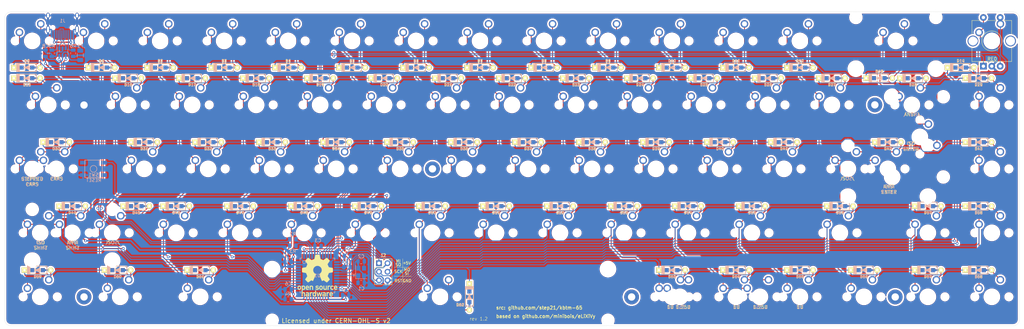
<source format=kicad_pcb>
(kicad_pcb (version 20221018) (generator pcbnew)
  (title_block (title "kbtm-65") (date "2023-11-19") (rev "1.2") (company "Full License: https://github.com/minibois/eLiXiVy/blob/master/LICENSE.txt") (comment 1 "of CERN_OHL-S v2 (https://ohwr.org/cern_ohl_s_v2.txt).") (comment 2 "You may redistribute and modify this source and make products using it under the terms") (comment 3 "This PCB file describes Open Hardware and is licensed under the CERN-OHL-S v2.") (comment 4 "Original Design: Copyright minibois 2021. ") (comment 5 "kbtm-65 Copyright BMC-Labs 2023."))
  (layers (0 "F.Cu" signal) (31 "B.Cu" signal) (34 "B.Paste" user) (35 "F.Paste" user) (36 "B.SilkS" user "B.Silkscreen") (37 "F.SilkS" user "F.Silkscreen") (38 "B.Mask" user) (39 "F.Mask" user) (44 "Edge.Cuts" user))
  (net 0 "")
  (net 1 "GND")
  (net 2 "Net-(C3-Pad1)")
  (net 3 "+5V")
  (net 4 "Net-(D1-Pad2)")
  (net 5 "ROW0")
  (net 6 "Net-(D2-Pad2)")
  (net 7 "Net-(D3-Pad2)")
  (net 8 "Net-(D4-Pad2)")
  (net 9 "Net-(D5-Pad2)")
  (net 10 "Net-(D6-Pad2)")
  (net 11 "Net-(D7-Pad2)")
  (net 12 "Net-(D8-Pad2)")
  (net 13 "Net-(D9-Pad2)")
  (net 14 "Net-(D10-Pad2)")
  (net 15 "Net-(D11-Pad2)")
  (net 16 "Net-(D12-Pad2)")
  (net 17 "Net-(D13-Pad2)")
  (net 18 "Net-(D15-Pad2)")
  (net 19 "Net-(D16-Pad2)")
  (net 20 "ROW1")
  (net 21 "Net-(D17-Pad2)")
  (net 22 "Net-(D18-Pad2)")
  (net 23 "Net-(D19-Pad2)")
  (net 24 "Net-(D20-Pad2)")
  (net 25 "Net-(D21-Pad2)")
  (net 26 "Net-(D22-Pad2)")
  (net 27 "Net-(D23-Pad2)")
  (net 28 "Net-(D24-Pad2)")
  (net 29 "Net-(D25-Pad2)")
  (net 30 "Net-(D26-Pad2)")
  (net 31 "Net-(D27-Pad2)")
  (net 32 "Net-(D28-Pad2)")
  (net 33 "Net-(D29-Pad2)")
  (net 34 "Net-(D30-Pad2)")
  (net 35 "Net-(D31-Pad2)")
  (net 36 "ROW2")
  (net 37 "Net-(D32-Pad2)")
  (net 38 "Net-(D33-Pad2)")
  (net 39 "Net-(D34-Pad2)")
  (net 40 "Net-(D35-Pad2)")
  (net 41 "Net-(D36-Pad2)")
  (net 42 "Net-(D37-Pad2)")
  (net 43 "Net-(D38-Pad2)")
  (net 44 "Net-(D39-Pad2)")
  (net 45 "Net-(D40-Pad2)")
  (net 46 "Net-(D41-Pad2)")
  (net 47 "Net-(D42-Pad2)")
  (net 48 "Net-(D43-Pad2)")
  (net 49 "Net-(D45-Pad2)")
  (net 50 "Net-(D46-Pad2)")
  (net 51 "ROW3")
  (net 52 "Net-(D47-Pad2)")
  (net 53 "Net-(D48-Pad2)")
  (net 54 "Net-(D49-Pad2)")
  (net 55 "Net-(D50-Pad2)")
  (net 56 "Net-(D51-Pad2)")
  (net 57 "Net-(D52-Pad2)")
  (net 58 "Net-(D53-Pad2)")
  (net 59 "Net-(D54-Pad2)")
  (net 60 "Net-(D55-Pad2)")
  (net 61 "Net-(D56-Pad2)")
  (net 62 "Net-(D57-Pad2)")
  (net 63 "Net-(D58-Pad2)")
  (net 64 "Net-(D59-Pad2)")
  (net 65 "Net-(D60-Pad2)")
  (net 66 "Net-(D61-Pad2)")
  (net 67 "ROW4")
  (net 68 "Net-(D62-Pad2)")
  (net 69 "Net-(D63-Pad2)")
  (net 70 "Net-(D64-Pad2)")
  (net 71 "Net-(D65-Pad2)")
  (net 72 "Net-(D66-Pad2)")
  (net 73 "Net-(D67-Pad2)")
  (net 74 "Net-(D68-Pad2)")
  (net 75 "VCC")
  (net 76 "RESET")
  (net 77 "MOSI")
  (net 78 "SCK")
  (net 79 "MISO")
  (net 80 "COL9")
  (net 81 "COL10")
  (net 82 "COL1")
  (net 83 "COL2")
  (net 84 "COL3")
  (net 85 "COL4")
  (net 86 "COL5")
  (net 87 "COL6")
  (net 88 "COL7")
  (net 89 "COL8")
  (net 90 "COL11")
  (net 91 "COL12")
  (net 92 "COL0")
  (net 93 "COL13")
  (net 94 "COL14")
  (net 95 "Net-(R4-Pad2)")
  (net 96 "Net-(U1-Pad42)")
  (net 97 "Net-(J1-Pad3)")
  (net 98 "Net-(J1-Pad10)")
  (net 99 "Net-(J1-Pad4)")
  (net 100 "Net-(J1-Pad9)")
  (net 101 "Net-(D44-Pad2)")
  (net 102 "USB_D-")
  (net 103 "USB_D+")
  (net 104 "MCU_D+")
  (net 105 "MCU_D-")
  (net 106 "Net-(D0-Pad2)")
  (net 107 "Net-(H1-Pad1)")
  (net 108 "Net-(H2-Pad1)")
  (net 109 "Net-(H3-Pad1)")
  (net 110 "Net-(H4-Pad1)")
  (net 111 "Net-(H5-Pad1)")
  (net 112 "XTAL1")
  (net 113 "XTAL2")
  (net 114 "ROW0_RE")
  (net 115 "D+")
  (net 116 "D-")
  (net 117 "RE+")
  (net 118 "RE-")
  (footprint "mini-general-tweaks:D_SOD123_axial-dual" (layer "F.Cu") (at 212.725 32.54375)
    (fp_text reference "D10")
    (fp_text value "1N4148W" hide)
  )
  (footprint "mini-MX-Tweaks:MXOnly-1U-NoLED_tweak" (layer "F.Cu") (at 198.4375 81.75625)
    (fp_text reference "MX_,1")
    (fp_text value "MX-NoLED")
  )
  (footprint "mini-MX-Tweaks:MXOnly-1U-NoLED_tweak" (layer "F.Cu") (at 217.4875 81.75625)
    (fp_text reference "MX_.1")
    (fp_text value "MX-NoLED")
  )
  (footprint "mini-MX-Tweaks:MXOnly-1U-NoLED_tweak" (layer "F.Cu") (at 41.275 24.60625)
    (fp_text reference "MX_1")
    (fp_text value "MX-NoLED")
  )
  (footprint "mini-MX-Tweaks:MXOnly-1U-NoLED_tweak" (layer "F.Cu") (at 60.325 24.60625)
    (fp_text reference "MX_2")
    (fp_text value "MX-NoLED")
  )
  (footprint "mini-MX-Tweaks:MXOnly-1U-NoLED_tweak" (layer "F.Cu") (at 79.375 24.60625)
    (fp_text reference "MX_3")
    (fp_text value "MX-NoLED")
  )
  (footprint "mini-MX-Tweaks:MXOnly-1U-NoLED_tweak" (layer "F.Cu") (at 98.425 24.60625)
    (fp_text reference "MX_4")
    (fp_text value "MX-NoLED")
  )
  (footprint "mini-MX-Tweaks:MXOnly-1U-NoLED_tweak" (layer "F.Cu") (at 117.475 24.60625)
    (fp_text reference "MX_5")
    (fp_text value "MX-NoLED")
  )
  (footprint "mini-MX-Tweaks:MXOnly-1U-NoLED_tweak" (layer "F.Cu") (at 136.525 24.60625)
    (fp_text reference "MX_6")
    (fp_text value "MX-NoLED")
  )
  (footprint "mini-MX-Tweaks:MXOnly-1U-NoLED_tweak" (layer "F.Cu") (at 155.575 24.60625)
    (fp_text reference "MX_7")
    (fp_text value "MX-NoLED")
  )
  (footprint "mini-MX-Tweaks:MXOnly-1U-NoLED_tweak" (layer "F.Cu") (at 174.625 24.60625)
    (fp_text reference "MX_8")
    (fp_text value "MX-NoLED")
  )
  (footprint "mini-MX-Tweaks:MXOnly-1U-NoLED_tweak" (layer "F.Cu") (at 193.675 24.60625)
    (fp_text reference "MX_9")
    (fp_text value "MX-NoLED")
  )
  (footprint "mini-MX-Tweaks:MXOnly-1U-NoLED_tweak" (layer "F.Cu") (at 212.725 24.60625)
    (fp_text reference "MX_0")
    (fp_text value "MX-NoLED")
  )
  (footprint "mini-MX-Tweaks:MXOnly-1U-NoLED_tweak" (layer "F.Cu") (at 231.775 24.60625)
    (fp_text reference "MX_DASH1")
    (fp_text value "MX-NoLED")
  )
  (footprint "mini-MX-Tweaks:MXOnly-1U-NoLED_tweak" (layer "F.Cu") (at 250.825 24.60625)
    (fp_text reference "MX_EQUALS1")
    (fp_text value "MX-NoLED")
  )
  (footprint "mini-MX-Tweaks:MXOnly-1U-NoLED_tweak" (layer "F.Cu") (at 246.0625 62.70625)
    (fp_text reference "MX_'1")
    (fp_text value "MX-NoLED")
  )
  (footprint "mini-MX-Tweaks:MXOnly-1U-NoLED_tweak" (layer "F.Cu") (at 236.5375 81.75625)
    (fp_text reference "MX_/1")
    (fp_text value "MX-NoLED")
  )
  (footprint "mini-MX-Tweaks:MXOnly-1.25U-NoLED_tweak" (layer "F.Cu") (at 238.91875 100.80625)
    (fp_text reference "MX_1.25U_FN1")
    (fp_text value "MX-NoLED")
  )
  (footprint "mini-MX-Tweaks:MXOnly-1.25U-NoLED_tweak" (layer "F.Cu") (at 72.23125 100.80625)
    (fp_text reference "MX_1.25U_L_ALT1")
    (fp_text value "MX-NoLED")
  )
  (footprint "mini-MX-Tweaks:MXOnly-1.25U-NoLED_tweak" (layer "F.Cu") (at 24.60625 100.80625)
    (fp_text reference "MX_1.25U_L_CTRL1")
    (fp_text value "MX-NoLED")
  )
  (footprint "mini-MX-Tweaks:MXOnly-1.25U-NoLED_tweak" (layer "F.Cu") (at 24.60625 81.75625)
    (fp_text reference "MX_1.25U_L_SHIFT1")
    (fp_text value "MX-NoLED")
  )
  (footprint "mini-MX-Tweaks:MXOnly-1.25U-NoLED_tweak" (layer "F.Cu") (at 48.41875 100.80625)
    (fp_text reference "MX_1.25U_L_WIN1")
    (fp_text value "MX-NoLED")
  )
  (footprint "mini-MX-Tweaks:MXOnly-1.5U-NoLED_tweak" (layer "F.Cu") (at 284.1625 43.65625)
    (fp_text reference "MX_1.5U_\\1")
    (fp_text value "MX-NoLED")
  )
  (footprint "mini-MX-Tweaks:MXOnly-1.5U-NoLED_tweak" (layer "F.Cu") (at 26.9875 43.65625)
    (fp_text reference "MX_1.5U_TAB1")
    (fp_text value "MX-NoLED")
  )
  (footprint "mini-MX-Tweaks:MXOnly-1.75U-NoLED_tweak" (layer "F.Cu") (at 262.73125 81.75625)
    (fp_text reference "MX_1.75U__RSHIFT1")
    (fp_text value "MX-NoLED")
  )
  (footprint "mini-MX-Tweaks:MXOnly-1.75U-NoLED_tweak" (layer "F.Cu") (at 29.36875 62.70625)
    (fp_text reference "MX_1.75U_CAPSLOCK1")
    (fp_text value "MX-NoLED")
  )
  (footprint "mini-MX-Tweaks:MXOnly-2.25U-NoLED_tweak" (layer "F.Cu") (at 277.01875 62.70625)
    (fp_text reference "MX_2.25U_ENTER1")
    (fp_text value "MX-NoLED")
  )
  (footprint "mini-MX-Tweaks:MXOnly-2U-NoLED_tweak" (layer "F.Cu") (at 279.4 24.60625)
    (fp_text reference "MX_2U_BACKSP1")
    (fp_text value "MX-NoLED")
  )
  (footprint "mini-MX-Tweaks:MXOnly-1U-NoLED_tweak" (layer "F.Cu") (at 227.0125 62.70625)
    (fp_text reference "MX_;1")
    (fp_text value "MX-NoLED")
  )
  (footprint "mini-MX-Tweaks:MXOnly-1U-NoLED_tweak" (layer "F.Cu") (at 241.3 43.65625)
    (fp_text reference "MX_[1")
    (fp_text value "MX-NoLED")
  )
  (footprint "mini-MX-Tweaks:MXOnly-1U-NoLED_tweak" (layer "F.Cu") (at 260.35 43.65625)
    (fp_text reference "MX_]1")
    (fp_text value "MX-NoLED")
  )
  (footprint "mini-MX-Tweaks:MXOnly-1U-NoLED_tweak" (layer "F.Cu") (at 55.5625 62.70625)
    (fp_text reference "MX_A1")
    (fp_text value "MX-NoLED")
  )
  (footprint "mini-MX-Tweaks:MXOnly-1U-NoLED_tweak" (layer "F.Cu") (at 288.925 100.80625)
    (fp_text reference "MX_ARR_D1")
    (fp_text value "MX-NoLED")
  )
  (footprint "mini-MX-Tweaks:MXOnly-1U-NoLED_tweak" (layer "F.Cu") (at 269.875 100.80625)
    (fp_text reference "MX_ARR_L1")
    (fp_text value "MX-NoLED")
  )
  (footprint "mini-MX-Tweaks:MXOnly-1U-NoLED_tweak" (layer "F.Cu") (at 307.975 100.80625)
    (fp_text reference "MX_ARR_R1")
    (fp_text value "MX-NoLED")
  )
  (footprint "mini-MX-Tweaks:MXOnly-1U-NoLED_tweak" (layer "F.Cu") (at 288.925 81.75625)
    (fp_text reference "MX_ARR_U1")
    (fp_text value "MX-NoLED")
  )
  (footprint "mini-MX-Tweaks:MXOnly-1U-NoLED_tweak" (layer "F.Cu") (at 141.2875 81.75625)
    (fp_text reference "MX_B1")
    (fp_text value "MX-NoLED")
  )
  (footprint "mini-MX-Tweaks:MXOnly-1U-NoLED_tweak" (layer "F.Cu") (at 103.1875 81.75625)
    (fp_text reference "MX_C1")
    (fp_text value "MX-NoLED")
  )
  (footprint "mini-MX-Tweaks:MXOnly-1U-NoLED_tweak" (layer "F.Cu") (at 93.6625 62.70625)
    (fp_text reference "MX_D1")
    (fp_text value "MX-NoLED")
  )
  (footprint "mini-MX-Tweaks:MXOnly-1U-NoLED_tweak" (layer "F.Cu") (at 307.975 43.65625)
    (fp_text reference "MX_DEL1")
    (fp_text value "MX-NoLED")
  )
  (footprint "mini-MX-Tweaks:MXOnly-1U-NoLED_tweak" (layer "F.Cu") (at 88.9 43.65625)
    (fp_text reference "MX_E1")
    (fp_text value "MX-NoLED")
  )
  (footprint "mini-MX-Tweaks:MXOnly-1U-NoLED_tweak" (layer "F.Cu") (at 22.225 24.60625)
    (fp_text reference "MX_ESC1")
    (fp_text value "MX-NoLED")
  )
  (footprint "mini-MX-Tweaks:MXOnly-1U-NoLED_tweak" (layer "F.Cu") (at 112.7125 62.70625)
    (fp_text reference "MX_F1")
    (fp_text value "MX-NoLED")
  )
  (footprint "mini-MX-Tweaks:MXOnly-1U-NoLED_tweak" (layer "F.Cu") (at 131.7625 62.70625)
    (fp_text reference "MX_G1")
    (fp_text value "MX-NoLED")
  )
  (footprint "mini-MX-Tweaks:MXOnly-1U-NoLED_tweak" (layer "F.Cu") (at 150.8125 62.70625)
    (fp_text reference "MX_H1")
    (fp_text value "MX-NoLED")
  )
  (footprint "mini-MX-Tweaks:MXOnly-1U-NoLED_tweak" (layer "F.Cu") (at 184.15 43.65625)
    (fp_text reference "MX_I1")
    (fp_text value "MX-NoLED")
  )
  (footprint "mini-MX-Tweaks:MXOnly-1U-NoLED_tweak" (layer "F.Cu") (at 307.975 62.70625)
    (fp_text reference "MX_INS1")
    (fp_text value "MX-NoLED")
  )
  (footprint "mini-MX-Tweaks:MXOnly-1U-NoLED_tweak" (layer "F.Cu") (at 265.1125 62.70625)
    (fp_text reference "MX_ISO_\\1")
    (fp_text value "MX-NoLED")
  )
  (footprint "mini-MX-Tweaks:MXOnly-ISO-ROTATED-ReversedStabilizers-NoLED_tweak" (layer "F.Cu") (at 286.54375 53.18125)
    (fp_text reference "MX_ISO_ENTER1")
    (fp_text value "MX-NoLED")
  )
  (footprint "mini-MX-Tweaks:MXOnly-1U-NoLED_tweak" (layer "F.Cu") (at 169.8625 62.70625)
    (fp_text reference "MX_J1")
    (fp_text value "MX-NoLED")
  )
  (footprint "mini-MX-Tweaks:MXOnly-1U-NoLED_tweak" (layer "F.Cu") (at 188.9125 62.70625)
    (fp_text reference "MX_K1")
    (fp_text value "MX-NoLED")
  )
  (footprint "mini-MX-Tweaks:MXOnly-1U-NoLED_tweak" (layer "F.Cu") (at 207.9625 62.70625)
    (fp_text reference "MX_L1")
    (fp_text value "MX-NoLED")
  )
  (footprint "mini-MX-Tweaks:MXOnly-1U-NoLED_tweak" (layer "F.Cu") (at 179.3875 81.75625)
    (fp_text reference "MX_M1")
    (fp_text value "MX-NoLED")
  )
  (footprint "mini-MX-Tweaks:MXOnly-1U-NoLED_tweak" (layer "F.Cu") (at 160.3375 81.75625)
    (fp_text reference "MX_N1")
    (fp_text value "MX-NoLED")
  )
  (footprint "mini-MX-Tweaks:MXOnly-1U-NoLED_tweak" (layer "F.Cu") (at 203.2 43.65625)
    (fp_text reference "MX_O1")
    (fp_text value "MX-NoLED")
  )
  (footprint "mini-MX-Tweaks:MXOnly-1U-NoLED_tweak" (layer "F.Cu") (at 222.25 43.65625)
    (fp_text reference "MX_P1")
    (fp_text value "MX-NoLED")
  )
  (footprint "mini-MX-Tweaks:MXOnly-1U-NoLED_tweak" (layer "F.Cu") (at 50.8 43.65625)
    (fp_text reference "MX_Q1")
    (fp_text value "MX-NoLED")
  )
  (footprint "mini-MX-Tweaks:MXOnly-1U-NoLED_tweak" (layer "F.Cu") (at 107.95 43.65625)
    (fp_text reference "MX_R1")
    (fp_text value "MX-NoLED")
  )
  (footprint "mini-MX-Tweaks:MXOnly-1U-NoLED_tweak" (layer "F.Cu") (at 74.6125 62.70625)
    (fp_text reference "MX_S1")
    (fp_text value "MX-NoLED")
  )
  (footprint "mini-MX-Tweaks:MXOnly-1U-NoLED_tweak" (layer "F.Cu") (at 22.225 62.70625)
    (fp_text reference "MX_STEP_CAPS1")
    (fp_text value "MX-NoLED")
  )
  (footprint "mini-MX-Tweaks:MXOnly-1U-NoLED_tweak" (layer "F.Cu") (at 127 43.65625)
    (fp_text reference "MX_T1")
    (fp_text value "MX-NoLED")
  )
  (footprint "mini-MX-Tweaks:MXOnly-1U-NoLED_tweak" (layer "F.Cu") (at 165.1 43.65625)
    (fp_text reference "MX_U1")
    (fp_text value "MX-NoLED")
  )
  (footprint "mini-MX-Tweaks:MXOnly-1U-NoLED_tweak" (layer "F.Cu") (at 122.2375 81.75625)
    (fp_text reference "MX_V1")
    (fp_text value "MX-NoLED")
  )
  (footprint "mini-MX-Tweaks:MXOnly-1U-NoLED_tweak" (layer "F.Cu") (at 69.85 43.65625)
    (fp_text reference "MX_W1")
    (fp_text value "MX-NoLED")
  )
  (footprint "mini-MX-Tweaks:MXOnly-1U-NoLED_tweak" (layer "F.Cu") (at 146.05 43.65625)
    (fp_text reference "MX_Y1")
    (fp_text value "MX-NoLED")
  )
  (footprint "mini-general-tweaks:MountingHole_2.2mm_M2_Pad_tweaked" (layer "F.Cu") (at 37.6428 43.70705)
    (fp_text reference "H0" hide)
    (fp_text value "Mounting Hole")
  )
  (footprint "mini-general-tweaks:MountingHole_2.2mm_M2_Pad_tweaked" (layer "F.Cu") (at 37.6428 100.84435)
    (fp_text reference "H1" hide)
    (fp_text value "Mounting Hole")
  )
  (footprint "mini-general-tweaks:MountingHole_2.2mm_M2_Pad_tweaked" (layer "F.Cu") (at 141.4018 62.70625)
    (fp_text reference "H2" hide)
    (fp_text value "Mounting Hole")
  )
  (footprint "mini-general-tweaks:MountingHole_2.2mm_M2_Pad_tweaked" (layer "F.Cu") (at 200.70445 100.85705)
    (fp_text reference "H3" hide)
    (fp_text value "Mounting Hole")
  )
  (footprint "mini-general-tweaks:MountingHole_2.2mm_M2_Pad_tweaked" (layer "F.Cu") (at 279.2095 100.85705)
    (fp_text reference "H5" hide)
    (fp_text value "Mounting Hole")
  )
  (footprint "mini-MX-Tweaks:MXOnly-1.25U-NoLED_tweak" (layer "F.Cu") (at 215.10625 100.80625)
    (fp_text reference "MX_1.25U_R_CTRL1")
    (fp_text value "MX-NoLED")
  )
  (footprint "mini-MX-Tweaks:MXOnly-1U-NoLED_tweak" (layer "F.Cu") (at 231.775 100.80625)
    (fp_text reference "MX_FN1")
    (fp_text value "MX-NoLED")
  )
  (footprint "mini-MX-Tweaks:MXOnly-1U-NoLED_tweak" (layer "F.Cu") (at 250.825 100.80625)
    (fp_text reference "MX_R_CTRL1")
    (fp_text value "MX-NoLED")
  )
  (footprint "mini-MX-Tweaks:MXOnly-1U-NoLED_tweak" (layer "F.Cu") (at 307.975 81.75625)
    (fp_text reference "MX_TEMP1")
    (fp_text value "MX-NoLED")
  )
  (footprint "mini-MX-Tweaks:MXOnly-1U-NoLED_tweak" (layer "F.Cu") (at 212.725 100.80625)
    (fp_text reference "MX_L_ALT1")
    (fp_text value "MX-NoLED")
  )
  (footprint "mini-MX-Tweaks:MXOnly-1U-NoLED_tweak" (layer "F.Cu") (at 307.975 24.60625)
    (fp_text reference "MX_PrtSc1")
    (fp_text value "MX-NoLED")
  )
  (footprint "mini-general-tweaks:MountingHole_2.2mm_M2_Pad_tweaked" (layer "F.Cu") (at 273.1389 43.65625)
    (fp_text reference "H4" hide)
    (fp_text value "Mounting Hole")
  )
  (footprint "mini-MX-Tweaks:MXOnly-6.25U-ReversedStabilizers-NoLED_tweak" (layer "F.Cu") (at 143.66875 100.80625)
    (fp_text reference "MX_6.25U_SPACE1")
    (fp_text value "MX-NoLED")
  )
  (footprint "mini-Logos:eLiXiVy-rev1.1-SilkScreen" (layer "F.Cu") (at 172.94225 99.568)
    (fp_text reference "LO0" hide)
    (fp_text value "mini-eLiXiVy-SilkScreen" hide)
  )
  (footprint "mini-Logos:OSHW-Logo" (layer "F.Cu") (at 107.15117 94.4626)
    (fp_text reference "LO2" hide)
    (fp_text value "OSHW-Logo" hide)
  )
  (footprint "mini-general-tweaks:D_SOD123_axial-dual" (layer "F.Cu") (at 20.6375 32.54375)
    (fp_text reference "D0")
    (fp_text value "1N4148W" hide)
  )
  (footprint "mini-general-tweaks:D_SOD123_axial-dual" (layer "F.Cu") (at 42.8625 32.54375)
    (fp_text reference "D1")
    (fp_text value "1N4148W" hide)
  )
  (footprint "mini-general-tweaks:D_SOD123_axial-dual" (layer "F.Cu") (at 60.325 32.54375)
    (fp_text reference "D2")
    (fp_text value "1N4148W" hide)
  )
  (footprint "mini-general-tweaks:D_SOD123_axial-dual" (layer "F.Cu") (at 79.375 32.54375)
    (fp_text reference "D3")
    (fp_text value "1N4148W" hide)
  )
  (footprint "mini-general-tweaks:D_SOD123_axial-dual" (layer "F.Cu") (at 98.425 32.54375)
    (fp_text reference "D4")
    (fp_text value "1N4148W" hide)
  )
  (footprint "mini-general-tweaks:D_SOD123_axial-dual" (layer "F.Cu") (at 117.475 32.54375)
    (fp_text reference "D5")
    (fp_text value "1N4148W" hide)
  )
  (footprint "mini-general-tweaks:D_SOD123_axial-dual" (layer "F.Cu") (at 136.525 32.54375)
    (fp_text reference "D6")
    (fp_text value "1N4148W" hide)
  )
  (footprint "mini-general-tweaks:D_SOD123_axial-dual" (layer "F.Cu") (at 155.575 32.54375)
    (fp_text reference "D7")
    (fp_text value "1N4148W" hide)
  )
  (footprint "mini-general-tweaks:D_SOD123_axial-dual" (layer "F.Cu") (at 174.625 32.54375)
    (fp_text reference "D8")
    (fp_text value "1N4148W" hide)
  )
  (footprint "mini-general-tweaks:D_SOD123_axial-dual" (layer "F.Cu") (at 193.675 32.54375)
    (fp_text reference "D9")
    (fp_text value "1N4148W" hide)
  )
  (footprint "mini-general-tweaks:D_SOD123_axial-dual" (layer "F.Cu") (at 231.775 32.54375)
    (fp_text reference "D11")
    (fp_text value "1N4148W" hide)
  )
  (footprint "mini-general-tweaks:D_SOD123_axial-dual" (layer "F.Cu") (at 250.825 32.54375)
    (fp_text reference "D12")
    (fp_text value "1N4148W" hide)
  )
  (footprint "mini-general-tweaks:D_SOD123_axial-dual" (layer "F.Cu") (at 20.6375 35.71875)
    (fp_text reference "D15")
    (fp_text value "1N4148W" hide)
  )
  (footprint "mini-general-tweaks:D_SOD123_axial-dual" (layer "F.Cu") (at 50.8 35.71875)
    (fp_text reference "D16")
    (fp_text value "1N4148W" hide)
  )
  (footprint "mini-general-tweaks:D_SOD123_axial-dual" (layer "F.Cu") (at 69.85 35.71875)
    (fp_text reference "D17")
    (fp_text value "1N4148W" hide)
  )
  (footprint "mini-general-tweaks:D_SOD123_axial-dual" (layer "F.Cu") (at 88.9 35.71875)
    (fp_text reference "D18")
    (fp_text value "1N4148W" hide)
  )
  (footprint "mini-general-tweaks:D_SOD123_axial-dual" (layer "F.Cu") (at 107.95 35.71875)
    (fp_text reference "D19")
    (fp_text value "1N4148W" hide)
  )
  (footprint "mini-general-tweaks:D_SOD123_axial-dual" (layer "F.Cu") (at 127 35.71875)
    (fp_text reference "D20")
    (fp_text value "1N4148W" hide)
  )
  (footprint "mini-general-tweaks:D_SOD123_axial-dual" (layer "F.Cu") (at 146.05 35.71875)
    (fp_text reference "D21")
    (fp_text value "1N4148W" hide)
  )
  (footprint "mini-general-tweaks:D_SOD123_axial-dual" (layer "F.Cu") (at 165.1 35.71875)
    (fp_text reference "D22")
    (fp_text value "1N4148W" hide)
  )
  (footprint "mini-general-tweaks:D_SOD123_axial-dual" (layer "F.Cu") (at 184.15 35.71875)
    (fp_text reference "D23")
    (fp_text value "1N4148W" hide)
  )
  (footprint "mini-general-tweaks:D_SOD123_axial-dual" (layer "F.Cu") (at 203.2 35.71875)
    (fp_text reference "D24")
    (fp_text value "1N4148W" hide)
  )
  (footprint "mini-general-tweaks:D_SOD123_axial-dual" (layer "F.Cu") (at 222.25 35.71875)
    (fp_text reference "D25")
    (fp_text value "1N4148W" hide)
  )
  (footprint "mini-general-tweaks:D_SOD123_axial-dual" (layer "F.Cu") (at 241.3 35.71875)
    (fp_text reference "D26")
    (fp_text value "1N4148W" hide)
  )
  (footprint "mini-general-tweaks:D_SOD123_axial-dual" (layer "F.Cu") (at 260.35 35.71875)
    (fp_text reference "D27")
    (fp_text value "1N4148W" hide)
  )
  (footprint "mini-general-tweaks:D_SOD123_axial-dual" (layer "F.Cu") (at 284.48 35.71875)
    (fp_text reference "D28")
    (fp_text value "1N4148W" hide)
  )
  (footprint "mini-general-tweaks:D_SOD123_axial-dual" (layer "F.Cu") (at 304.00625 35.71875)
    (fp_text reference "D29")
    (fp_text value "1N4148W" hide)
  )
  (footprint "mini-general-tweaks:D_SOD123_axial-dual" (layer "F.Cu") (at 29.36875 54.76875)
    (fp_text reference "D30")
    (fp_text value "1N4148W" hide)
  )
  (footprint "mini-general-tweaks:D_SOD123_axial-dual" (layer "F.Cu") (at 55.5625 54.76875)
    (fp_text reference "D31")
    (fp_text value "1N4148W" hide)
  )
  (footprint "mini-general-tweaks:D_SOD123_axial-dual" (layer "F.Cu") (at 74.6125 54.76875)
    (fp_text reference "D32")
    (fp_text value "1N4148W" hide)
  )
  (footprint "mini-general-tweaks:D_SOD123_axial-dual" (layer "F.Cu") (at 93.6625 54.76875)
    (fp_text reference "D33")
    (fp_text value "1N4148W" hide)
  )
  (footprint "mini-general-tweaks:D_SOD123_axial-dual" (layer "F.Cu") (at 112.7125 54.76875)
    (fp_text reference "D34")
    (fp_text value "1N4148W" hide)
  )
  (footprint "mini-general-tweaks:D_SOD123_axial-dual" (layer "F.Cu") (at 131.7625 54.76875)
    (fp_text reference "D35")
    (fp_text value "1N4148W" hide)
  )
  (footprint "mini-general-tweaks:D_SOD123_axial-dual" (layer "F.Cu") (at 150.8125 54.76875)
    (fp_text reference "D36")
    (fp_text value "1N4148W" hide)
  )
  (footprint "mini-general-tweaks:D_SOD123_axial-dual" (layer "F.Cu") (at 169.8625 54.76875)
    (fp_text reference "D37")
    (fp_text value "1N4148W" hide)
  )
  (footprint "mini-general-tweaks:D_SOD123_axial-dual" (layer "F.Cu") (at 188.9125 54.76875)
    (fp_text reference "D38")
    (fp_text value "1N4148W" hide)
  )
  (footprint "mini-general-tweaks:D_SOD123_axial-dual" (layer "F.Cu") (at 207.9625 54.76875)
    (fp_text reference "D39")
    (fp_text value "1N4148W" hide)
  )
  (footprint "mini-general-tweaks:D_SOD123_axial-dual" (layer "F.Cu") (at 227.0125 54.76875)
    (fp_text reference "D40")
    (fp_text value "1N4148W" hide)
  )
  (footprint "mini-general-tweaks:D_SOD123_axial-dual" (layer "F.Cu") (at 246.0625 54.76875)
    (fp_text reference "D41")
    (fp_text value "1N4148W" hide)
  )
  (footprint "mini-general-tweaks:D_SOD123_axial-dual" (layer "F.Cu") (at 277.01875 54.76875)
    (fp_text reference "D42")
    (fp_text value "1N4148W" hide)
  )
  (footprint "mini-general-tweaks:D_SOD123_axial-dual" (layer "F.Cu") (at 304.00625 54.76875)
    (fp_text reference "D43")
    (fp_text value "1N4148W" hide)
  )
  (footprint "mini-general-tweaks:D_SOD123_axial-dual" (layer "F.Cu") (at 34.13125 73.81875)
    (fp_text reference "D44")
    (fp_text value "1N4148W" hide)
  )
  (footprint "mini-general-tweaks:D_SOD123_axial-dual" (layer "F.Cu") (at 53.18125 73.81875)
    (fp_text reference "D45")
    (fp_text value "1N4148W" hide)
  )
  (footprint "mini-general-tweaks:D_SOD123_axial-dual" (layer "F.Cu") (at 65.0875 73.81875)
    (fp_text reference "D46")
    (fp_text value "1N4148W" hide)
  )
  (footprint "mini-general-tweaks:D_SOD123_axial-dual" (layer "F.Cu") (at 84.1375 73.81875)
    (fp_text reference "D47")
    (fp_text value "1N4148W" hide)
  )
  (footprint "mini-general-tweaks:D_SOD123_axial-dual" (layer "F.Cu") (at 103.1875 73.81875)
    (fp_text reference "D48")
    (fp_text value "1N4148W" hide)
  )
  (footprint "mini-general-tweaks:D_SOD123_axial-dual" (layer "F.Cu") (at 122.2375 73.81875)
    (fp_text reference "D49")
    (fp_text value "1N4148W" hide)
  )
  (footprint "mini-general-tweaks:D_SOD123_axial-dual" (layer "F.Cu") (at 141.2875 73.81875)
    (fp_text reference "D50")
    (fp_text value "1N4148W" hide)
  )
  (footprint "mini-general-tweaks:D_SOD123_axial-dual" (layer "F.Cu") (at 160.3375 73.81875)
    (fp_text reference "D51")
    (fp_text value "1N4148W" hide)
  )
  (footprint "mini-general-tweaks:D_SOD123_axial-dual" (layer "F.Cu") (at 179.3875 73.81875)
    (fp_text reference "D52")
    (fp_text value "1N4148W" hide)
  )
  (footprint "mini-general-tweaks:D_SOD123_axial-dual" (layer "F.Cu") (at 198.4375 73.81875)
    (fp_text reference "D53")
    (fp_text value "1N4148W" hide)
  )
  (footprint "mini-general-tweaks:D_SOD123_axial-dual" (layer "F.Cu") (at 217.4875 73.81875)
    (fp_text reference "D54")
    (fp_text value "1N4148W" hide)
  )
  (footprint "mini-general-tweaks:D_SOD123_axial-dual" (layer "F.Cu") (at 236.5375 73.81875)
    (fp_text reference "D55")
    (fp_text value "1N4148W" hide)
  )
  (footprint "mini-general-tweaks:D_SOD123_axial-dual" (layer "F.Cu") (at 262.73125 73.81875)
    (fp_text reference "D56")
    (fp_text value "1N4148W" hide)
  )
  (footprint "mini-general-tweaks:D_SOD123_axial-dual" (layer "F.Cu") (at 288.925 73.81875)
    (fp_text reference "D57")
    (fp_text value "1N4148W" hide)
  )
  (footprint "mini-general-tweaks:D_SOD123_axial-dual" (layer "F.Cu") (at 304.00625 73.81875)
    (fp_text reference "D58")
    (fp_text value "1N4148W" hide)
  )
  (footprint "mini-general-tweaks:D_SOD123_axial-dual" (layer "F.Cu") (at 23.8125 92.86875)
    (fp_text reference "D59")
    (fp_text value "1N4148W" hide)
  )
  (footprint "mini-general-tweaks:D_SOD123_axial-dual" (layer "F.Cu") (at 47.625 92.86875)
    (fp_text reference "D60")
    (fp_text value "1N4148W" hide)
  )
  (footprint "mini-general-tweaks:D_SOD123_axial-dual" (layer "F.Cu") (at 72.23125 92.86875)
    (fp_text reference "D61")
    (fp_text value "1N4148W" hide)
  )
  (footprint "mini-general-tweaks:D_SOD123_axial-dual" (layer "F.Cu") (at 152.4 100.80625 -90)
    (fp_text reference "D62")
    (fp_text value "1N4148W" hide)
  )
  (footprint "mini-general-tweaks:D_SOD123_axial-dual" (layer "F.Cu") (at 212.725 92.86875)
    (fp_text reference "D63")
    (fp_text value "1N4148W" hide)
  )
  (footprint "mini-general-tweaks:D_SOD123_axial-dual" (layer "F.Cu") (at 231.775 92.86875)
    (fp_text reference "D64")
    (fp_text value "1N4148W" hide)
  )
  (footprint "mini-general-tweaks:D_SOD123_axial-dual" (layer "F.Cu") (at 250.825 92.86875)
    (fp_text reference "D65")
    (fp_text value "1N4148W" hide)
  )
  (footprint "mini-general-tweaks:D_SOD123_axial-dual" (layer "F.Cu") (at 269.875 92.86875)
    (fp_text reference "D66")
    (fp_text value "1N4148W" hide)
  )
  (footprint "mini-general-tweaks:D_SOD123_axial-dual" (layer "F.Cu") (at 288.925 92.86875)
    (fp_text reference "D67")
    (fp_text value "1N4148W" hide)
  )
  (footprint "mini-general-tweaks:D_SOD123_axial-dual" (layer "F.Cu") (at 304.00625 92.86875)
    (fp_text reference "D68")
    (fp_text value "1N4148W" hide)
  )
  (footprint "mini-general-tweaks:RotaryEncoder_Alps_EC11E-Switch-Vertical-EDIT" (layer "F.Cu") (at 305.45405 32.131 90)
    (fp_text reference "RE0")
    (fp_text value "Rotary_Encoder_Switch")
  )
  (footprint "mini-MX-Tweaks:MXOnly-1U-NoLED_tweak" (layer "F.Cu") (at 84.1375 81.75625)
    (fp_text reference "MX_X1")
    (fp_text value "MX-NoLED")
  )
  (footprint "mini-MX-Tweaks:MXOnly-1U-NoLED_tweak" (layer "F.Cu") (at 65.0875 81.75625)
    (fp_text reference "MX_Z1")
    (fp_text value "MX-NoLED")
  )
  (footprint "mini-MX-Tweaks:MXOnly-2.25U-NoLED_tweak" (layer "F.Cu") (at 34.13125 81.75625)
    (fp_text reference "MX_2.25U_LSHIFT1")
    (fp_text value "MX-NoLED")
  )
  (footprint "mini-MX-Tweaks:MXOnly-1U-NoLED_tweak" (layer "F.Cu") (at 46.0375 81.75625)
    (fp_text reference "MX_L_BSLASH1")
    (fp_text value "MX-NoLED")
  )
  (footprint "mini-general-tweaks:D_SOD123_axial-dual" (layer "F.Cu") (at 298.67225 32.54375)
    (fp_text reference "D14")
    (fp_text value "1N4148W" hide)
  )
  (footprint "mini-general-tweaks:D_SOD123_axial-dual" (layer "F.Cu") (at 274.447 35.687)
    (fp_text reference "D13")
    (fp_text value "1N4148W" hide)
  )
  (footprint "mini-general-tweaks:ICSP_2.54mm_LAYOUT" (layer "F.Cu") (at 125.476 90.805)
    (fp_text reference "J2")
    (fp_text value "AVR-ISP-6")
  )
  (footprint "mini-general-tweaks:TQFP-44_10x10mm_P0.8mm_ATmega32U4" (layer "B.Cu") (at 107.15625 94.45625 -90)
    (fp_text reference "U1")
    (fp_text value "ATmega32U4-AU")
  )
  (footprint "Capacitor_SMD:C_0805_2012Metric" (layer "B.Cu") (at 120.17375 90.2335 180)
    (fp_text reference "C2")
    (fp_text value "22pF")
  )
  (footprint "Capacitor_SMD:C_0805_2012Metric" (layer "B.Cu") (at 98.425 90.424 180)
    (fp_text reference "C7")
    (fp_text value "10uF")
  )
  (footprint "Capacitor_SMD:C_0805_2012Metric" (layer "B.Cu") (at 115.951 92.0115)
    (fp_text reference "C4")
    (fp_text value "0.1uF")
  )
  (footprint "Resistor_SMD:R_0805_2012Metric" (layer "B.Cu") (at 98.425 101.5365)
    (fp_text reference "R4")
    (fp_text value "10k")
  )
  (footprint "Resistor_SMD:R_0805_2012Metric" (layer "B.Cu") (at 116.078 88.646 180)
    (fp_text reference "R1")
    (fp_text value "10k")
  )
  (footprint "Capacitor_SMD:C_0805_2012Metric" (layer "B.Cu") (at 120.17375 96.647)
    (fp_text reference "C1")
    (fp_text value "22pF")
  )
  (footprint "Capacitor_SMD:C_0805_2012Metric" (layer "B.Cu") (at 98.425 98.552 180)
    (fp_text reference "C6")
    (fp_text value "0.1uF")
  )
  (footprint "Capacitor_SMD:C_0805_2012Metric" (layer "B.Cu") (at 107.315 85.725 180)
    (fp_text reference "C3")
    (fp_text value "1uF")
  )
  (footprint "Capacitor_SMD:C_0805_2012Metric" (layer "B.Cu") (at 115.57 100.29825)
    (fp_text reference "C5")
    (fp_text value "0.1uF")
  )
  (footprint "Crystal:Crystal_SMD_3225-4Pin_3.2x2.5mm" (layer "B.Cu") (at 120.17375 93.405356 90)
    (fp_text reference "Y1")
    (fp_text value "Crystal_GND24_Small")
  )
  (footprint "random-keyboard-parts:SKQG-1155865" (layer "B.Cu") (at 40.48125 62.70625 180)
    (fp_text reference "SW1")
    (fp_text value "SW_Push")
  )
  (footprint "Resistor_SMD:R_0805_2012Metric" (layer "B.Cu") (at 34.417 28.28925 90)
    (fp_text reference "R6")
    (fp_text value "5.1k")
  )
  (footprint "Fuse:Fuse_1206_3216Metric" (layer "B.Cu") (at 36.5252 28.88869 90)
    (fp_text reference "F1")
    (fp_text value "500mA")
  )
  (footprint "mini-general-tweaks:HRO-TYPE-C-31-M-12-HandSoldering_tweaked" (layer "B.Cu") (at 31.242 14.42085)
    (fp_text reference "J1")
    (fp_text value "TYPE-C-31-M12_13_EDITED")
  )
  (footprint "Resistor_SMD:R_0805_2012Metric" (layer "B.Cu") (at 99.822 85.598 180)
    (fp_text reference "R3")
    (fp_text value "22")
  )
  (footprint "Resistor_SMD:R_0805_2012Metric" (layer "B.Cu") (at 99.822 83.66125 180)
    (fp_text reference "R2")
    (fp_text value "22")
  )
  (footprint "mini-general-tweaks:SOT-23-6_tweaked" (layer "B.Cu") (at 31.242 27.90825 -90)
    (fp_text reference "U2")
    (fp_text value "WE-TVS-82400102")
  )
  (footprint "Resistor_SMD:R_0805_2012Metric" (layer "B.Cu") (at 28.067 28.28925 90)
    (fp_text reference "R5")
    (fp_text value "5.1k")
  )
  (footprint "Capacitor_SMD:C_0805_2012Metric" (layer "B.Cu") (at 26.162 28.28925 90)
    (fp_text reference "C8")
    (fp_text value "0.1uF")
  )
  (gr_arc (start 15.9004 109.44225) (mid 14.553362 108.884288) (end 13.9954 107.53725) (stroke (width 0.05)) (layer "Edge.Cuts"))
  (gr_arc (start 316.2046 107.53725) (mid 315.646638 108.884288) (end 314.2996 109.44225) (stroke (width 0.05)) (layer "Edge.Cuts"))
  (gr_arc (start 314.2996 15.97025) (mid 315.646638 16.528212) (end 316.2046 17.87525) (stroke (width 0.05)) (layer "Edge.Cuts"))
  (gr_line (start 314.2996 15.97025) (end 15.9004 15.97025) (stroke (width 0.05)) (layer "Edge.Cuts"))
  (gr_line (start 15.9004 109.44225) (end 314.2996 109.44225) (stroke (width 0.05)) (layer "Edge.Cuts"))
  (gr_line (start 316.2046 107.53725) (end 316.2046 17.87525) (stroke (width 0.05)) (layer "Edge.Cuts"))
  (gr_arc (start 13.9954 17.87525) (mid 14.553362 16.528212) (end 15.9004 15.97025) (stroke (width 0.05)) (layer "Edge.Cuts"))
  (gr_line (start 13.9954 17.87525) (end 13.9954 107.53725) (stroke (width 0.05)) (layer "Edge.Cuts"))
  (gr_text "ISO\nSHIFT" (at 24.638 85.43925) (layer "B.SilkS") (effects (font (size 1 1)) (justify mirror)))
  (gr_text "ISO \\" (at 46.2 84.60625) (layer "B.SilkS") (effects (font (size 1 1)) (justify mirror)))
  (gr_text "STEPPED\nCAPS" (at 22.225 66.51625) (layer "B.SilkS") (effects (font (size 1 1)) (justify mirror)))
  (gr_text "CAPS" (at 29.4894 65.69329) (layer "B.SilkS") (effects (font (size 1 1)) (justify mirror)))
  (gr_text "ANSI\nENTER" (at 277.241 68.80225) (layer "B.SilkS") (effects (font (size 1 1)) (justify mirror)))
  (gr_text "ISO \\" (at 264.922 65.58125) (layer "B.SilkS") (effects (font (size 1 1)) (justify mirror)))
  (gr_text "ISO\nENTER" (at 283.94025 56.007) (layer "B.SilkS") (effects (font (size 1 1)) (justify mirror)))
  (gr_text "ANSI \\" (at 284.225 46.50625) (layer "B.SilkS") (effects (font (size 1 1)) (justify mirror)))
  (gr_text "1U" (at 212.217 103.85425) (layer "B.SilkS") (effects (font (size 1 1)) (justify mirror)))
  (gr_text "1.25U" (at 216.027 103.85425) (layer "B.SilkS") (effects (font (size 1 1)) (justify mirror)))
  (gr_text "1U" (at 231.902 103.85425) (layer "B.SilkS") (effects (font (size 1 1)) (justify mirror)))
  (gr_text "1.25U" (at 239.014 103.85425) (layer "B.SilkS") (effects (font (size 1 1)) (justify mirror)))
  (gr_text "1U" (at 250.825 103.85425) (layer "B.SilkS") (effects (font (size 1 1)) (justify mirror)))
  (gr_text "RESET" (at 40.5384 66.07429) (layer "B.SilkS") (effects (font (size 1 1)) (justify mirror)))
  (gr_text "ANSI\nSHIFT" (at 34.163 85.43925) (layer "B.SilkS") (effects (font (size 1 1)) (justify mirror)))
  (gr_text "ISO\nSHIFT" (at 24.76784 85.45579) (layer "F.SilkS") (effects (font (size 1 1))))
  (gr_text "STEPPED\nCAPS" (at 22.21484 66.51879) (layer "F.SilkS") (effects (font (size 1 1))))
  (gr_text "ANSI\nSHIFT" (at 34.29284 85.45579) (layer "F.SilkS") (effects (font (size 1 1))))
  (gr_text "1U" (at 250.87484 103.85329) (layer "F.SilkS") (effects (font (size 1 1))))
  (gr_text "1U" (at 212.26684 103.85329) (layer "F.SilkS") (effects (font (size 1 1))))
  (gr_text "ANSI \\" (at 284.22 46.5) (layer "F.SilkS") (effects (font (size 1 1))))
  (gr_text "ISO\nENTER" (at 283.89 56) (layer "F.SilkS") (effects (font (size 1 1))))
  (gr_text "1.25U" (at 216.07684 103.85329) (layer "F.SilkS") (effects (font (size 1 1))))
  (gr_text "ISO \\" (at 264.93 65.58) (layer "F.SilkS") (effects (font (size 1 1))))
  (gr_text "ANSI\nENTER" (at 277.38 68.8) (layer "F.SilkS") (effects (font (size 1 1))))
  (gr_text "1U" (at 231.95184 103.85329) (layer "F.SilkS") (effects (font (size 1 1))))
  (gr_text "1.25U" (at 239.06384 103.85329) (layer "F.SilkS") (effects (font (size 1 1))))
  (gr_text "CAPS" (at 29.47924 65.69) (layer "F.SilkS") (effects (font (size 1 1))))
  (gr_text "ISO \\" (at 46.2 84.6) (layer "F.SilkS") (effects (font (size 1 1))))
  (gr_text "Licensed under CERN-OHL-S v2" (at 112.7125 107.95) (layer "F.SilkS") (effects (font (size 1.3 1.3) (thickness 0.2))))
  (segment (start 106.35625 85.74625) (end 106.3775 85.725) (width 0.381) (layer "B.Cu") (net 1))
  (segment (start 106.35625 88.75625) (end 106.35625 85.74625) (width 0.381) (layer "B.Cu") (net 1))
  (segment (start 109.684027 91.956375) (end 112.7125 88.9) (width 0.381) (layer "B.Cu") (net 1))
  (segment (start 103.95625 97.65625) (end 101.6 100.0125) (width 0.381) (layer "B.Cu") (net 1))
  (segment (start 105.687375 91.956375) (end 109.684027 91.956375) (width 0.381) (layer "B.Cu") (net 1))
  (segment (start 108.76875 97.65625) (end 110.328348 97.65625) (width 0.381) (layer "B.Cu") (net 1))
  (segment (start 103.95625 91.25625) (end 104.98725 91.25625) (width 0.381) (layer "B.Cu") (net 1))
  (segment (start 98.043737 97.995763) (end 97.4875 98.552) (width 0.381) (layer "B.Cu") (net 1))
  (segment (start 121.02375 94.202454) (end 121.02375 94.505356) (width 0.381) (layer "B.Cu") (net 1))
  (segment (start 119.32375 92.305356) (end 119.32375 92.502454) (width 0.381) (layer "B.Cu") (net 1))
  (segment (start 106.58725 92.85625) (end 105.687375 91.956375) (width 0.381) (layer "B.Cu") (net 1))
  (segment (start 121.02375 96.5595) (end 121.11125 96.647) (width 0.381) (layer "B.Cu") (net 1))
  (segment (start 101.45625 97.65625) (end 100.06373 97.65625) (width 0.381) (layer "B.Cu") (net 1))
  (segment (start 121.02375 94.505356) (end 121.02375 96.5595) (width 0.381) (layer "B.Cu") (net 1))
  (segment (start 105.687375 91.956375) (end 104.98725 91.25625) (width 0.381) (layer "B.Cu") (net 1))
  (segment (start 98.57801 97.46149) (end 98.043737 97.995763) (width 0.381) (layer "B.Cu") (net 1))
  (segment (start 119.32375 92.502454) (end 121.02375 94.202454) (width 0.381) (layer "B.Cu") (net 1))
  (segment (start 101.45625 91.25625) (end 103.95625 91.25625) (width 0.381) (layer "B.Cu") (net 1))
  (segment (start 99.86897 97.46149) (end 98.57801 97.46149) (width 0.381) (layer "B.Cu") (net 1))
  (segment (start 119.32375 90.321) (end 119.23625 90.2335) (width 0.381) (layer "B.Cu") (net 1))
  (segment (start 103.95625 91.25625) (end 100.0125 87.3125) (width 0.381) (layer "B.Cu") (net 1))
  (segment (start 119.32375 92.305356) (end 119.32375 90.321) (width 0.381) (layer "B.Cu") (net 1))
  (segment (start 100.06373 97.65625) (end 99.86897 97.46149) (width 0.381) (layer "B.Cu") (net 1))
  (segment (start 97.4875 98.552) (end 97.4875 101.5365) (width 0.381) (layer "B.Cu") (net 1))
  (segment (start 121.02375 94.405356) (end 121.02375 94.505356) (width 0.381) (layer "B.Cu") (net 1))
  (segment (start 106.35625 89.88725) (end 106.35625 88.75625) (width 0.381) (layer "B.Cu") (net 1))
  (segment (start 101.45625 91.25625) (end 100.12723 91.25625) (width 0.381) (layer "B.Cu") (net 1))
  (segment (start 100.12723 91.25625) (end 99.86897 91.51451) (width 0.381) (layer "B.Cu") (net 1))
  (segment (start 98.043737 90.980237) (end 97.4875 90.424) (width 0.381) (layer "B.Cu") (net 1))
  (segment (start 112.85625 92.85625) (end 106.58725 92.85625) (width 0.381) (layer "B.Cu") (net 1))
  (segment (start 101.45625 97.65625) (end 103.95625 97.65625) (width 0.381) (layer "B.Cu") (net 1))
  (segment (start 99.86897 91.51451) (end 98.57801 91.51451) (width 0.381) (layer "B.Cu") (net 1))
  (segment (start 98.57801 91.51451) (end 98.043737 90.980237) (width 0.381) (layer "B.Cu") (net 1))
  (segment (start 103.95625 97.65625) (end 108.76875 97.65625) (width 0.381) (layer "B.Cu") (net 1))
  (segment (start 106.58725 95.47475) (end 108.76875 97.65625) (width 0.381) (layer "B.Cu") (net 1))
  (segment (start 106.58725 92.85625) (end 106.58725 95.47475) (width 0.381) (layer "B.Cu") (net 1))
  (segment (start 104.98725 91.25625) (end 106.35625 89.88725) (width 0.381) (layer "B.Cu") (net 1))
  (segment (start 26.922 17.02085) (end 35.562 17.02085) (width 0.381) (layer "B.Cu") (net 1))
  (segment (start 34.467 22.61585) (end 34.467 21.41485) (width 0.381) (layer "B.Cu") (net 1))
  (segment (start 34.467 21.41485) (end 34.681 21.20085) (width 0.381) (layer "B.Cu") (net 1))
  (segment (start 34.681 21.20085) (end 35.562 21.20085) (width 0.381) (layer "B.Cu") (net 1))
  (segment (start 26.922 21.20085) (end 26.922 17.02085) (width 0.381) (layer "B.Cu") (net 1))
  (segment (start 35.562 21.20085) (end 35.562 17.02085) (width 0.381) (layer "B.Cu") (net 1))
  (segment (start 25.4 24.22525) (end 27.0094 22.61585) (width 0.381) (layer "B.Cu") (net 1))
  (segment (start 28.017 22.61585) (end 28.017 21.394792) (width 0.381) (layer "B.Cu") (net 1))
  (segment (start 31.242 26.80825) (end 31.242 27.578676) (width 0.381) (layer "B.Cu") (net 1))
  (segment (start 31.242 27.578676) (end 30.912426 27.90825) (width 0.381) (layer "B.Cu") (net 1))
  (segment (start 26.162 27.35175) (end 26.162 27.93925) (width 0.381) (layer "B.Cu") (net 1))
  (segment (start 29.464 28.92425) (end 29.1615 29.22675) (width 0.381) (layer "B.Cu") (net 1))
  (segment (start 29.834098 27.90825) (end 29.464 28.278348) (width 0.381) (layer "B.Cu") (net 1))
  (segment (start 116.5075 101.09825) (end 116.9775 101.56825) (width 0.381) (layer "B.Cu") (net 1))
  (segment (start 122.555 93.98) (end 122.555 96.266) (width 0.381) (layer "B.Cu") (net 1))
  (segment (start 34.467 22.61585) (end 35.2206 22.61585) (width 0.381) (layer "B.Cu") (net 1))
  (segment (start 121.11125 97.74325) (end 121.539 98.171) (width 0.381) (layer "B.Cu") (net 1))
  (segment (start 29.464 28.278348) (end 29.464 28.92425) (width 0.381) (layer "B.Cu") (net 1))
  (segment (start 28.067 28.63925) (end 27.717 28.28925) (width 0.381) (layer "B.Cu") (net 1))
  (segment (start 116.5075 99.49825) (end 116.183001 99.173751) (width 0.381) (layer "B.Cu") (net 1))
  (segment (start 27.717 28.28925) (end 26.512 28.28925) (width 0.381) (layer "B.Cu") (net 1))
  (segment (start 28.017 21.394792) (end 27.823058 21.20085) (width 0.381) (layer "B.Cu") (net 1))
  (segment (start 116.183001 99.173751) (end 111.845849 99.173751) (width 0.381) (layer "B.Cu") (net 1))
  (segment (start 26.162 27.93925) (end 26.512 28.28925) (width 0.381) (layer "B.Cu") (net 1))
  (segment (start 112.85625 92.85625) (end 114.26127 92.85625) (width 0.381) (layer "B.Cu") (net 1))
  (segment (start 127.635 98.171) (end 128.016 97.79) (width 0.381) (layer "B.Cu") (net 1))
  (segment (start 111.15625 98.484152) (end 111.845849 99.173751) (width 0.381) (layer "B.Cu") (net 1))
  (segment (start 27.823058 21.20085) (end 26.922 21.20085) (width 0.381) (layer "B.Cu") (net 1))
  (segment (start 114.50703 93.10201) (end 115.79799 93.10201) (width 0.381) (layer "B.Cu") (net 1))
  (segment (start 35.2206 22.61585) (end 35.56 22.95525) (width 0.381) (layer "B.Cu") (net 1))
  (segment (start 118.594213 88.63649) (end 116.8885 90.342203) (width 0.381) (layer "B.Cu") (net 1))
  (segment (start 122.00475 94.505356) (end 122.530106 93.98) (width 0.381) (layer "B.Cu") (net 1))
  (segment (start 28.067 29.22675) (end 28.067 28.63925) (width 0.381) (layer "B.Cu") (net 1))
  (segment (start 35.217 29.22675) (end 35.5195 28.92425) (width 0.381) (layer "B.Cu") (net 1))
  (segment (start 35.5195 28.92425) (end 37.719 28.92425) (width 0.381) (layer "B.Cu") (net 1))
  (segment (start 115.79799 93.10201) (end 116.332263 92.567737) (width 0.381) (layer "B.Cu") (net 1))
  (segment (start 118.37351 90.50874) (end 118.37351 92.583) (width 0.381) (layer "B.Cu") (net 1))
  (segment (start 117.729 100.29825) (end 118.999 101.56825) (width 0.381) (layer "B.Cu") (net 1))
  (segment (start 34.417 29.22675) (end 35.217 29.22675) (width 0.381) (layer "B.Cu") (net 1))
  (segment (start 116.5075 100.29825) (end 116.5075 101.09825) (width 0.381) (layer "B.Cu") (net 1))
  (segment (start 122.555 89.408) (end 121.78349 88.63649) (width 0.381) (layer "B.Cu") (net 1))
  (segment (start 121.539 98.171) (end 127.635 98.171) (width 0.381) (layer "B.Cu") (net 1))
  (segment (start 121.11125 96.647) (end 122.174 96.647) (width 0.381) (layer "B.Cu") (net 1))
  (segment (start 128.016 97.409) (end 128.016 95.885) (width 0.381) (layer "B.Cu") (net 1))
  (segment (start 34.671 24.42585) (end 34.671 25.49525) (width 0.381) (layer "B.Cu") (net 1))
  (segment (start 117.095 100.29825) (end 117.729 100.29825) (width 0.381) (layer "B.Cu") (net 1))
  (segment (start 118.64875 90.2335) (end 118.37351 90.50874) (width 0.381) (layer "B.Cu") (net 1))
  (segment (start 128.016 97.79) (end 128.016 97.409) (width 0.381) (layer "B.Cu") (net 1))
  (segment (start 30.912426 27.90825) (end 29.834098 27.90825) (width 0.381) (layer "B.Cu") (net 1))
  (segment (start 121.11125 96.647) (end 121.11125 97.74325) (width 0.381) (layer "B.Cu") (net 1))
  (segment (start 122.555 96.266) (end 122.174 96.647) (width 0.381) (layer "B.Cu") (net 1))
  (segment (start 116.5075 100.29825) (end 117.095 100.29825) (width 0.381) (layer "B.Cu") (net 1))
  (segment (start 116.332263 92.567737) (end 116.8885 92.0115) (width 0.381) (layer "B.Cu") (net 1))
  (segment (start 34.467 24.22185) (end 34.671 24.42585) (width 0.381) (layer "B.Cu") (net 1))
  (segment (start 114.26127 92.85625) (end 114.50703 93.10201) (width 0.381) (layer "B.Cu") (net 1))
  (segment (start 34.467 22.61585) (end 34.467 24.22185) (width 0.381) (layer "B.Cu") (net 1))
  (segment (start 119.23625 90.2335) (end 118.64875 90.2335) (width 0.381) (layer "B.Cu") (net 1))
  (segment (start 110.328348 97.65625) (end 111.15625 98.484152) (width 0.381) (layer "B.Cu") (net 1))
  (segment (start 116.9775 101.56825) (end 117.983 101.56825) (width 0.381) (layer "B.Cu") (net 1))
  (segment (start 122.555 93.98) (end 122.555 89.408) (width 0.381) (layer "B.Cu") (net 1))
  (segment (start 116.8885 90.342203) (end 116.8885 92.0115) (width 0.381) (layer "B.Cu") (net 1))
  (segment (start 116.5075 100.29825) (end 116.5075 99.49825) (width 0.381) (layer "B.Cu") (net 1))
  (segment (start 122.530106 93.98) (end 122.555 93.98) (width 0.381) (layer "B.Cu") (net 1))
  (segment (start 121.02375 94.505356) (end 122.00475 94.505356) (width 0.381) (layer "B.Cu") (net 1))
  (segment (start 29.1615 29.22675) (end 28.067 29.22675) (width 0.381) (layer "B.Cu") (net 1))
  (segment (start 121.78349 88.63649) (end 118.594213 88.63649) (width 0.381) (layer "B.Cu") (net 1))
  (segment (start 111.15625 98.484152) (end 111.15625 100.15625) (width 0.381) (layer "B.Cu") (net 1))
  (segment (start 27.0094 22.61585) (end 28.017 22.61585) (width 0.381) (layer "B.Cu") (net 1))
  (segment (start 107.15625 86.82125) (end 108.2525 85.725) (width 0.254) (layer "B.Cu") (net 2))
  (segment (start 107.15625 88.75625) (end 107.15625 86.82125) (width 0.254) (layer "B.Cu") (net 2))
  (segment (start 107.95 87.3125) (end 103.98125 87.3125) (width 0.381) (layer "F.Cu") (net 3))
  (segment (start 100.80625 87.3125) (end 103.98125 87.3125) (width 0.381) (layer "F.Cu") (net 3))
  (segment (start 100.0125 88.10625) (end 100.80625 87.3125) (width 0.381) (layer "F.Cu") (net 3))
  (segment (start 100.0125 100.0125) (end 100.0125 88.9) (width 0.381) (layer "F.Cu") (net 3))
  (segment (start 100.0125 88.9) (end 100.0125 88.10625) (width 0.381) (layer "F.Cu") (net 3))
  (segment (start 41.148 41.656) (end 35.941 36.449) (width 0.381) (layer "F.Cu") (net 3))
  (segment (start 37.30625 83.34375) (end 37.30625 80.16875) (width 0.381) (layer "F.Cu") (net 3))
  (segment (start 39.6875 72.23125) (end 41.148 70.77075) (width 0.381) (layer "F.Cu") (net 3))
  (segment (start 115.57 101.56825) (end 115.53825 101.6) (width 0.381) (layer "F.Cu") (net 3))
  (segment (start 115.281 89.5) (end 115.281 89.881) (width 0.381) (layer "F.Cu") (net 3))
  (segment (start 37.30625 80.16875) (end 39.6875 77.7875) (width 0.381) (layer "F.Cu") (net 3))
  (segment (start 113.0935 87.3125) (end 115.281 89.5) (width 0.381) (layer "F.Cu") (net 3))
  (segment (start 31.242 36.449) (end 26.162 31.369) (width 0.381) (layer "F.Cu") (net 3))
  (segment (start 39.6875 77.7875) (end 39.6875 72.23125) (width 0.381) (layer "F.Cu") (net 3))
  (segment (start 115.53825 101.6) (end 100.80625 101.6) (width 0.381) (layer "F.Cu") (net 3))
  (segment (start 38.103151 84.140651) (end 37.30625 83.34375) (width 0.381) (layer "F.Cu") (net 3))
  (segment (start 107.95 87.3125) (end 113.0935 87.3125) (width 0.381) (layer "F.Cu") (net 3))
  (segment (start 35.941 36.449) (end 31.242 36.449) (width 0.381) (layer "F.Cu") (net 3))
  (segment (start 100.80625 101.6) (end 100.0125 100.80625) (width 0.381) (layer "F.Cu") (net 3))
  (segment (start 41.148 70.77075) (end 41.148 41.656) (width 0.381) (layer "F.Cu") (net 3))
  (segment (start 100.0125 100.80625) (end 100.0125 100.0125) (width 0.381) (layer "F.Cu") (net 3))
  (segment (start 115.281 89.881) (end 115.281 90.462443) (width 0.381) (layer "F.Cu") (net 3))
  (via (at 107.95 87.3125) (size 0.8) (drill 0.4) (layers "F.Cu" "B.Cu") (net 3))
  (via (at 100.0125 100.0125) (size 0.8) (drill 0.4) (layers "F.Cu" "B.Cu") (net 3))
  (via (at 103.98125 87.3125) (size 0.8) (drill 0.4) (layers "F.Cu" "B.Cu") (net 3))
  (via (at 100.0125 88.9) (size 0.8) (drill 0.4) (layers "F.Cu" "B.Cu") (net 3))
  (via (at 38.1 84.140651) (size 0.8) (drill 0.4) (layers "F.Cu" "B.Cu") (net 3))
  (via (at 115.281 90.462443) (size 0.8) (drill 0.4) (layers "F.Cu" "B.Cu") (net 3))
  (via (at 115.57 101.56825) (size 0.8) (drill 0.4) (layers "F.Cu" "B.Cu") (net 3))
  (via (at 26.162 31.369) (size 0.8) (drill 0.4) (layers "F.Cu" "B.Cu") (net 3))
  (segment (start 99.3625 89.55) (end 100.0125 88.9) (width 0.381) (layer "B.Cu") (net 3))
  (segment (start 99.3625 90.424) (end 99.3625 89.55) (width 0.381) (layer "B.Cu") (net 3))
  (segment (start 99.39475 90.45625) (end 99.3625 90.424) (width 0.381) (layer "B.Cu") (net 3))
  (segment (start 99.45825 98.45625) (end 99.3625 98.552) (width 0.381) (layer "B.Cu") (net 3))
  (segment (start 99.3625 99.3625) (end 100.0125 100.0125) (width 0.381) (layer "B.Cu") (net 3))
  (segment (start 99.3625 98.552) (end 99.3625 99.3625) (width 0.381) (layer "B.Cu") (net 3))
  (segment (start 101.45625 98.45625) (end 99.45825 98.45625) (width 0.381) (layer "B.Cu") (net 3))
  (segment (start 107.95625 88.75625) (end 107.95625 87.31875) (width 0.381) (layer "B.Cu") (net 3))
  (segment (start 101.45625 90.45625) (end 99.39475 90.45625) (width 0.381) (layer "B.Cu") (net 3))
  (segment (start 107.95625 87.31875) (end 107.95 87.3125) (width 0.381) (layer "B.Cu") (net 3))
  (segment (start 99.39375 90.45625) (end 99.3625 90.4875) (width 0.381) (layer "B.Cu") (net 3))
  (segment (start 103.95625 88.75625) (end 103.95625 87.3375) (width 0.381) (layer "B.Cu") (net 3))
  (segment (start 103.95625 87.3375) (end 103.98125 87.3125) (width 0.381) (layer "B.Cu") (net 3))
  (segment (start 114.13075 101.6) (end 110.669 101.6) (width 0.381) (layer "B.Cu") (net 3))
  (segment (start 115.0135 92.0115) (end 115.281 91.744) (width 0.381) (layer "B.Cu") (net 3))
  (segment (start 38.1 84.140651) (end 39.6875 84.1375) (width 0.381) (layer "B.Cu") (net 3))
  (segment (start 126.716501 95.289559) (end 126.071441 94.644499) (width 0.381) (layer "B.Cu") (net 3))
  (segment (start 29.913308 30.95625) (end 30.538692 30.95625) (width 0.381) (layer "B.Cu") (net 3))
  (segment (start 126.716501 96.480441) (end 126.716501 95.289559) (width 0.381) (layer "B.Cu") (net 3))
  (segment (start 31.734098 27.90825) (end 32.639 27.90825) (width 0.381) (layer "B.Cu") (net 3))
  (segment (start 117.60602 88.05548) (end 122.024152 88.05548) (width 0.381) (layer "B.Cu") (net 3))
  (segment (start 114.6325 101.09825) (end 114.13075 101.6) (width 0.381) (layer "B.Cu") (net 3))
  (segment (start 124.880559 92.104499) (end 126.716501 92.104499) (width 0.381) (layer "B.Cu") (net 3))
  (segment (start 114.6325 100.29825) (end 114.6325 101.09825) (width 0.381) (layer "B.Cu") (net 3))
  (segment (start 98.425 90.074) (end 98.775 90.424) (width 0.381) (layer "B.Cu") (net 3))
  (segment (start 31.242 30.252942) (end 31.242 29.00825) (width 0.381) (layer "B.Cu") (net 3))
  (segment (start 54.32425 86.868) (end 96.393 86.868) (width 0.381) (layer "B.Cu") (net 3))
  (segment (start 29.061818 30.10476) (end 29.913308 30.95625) (width 0.381) (layer "B.Cu") (net 3))
  (segment (start 124.235499 92.749559) (end 124.880559 92.104499) (width 0.381) (layer "B.Cu") (net 3))
  (segment (start 115.316 100.29825) (end 114.6325 100.29825) (width 0.381) (layer "B.Cu") (net 3))
  (segment (start 26.162 29.22675) (end 27.04001 30.10476) (width 0.381) (layer "B.Cu") (net 3))
  (segment (start 96.393 86.868) (end 98.425 88.9) (width 0.381) (layer "B.Cu") (net 3))
  (segment (start 112.85625 92.05625) (end 114.96875 92.05625) (width 0.381) (layer "B.Cu") (net 3))
  (segment (start 26.162 29.22675) (end 26.162 31.369) (width 0.381) (layer "B.Cu") (net 3))
  (segment (start 38.1 84.140651) (end 51.596901 84.140651) (width 0.381) (layer "B.Cu") (net 3))
  (segment (start 39.6875 84.1375) (end 41.275 84.1375) (width 0.381) (layer "B.Cu") (net 3))
  (segment (start 31.242 29.00825) (end 31.242 28.400348) (width 0.381) (layer "B.Cu") (net 3))
  (segment (start 33.147 29.68625) (end 33.74944 30.28869) (width 0.381) (layer "B.Cu") (net 3))
  (segment (start 110.669 101.6) (end 110.35625 101.28725) (width 0.381) (layer "B.Cu") (net 3))
  (segment (start 110.35625 101.28725) (end 110.35625 100.15625) (width 0.381) (layer "B.Cu") (net 3))
  (segment (start 32.639 27.90825) (end 33.147 28.41625) (width 0.381) (layer "B.Cu") (net 3))
  (segment (start 116.01049 91.60201) (end 116.01049 89.65101) (width 0.381) (layer "B.Cu") (net 3))
  (segment (start 116.01049 89.65101) (end 117.0155 88.646) (width 0.381) (layer "B.Cu") (net 3))
  (segment (start 31.242 28.400348) (end 31.734098 27.90825) (width 0.381) (layer "B.Cu") (net 3))
  (segment (start 98.425 88.9) (end 98.425 90.074) (width 0.381) (layer "B.Cu") (net 3))
  (segment (start 124.235499 93.940441) (end 124.235499 92.749559) (width 0.381) (layer "B.Cu") (net 3))
  (segment (start 51.596901 84.140651) (end 54.32425 86.868) (width 0.381) (layer "B.Cu") (net 3))
  (segment (start 115.57 100.55225) (end 115.316 100.29825) (width 0.381) (layer "B.Cu") (net 3))
  (segment (start 116.01049 91.60201) (end 115.601 92.0115) (width 0.381) (layer "B.Cu") (net 3))
  (segment (start 115.601 92.0115) (end 115.0135 92.0115) (width 0.381) (layer "B.Cu") (net 3))
  (segment (start 115.281 91.744) (end 115.281 90.462443) (width 0.381) (layer "B.Cu") (net 3))
  (segment (start 30.538692 30.95625) (end 31.242 30.252942) (width 0.381) (layer "B.Cu") (net 3))
  (segment (start 27.04001 30.10476) (end 29.061818 30.10476) (width 0.381) (layer "B.Cu") (net 3))
  (segment (start 123.200479 95.543429) (end 124.782551 97.125501) (width 0.381) (layer "B.Cu") (net 3))
  (segment (start 117.0155 88.646) (end 117.60602 88.05548) (width 0.381) (layer "B.Cu") (net 3))
  (segment (start 122.024152 88.05548) (end 123.200479 89.231807) (width 0.381) (layer "B.Cu") (net 3))
  (segment (start 33.74944 30.28869) (end 36.5252 30.28869) (width 0.381) (layer "B.Cu") (net 3))
  (segment (start 114.96875 92.05625) (end 115.0135 92.0115) (width 0.381) (layer "B.Cu") (net 3))
  (segment (start 33.147 28.41625) (end 33.147 29.68625) (width 0.381) (layer "B.Cu") (net 3))
  (segment (start 126.071441 94.644499) (end 124.939557 94.644499) (width 0.381) (layer "B.Cu") (net 3))
  (segment (start 123.200479 89.231807) (end 123.200479 95.543429) (width 0.381) (layer "B.Cu") (net 3))
  (segment (start 124.782551 97.125501) (end 126.071441 97.125501) (width 0.381) (layer "B.Cu") (net 3))
  (segment (start 124.939557 94.644499) (end 124.235499 93.940441) (width 0.381) (layer "B.Cu") (net 3))
  (segment (start 98.775 90.424) (end 99.3625 90.424) (width 0.381) (layer "B.Cu") (net 3))
  (segment (start 115.57 101.56825) (end 115.57 100.55225) (width 0.381) (layer "B.Cu") (net 3))
  (segment (start 126.071441 97.125501) (end 126.716501 96.480441) (width 0.381) (layer "B.Cu") (net 3))
  (segment (start 126.716501 92.104499) (end 128.016 90.805) (width 0.381) (layer "B.Cu") (net 3))
  (segment (start 43.815 19.52625) (end 43.815 29.59625) (width 0.254) (layer "F.Cu") (net 4))
  (segment (start 43.815 29.59625) (end 46.7625 32.54375) (width 0.254) (layer "F.Cu") (net 4))
  (segment (start 294.77225 32.54375) (end 294.77225 34.42225) (width 0.254) (layer "F.Cu") (net 5))
  (segment (start 296.8625 84.1375) (end 296.8625 36.5125) (width 0.254) (layer "F.Cu") (net 5))
  (segment (start 294.77225 34.42225) (end 296.8625 36.5125) (width 0.254) (layer "F.Cu") (net 5))
  (via (at 296.8625 84.1375) (size 0.8) (drill 0.4) (layers "F.Cu" "B.Cu") (net 5))
  (segment (start 270.547 34.633) (end 271.04875 34.13125) (width 0.254) (layer "B.Cu") (net 5))
  (segment (start 76.0085 30.95625) (end 83.34375 30.95625) (width 0.254) (layer "B.Cu") (net 5))
  (segment (start 232.56875 85.725) (end 257.96875 85.725) (width 0.254) (layer "B.Cu") (net 5))
  (segment (start 208.825 32.54375) (end 208.825 31.48975) (width 0.254) (layer "B.Cu") (net 5))
  (segment (start 237.33125 32.54375) (end 246.925 32.54375) (width 0.254) (layer "B.Cu") (net 5))
  (segment (start 75.475 32.54375) (end 75.475 31.48975) (width 0.254) (layer "B.Cu") (net 5))
  (segment (start 227.875 31.48975) (end 228.4085 30.95625) (width 0.254) (layer "B.Cu") (net 5))
  (segment (start 218.28125 32.54375) (end 227.875 32.54375) (width 0.254) (layer "B.Cu") (net 5))
  (segment (start 292.89375 35.71875) (end 294.77225 33.84025) (width 0.254) (layer "B.Cu") (net 5))
  (segment (start 143.66875 89.69375) (end 155.575 89.69375) (width 0.254) (layer "B.Cu") (net 5))
  (segment (start 46.83125 30.95625) (end 48.41875 32.54375) (width 0.254) (layer "B.Cu") (net 5))
  (segment (start 140.49375 30.95625) (end 142.08125 32.54375) (width 0.254) (layer "B.Cu") (net 5))
  (segment (start 175.41875 88.10625) (end 192.0875 88.10625) (width 0.254) (layer "B.Cu") (net 5))
  (segment (start 94.525 31.48975) (end 95.0585 30.95625) (width 0.254) (layer "B.Cu") (net 5))
  (segment (start 247.4585 30.95625) (end 254.805462 30.95625) (width 0.254) (layer "B.Cu") (net 5))
  (segment (start 106.35625 100.15625) (end 106.3625 101.6) (width 0.254) (layer "B.Cu") (net 5))
  (segment (start 197.64375 30.95625) (end 199.23125 32.54375) (width 0.254) (layer "B.Cu") (net 5))
  (segment (start 257.96875 85.725) (end 258.7625 84.93125) (width 0.254) (layer "B.Cu") (net 5))
  (segment (start 132.625 31.48975) (end 133.1585 30.95625) (width 0.254) (layer "B.Cu") (net 5))
  (segment (start 271.04875 34.13125) (end 288.925 34.13125) (width 0.254) (layer "B.Cu") (net 5))
  (segment (start 127.79375 105.56875) (end 143.66875 89.69375) (width 0.254) (layer "B.Cu") (net 5))
  (segment (start 26.205462 32.54375) (end 38.9625 32.54375) (width 0.254) (layer "B.Cu") (net 5))
  (segment (start 83.34375 30.95625) (end 84.93125 32.54375) (width 0.254) (layer "B.Cu") (net 5))
  (segment (start 56.9585 30.95625) (end 64.29375 30.95625) (width 0.254) (layer "B.Cu") (net 5))
  (segment (start 258.7625 84.93125) (end 284.1625 84.93125) (width 0.254) (layer "B.Cu") (net 5))
  (segment (start 75.475 31.48975) (end 76.0085 30.95625) (width 0.254) (layer "B.Cu") (net 5))
  (segment (start 170.725 32.54375) (end 170.725 31.48975) (width 0.254) (layer "B.Cu") (net 5))
  (segment (start 161.13125 32.54375) (end 170.725 32.54375) (width 0.254) (layer "B.Cu") (net 5))
  (segment (start 213.51875 86.51875) (end 231.775 86.51875) (width 0.254) (layer "B.Cu") (net 5))
  (segment (start 64.29375 30.95625) (end 65.88125 32.54375) (width 0.254) (layer "B.Cu") (net 5))
  (segment (start 121.44375 30.95625) (end 123.03125 32.54375) (width 0.254) (layer "B.Cu") (net 5))
  (segment (start 294.77225 33.84025) (end 294.77225 32.54375) (width 0.254) (layer "B.Cu") (net 5))
  (segment (start 48.41875 32.54375) (end 56.425 32.54375) (width 0.254) (layer "B.Cu") (net 5))
  (segment (start 103.98125 32.54375) (end 113.575 32.54375) (width 0.254) (layer "B.Cu") (net 5))
  (segment (start 284.1625 84.93125) (end 284.95625 84.1375) (width 0.254) (layer "B.Cu") (net 5))
  (segment (start 228.4085 30.95625) (end 235.74375 30.95625) (width 0.254) (layer "B.Cu") (net 5))
  (segment (start 227.875 32.54375) (end 227.875 31.48975) (width 0.254) (layer "B.Cu") (net 5))
  (segment (start 151.675 31.48975) (end 152.2085 30.95625) (width 0.254) (layer "B.Cu") (net 5))
  (segment (start 192.88125 87.3125) (end 212.725 87.3125) (width 0.254) (layer "B.Cu") (net 5))
  (segment (start 155.575 89.69375) (end 156.36875 88.9) (width 0.254) (layer "B.Cu") (net 5))
  (segment (start 170.725 31.48975) (end 171.2585 30.95625) (width 0.254) (layer "B.Cu") (net 5))
  (segment (start 39.496 30.95625) (end 46.83125 30.95625) (width 0.254) (layer "B.Cu") (net 5))
  (segment (start 142.08125 32.54375) (end 151.675 32.54375) (width 0.254) (layer "B.Cu") (net 5))
  (segment (start 178.59375 30.95625) (end 180.18125 32.54375) (width 0.254) (layer "B.Cu") (net 5))
  (segment (start 123.03125 32.54375) (end 132.625 32.54375) (width 0.254) (layer "B.Cu") (net 5))
  (segment (start 192.0875 88.10625) (end 192.88125 87.3125) (width 0.254) (layer "B.Cu") (net 5))
  (segment (start 132.625 32.54375) (end 132.625 31.48975) (width 0.254) (layer "B.Cu") (net 5))
  (segment (start 288.925 34.13125) (end 290.5125 35.71875) (width 0.254) (layer "B.Cu") (net 5))
  (segment (start 159.54375 30.95625) (end 161.13125 32.54375) (width 0.254) (layer "B.Cu") (net 5))
  (segment (start 180.18125 32.54375) (end 189.775 32.54375) (width 0.254) (layer "B.Cu") (net 5))
  (segment (start 114.1085 30.95625) (end 121.44375 30.95625) (width 0.254) (layer "B.Cu") (net 5))
  (segment (start 264.330462 34.13125) (end 257.96875 34.13125) (width 0.254) (layer "B.Cu") (net 5))
  (segment (start 151.675 32.54375) (end 151.675 31.48975) (width 0.254) (layer "B.Cu") (net 5))
  (segment (start 208.825 31.48975) (end 209.3585 30.95625) (width 0.254) (layer "B.Cu") (net 5))
  (segment (start 246.925 31.48975) (end 247.4585 30.95625) (width 0.254) (layer "B.Cu") (net 5))
  (segment (start 171.2585 30.95625) (end 178.59375 30.95625) (width 0.254) (layer "B.Cu") (net 5))
  (segment (start 270.547 35.687) (end 270.547 34.633) (width 0.254) (layer "B.Cu") (net 5))
  (segment (start 95.0585 30.95625) (end 102.39375 30.95625) (width 0.254) (layer "B.Cu") (net 5))
  (segment (start 56.425 32.54375) (end 56.425 31.48975) (width 0.254) (layer "B.Cu") (net 5))
  (segment (start 189.775 31.48975) (end 190.3085 30.95625) (width 0.254) (layer "B.Cu") (net 5))
  (segment (start 284.95625 84.1375) (end 296.8625 84.1375) (width 0.254) (layer "B.Cu") (net 5))
  (segment (start 133.1585 30.95625) (end 140.49375 30.95625) (width 0.254) (layer "B.Cu") (net 5))
  (segment (start 174.625 88.9) (end 175.41875 88.10625) (width 0.254) (layer "B.Cu") (net 5))
  (segment (start 199.23125 32.54375) (end 208.825 32.54375) (width 0.254) (layer "B.Cu") (net 5))
  (segment (start 246.925 32.54375) (end 246.925 31.48975) (width 0.254) (layer "B.Cu") (net 5))
  (segment (start 38.9625 31.48975) (end 39.496 30.95625) (width 0.254) (layer "B.Cu") (net 5))
  (segment (start 190.3085 30.95625) (end 197.64375 30.95625) (width 0.254) (layer "B.Cu") (net 5))
  (segment (start 235.74375 30.95625) (end 237.33125 32.54375) (width 0.254) (layer "B.Cu") (net 5))
  (segment (start 16.7375 32.54375) (end 16.7375 31.48975) (width 0.254) (layer "B.Cu") (net 5))
  (segment (start 209.3585 30.95625) (end 216.69375 30.95625) (width 0.254) (layer "B.Cu") (net 5))
  (segment (start 94.525 32.54375) (end 94.525 31.48975) (width 0.254) (layer "B.Cu") (net 5))
  (segment (start 38.9625 32.54375) (end 38.9625 31.48975) (width 0.254) (layer "B.Cu") (net 5))
  (segment (start 231.775 86.51875) (end 232.56875 85.725) (width 0.254) (layer "B.Cu") (net 5))
  (segment (start 189.775 32.54375) (end 189.775 31.48975) (width 0.254) (layer "B.Cu") (net 5))
  (segment (start 17.271 30.95625) (end 24.617962 30.95625) (width 0.254) (layer "B.Cu") (net 5))
  (segment (start 113.575 32.54375) (end 113.575 31.48975) (width 0.254) (layer "B.Cu") (net 5))
  (segment (start 156.36875 88.9) (end 174.625 88.9) (width 0.254) (layer "B.Cu") (net 5))
  (segment (start 269.912 35.687) (end 265.886212 35.687) (width 0.254) (layer "B.Cu") (net 5))
  (segment (start 84.93125 32.54375) (end 94.525 32.54375) (width 0.254) (layer "B.Cu") (net 5))
  (segment (start 24.617962 30.95625) (end 26.205462 32.54375) (width 0.254) (layer "B.Cu") (net 5))
  (segment (start 152.2085 30.95625) (end 159.54375 30.95625) (width 0.254) (layer "B.Cu") (net 5))
  (segment (start 113.575 31.48975) (end 114.1085 30.95625) (width 0.254) (layer "B.Cu") (net 5))
  (segment (start 56.425 31.48975) (end 56.9585 30.95625) (width 0.254) (layer "B.Cu") (net 5))
  (segment (start 290.5125 35.71875) (end 292.89375 35.71875) (width 0.254) (layer "B.Cu") (net 5))
  (segment (start 212.725 87.3125) (end 213.51875 86.51875) (width 0.254) (layer "B.Cu") (net 5))
  (segment (start 216.69375 30.95625) (end 218.28125 32.54375) (width 0.254) (layer "B.Cu") (net 5))
  (segment (start 265.886212 35.687) (end 264.330462 34.13125) (width 0.254) (layer "B.Cu") (net 5))
  (segment (start 106.3625 101.6) (end 110.33125 105.56875) (width 0.254) (layer "B.Cu") (net 5))
  (segment (start 110.33125 105.56875) (end 127.79375 105.56875) (width 0.254) (layer "B.Cu") (net 5))
  (segment (start 254.805462 30.95625) (end 257.96875 34.119538) (width 0.254) (layer "B.Cu") (net 5))
  (segment (start 16.7375 31.48975) (end 17.271 30.95625) (width 0.254) (layer "B.Cu") (net 5))
  (segment (start 65.88125 32.54375) (end 75.475 32.54375) (width 0.254) (layer "B.Cu") (net 5))
  (segment (start 257.96875 34.119538) (end 257.96875 34.13125) (width 0.254) (layer "B.Cu") (net 5))
  (segment (start 102.39375 30.95625) (end 103.98125 32.54375) (width 0.254) (layer "B.Cu") (net 5))
  (segment (start 62.865 19.52625) (end 62.865 31.18375) (width 0.254) (layer "F.Cu") (net 6))
  (segment (start 62.865 31.18375) (end 64.225 32.54375) (width 0.254) (layer "F.Cu") (net 6))
  (segment (start 81.915 19.52625) (end 81.915 31.18375) (width 0.254) (layer "F.Cu") (net 7))
  (segment (start 81.915 31.18375) (end 83.275 32.54375) (width 0.254) (layer "F.Cu") (net 7))
  (segment (start 100.965 19.52625) (end 100.965 31.18375) (width 0.254) (layer "F.Cu") (net 8))
  (segment (start 100.965 31.18375) (end 102.325 32.54375) (width 0.254) (layer "F.Cu") (net 8))
  (segment (start 120.015 31.18375) (end 121.375 32.54375) (width 0.254) (layer "F.Cu") (net 9))
  (segment (start 120.015 19.52625) (end 120.015 31.18375) (width 0.254) (layer "F.Cu") (net 9))
  (segment (start 139.065 31.18375) (end 139.625001 31.743751) (width 0.254) (layer "F.Cu") (net 10))
  (segment (start 139.625001 31.743751) (end 140.425 32.54375) (width 0.254) (layer "F.Cu") (net 10))
  (segment (start 139.065 19.52625) (end 139.065 31.18375) (width 0.254) (layer "F.Cu") (net 10))
  (segment (start 158.115 19.52625) (end 158.115 31.18375) (width 0.254) (layer "F.Cu") (net 11))
  (segment (start 158.115 31.18375) (end 159.475 32.54375) (width 0.254) (layer "F.Cu") (net 11))
  (segment (start 177.165 19.52625) (end 177.165 31.18375) (width 0.254) (layer "F.Cu") (net 12))
  (segment (start 177.165 31.18375) (end 178.525 32.54375) (width 0.254) (layer "F.Cu") (net 12))
  (segment (start 196.215 19.52625) (end 196.215 31.18375) (width 0.254) (layer "F.Cu") (net 13))
  (segment (start 196.215 31.18375) (end 197.575 32.54375) (width 0.254) (layer "F.Cu") (net 13))
  (segment (start 215.265 31.18375) (end 216.625 32.54375) (width 0.254) (layer "F.Cu") (net 14))
  (segment (start 215.265 19.52625) (end 215.265 31.18375) (width 0.254) (layer "F.Cu") (net 14))
  (segment (start 234.315 19.52625) (end 234.315 31.18375) (width 0.254) (layer "F.Cu") (net 15))
  (segment (start 234.315 31.18375) (end 235.675 32.54375) (width 0.254) (layer "F.Cu") (net 15))
  (segment (start 253.365 31.18375) (end 253.365 19.52625) (width 0.254) (layer "F.Cu") (net 16))
  (segment (start 254.725 32.54375) (end 253.365 31.18375) (width 0.254) (layer "F.Cu") (net 16))
  (segment (start 278.347 35.687) (end 281.94 32.094) (width 0.254) (layer "F.Cu") (net 17))
  (segment (start 281.94 32.094) (end 281.94 19.52625) (width 0.254) (layer "F.Cu") (net 17))
  (segment (start 27.395 38.57625) (end 24.5375 35.71875) (width 0.254) (layer "F.Cu") (net 18))
  (segment (start 29.5275 38.57625) (end 27.395 38.57625) (width 0.254) (layer "F.Cu") (net 18))
  (segment (start 53.34 38.57625) (end 54.7 37.21625) (width 0.254) (layer "F.Cu") (net 19))
  (segment (start 54.7 37.21625) (end 54.7 35.71875) (width 0.254) (layer "F.Cu") (net 19))
  (segment (start 297.65625 84.93125) (end 297.65625 36.5125) (width 0.254) (layer "F.Cu") (net 20))
  (segment (start 298.45 35.71875) (end 300.10625 35.71875) (width 0.254) (layer "F.Cu") (net 20))
  (segment (start 297.65625 36.5125) (end 298.45 35.71875) (width 0.254) (layer "F.Cu") (net 20))
  (via (at 297.65625 84.93125) (size 0.8) (drill 0.4) (layers "F.Cu" "B.Cu") (net 20))
  (segment (start 132.55625 35.71875) (end 142.15 35.71875) (width 0.254) (layer "B.Cu") (net 20))
  (segment (start 188.300751 37.124249) (end 189.70625 35.71875) (width 0.254) (layer "B.Cu") (net 20))
  (segment (start 232.56875 86.51875) (end 231.775 87.3125) (width 0.254) (layer "B.Cu") (net 20))
  (segment (start 208.75625 35.71875) (end 218.35 35.71875) (width 0.254) (layer "B.Cu") (net 20))
  (segment (start 85 35.71875) (end 85 36.77275) (width 0.254) (layer "B.Cu") (net 20))
  (segment (start 24.788251 37.124249) (end 26.19375 35.71875) (width 0.254) (layer "B.Cu") (net 20))
  (segment (start 292.282001 37.124249) (end 280.931499 37.124249) (width 0.254) (layer "B.Cu") (net 20))
  (segment (start 104.05 36.77275) (end 104.401499 37.124249) (width 0.254) (layer "B.Cu") (net 20))
  (segment (start 218.701499 37.124249) (end 226.400751 37.124249) (width 0.254) (layer "B.Cu") (net 20))
  (segment (start 218.35 36.77275) (end 218.701499 37.124249) (width 0.254) (layer "B.Cu") (net 20))
  (segment (start 26.19375 35.71875) (end 46.9 35.71875) (width 0.254) (layer "B.Cu") (net 20))
  (segment (start 292.282001 37.124249) (end 293.6875 35.71875) (width 0.254) (layer "B.Cu") (net 20))
  (segment (start 16.7375 35.71875) (end 16.7375 36.77275) (width 0.254) (layer "B.Cu") (net 20))
  (segment (start 161.551499 37.124249) (end 169.250751 37.124249) (width 0.254) (layer "B.Cu") (net 20))
  (segment (start 65.95 35.71875) (end 65.95 36.77275) (width 0.254) (layer "B.Cu") (net 20))
  (segment (start 142.15 36.77275) (end 142.501499 37.124249) (width 0.254) (layer "B.Cu") (net 20))
  (segment (start 17.088999 37.124249) (end 24.788251 37.124249) (width 0.254) (layer "B.Cu") (net 20))
  (segment (start 54.950751 37.124249) (end 56.35625 35.71875) (width 0.254) (layer "B.Cu") (net 20))
  (segment (start 155.575 90.4875) (end 143.66875 90.4875) (width 0.254) (layer "B.Cu") (net 20))
  (segment (start 93.050751 37.124249) (end 94.45625 35.71875) (width 0.254) (layer "B.Cu") (net 20))
  (segment (start 280.931499 37.124249) (end 280.58 36.77275) (width 0.254) (layer "B.Cu") (net 20))
  (segment (start 207.350751 37.124249) (end 208.75625 35.71875) (width 0.254) (layer "B.Cu") (net 20))
  (segment (start 280.19375 35.71875) (end 278.788251 37.124249) (width 0.254) (layer "B.Cu") (net 20))
  (segment (start 74.000751 37.124249) (end 75.40625 35.71875) (width 0.254) (layer "B.Cu") (net 20))
  (segment (start 218.35 35.71875) (end 218.35 36.77275) (width 0.254) (layer "B.Cu") (net 20))
  (segment (start 231.775 87.3125) (end 213.51875 87.3125) (width 0.254) (layer "B.Cu") (net 20))
  (segment (start 170.65625 35.71875) (end 180.25 35.71875) (width 0.254) (layer "B.Cu") (net 20))
  (segment (start 227.80625 35.71875) (end 237.4 35.71875) (width 0.254) (layer "B.Cu") (net 20))
  (segment (start 237.751499 37.124249) (end 245.450751 37.124249) (width 0.254) (layer "B.Cu") (net 20))
  (segment (start 16.7375 36.77275) (end 17.088999 37.124249) (width 0.254) (layer "B.Cu") (net 20))
  (segment (start 85 36.77275) (end 85.351499 37.124249) (width 0.254) (layer "B.Cu") (net 20))
  (segment (start 47.251499 37.124249) (end 54.950751 37.124249) (width 0.254) (layer "B.Cu") (net 20))
  (segment (start 212.725 88.10625) (end 192.88125 88.10625) (width 0.254) (layer "B.Cu") (net 20))
  (segment (start 280.58 35.71875) (end 280.19375 35.71875) (width 0.254) (layer "B.Cu") (net 20))
  (segment (start 237.4 35.71875) (end 237.4 36.77275) (width 0.254) (layer "B.Cu") (net 20))
  (segment (start 297.65625 84.93125) (end 284.95625 84.93125) (width 0.254) (layer "B.Cu") (net 20))
  (segment (start 46.9 36.77275) (end 47.251499 37.124249) (width 0.254) (layer "B.Cu") (net 20))
  (segment (start 192.0875 88.9) (end 175.41875 88.9) (width 0.254) (layer "B.Cu") (net 20))
  (segment (start 180.25 35.71875) (end 180.25 36.77275) (width 0.254) (layer "B.Cu") (net 20))
  (segment (start 110.33125 106.3625) (end 105.56875 101.6) (width 0.254) (layer "B.Cu") (net 20))
  (segment (start 199.3 35.71875) (end 199.3 36.77275) (width 0.254) (layer "B.Cu") (net 20))
  (segment (start 161.2 36.77275) (end 161.551499 37.124249) (width 0.254) (layer "B.Cu") (net 20))
  (segment (start 237.4 36.77275) (end 237.751499 37.124249) (width 0.254) (layer "B.Cu") (net 20))
  (segment (start 278.788251 37.124249) (end 256.801499 37.124249) (width 0.254) (layer "B.Cu") (net 20))
  (segment (start 143.66875 90.4875) (end 127.79375 106.3625) (width 0.254) (layer "B.Cu") (net 20))
  (segment (start 284.1625 85.725) (end 258.7625 85.725) (width 0.254) (layer "B.Cu") (net 20))
  (segment (start 245.450751 37.124249) (end 246.85625 35.71875) (width 0.254) (layer "B.Cu") (net 20))
  (segment (start 174.625 89.69375) (end 156.36875 89.69375) (width 0.254) (layer "B.Cu") (net 20))
  (segment (start 46.9 35.71875) (end 46.9 36.77275) (width 0.254) (layer "B.Cu") (net 20))
  (segment (start 85.351499 37.124249) (end 93.050751 37.124249) (width 0.254) (layer "B.Cu") (net 20))
  (segment (start 127.79375 106.3625) (end 110.33125 106.3625) (width 0.254) (layer "B.Cu") (net 20))
  (segment (start 123.1 35.71875) (end 123.1 36.77275) (width 0.254) (layer "B.Cu") (net 20))
  (segment (start 161.2 35.71875) (end 161.2 36.77275) (width 0.254) (layer "B.Cu") (net 20))
  (segment (start 112.100751 37.124249) (end 113.50625 35.71875) (width 0.254) (layer "B.Cu") (net 20))
  (segment (start 94.45625 35.71875) (end 104.05 35.71875) (width 0.254) (layer "B.Cu") (net 20))
  (segment (start 258.7625 85.725) (end 257.96875 86.51875) (width 0.254) (layer "B.Cu") (net 20))
  (segment (start 169.250751 37.124249) (end 170.65625 35.71875) (width 0.254) (layer "B.Cu") (net 20))
  (segment (start 142.501499 37.124249) (end 150.200751 37.124249) (width 0.254) (layer "B.Cu") (net 20))
  (segment (start 104.401499 37.124249) (end 112.100751 37.124249) (width 0.254) (layer "B.Cu") (net 20))
  (segment (start 142.15 35.71875) (end 142.15 36.77275) (width 0.254) (layer "B.Cu") (net 20))
  (segment (start 65.95 36.77275) (end 66.301499 37.124249) (width 0.254) (layer "B.Cu") (net 20))
  (segment (start 151.60625 35.71875) (end 161.2 35.71875) (width 0.254) (layer "B.Cu") (net 20))
  (segment (start 284.95625 84.93125) (end 284.1625 85.725) (width 0.254) (layer "B.Cu") (net 20))
  (segment (start 180.25 36.77275) (end 180.601499 37.124249) (width 0.254) (layer "B.Cu") (net 20))
  (segment (start 104.05 35.71875) (end 104.05 36.77275) (width 0.254) (layer "B.Cu") (net 20))
  (segment (start 257.96875 86.51875) (end 232.56875 86.51875) (width 0.254) (layer "B.Cu") (net 20))
  (segment (start 123.451499 37.124249) (end 131.150751 37.124249) (width 0.254) (layer "B.Cu") (net 20))
  (segment (start 66.301499 37.124249) (end 74.000751 37.124249) (width 0.254) (layer "B.Cu") (net 20))
  (segment (start 192.88125 88.10625) (end 192.0875 88.9) (width 0.254) (layer "B.Cu") (net 20))
  (segment (start 280.58 36.77275) (end 280.58 35.71875) (width 0.254) (layer "B.Cu") (net 20))
  (segment (start 131.150751 37.124249) (end 132.55625 35.71875) (width 0.254) (layer "B.Cu") (net 20))
  (segment (start 256.45 36.77275) (end 256.45 35.71875) (width 0.254) (layer "B.Cu") (net 20))
  (segment (start 256.801499 37.124249) (end 256.45 36.77275) (width 0.254) (layer "B.Cu") (net 20))
  (segment (start 246.85625 35.71875) (end 256.45 35.71875) (width 0.254) (layer "B.Cu") (net 20))
  (segment (start 199.651499 37.124249) (end 207.350751 37.124249) (width 0.254) (layer "B.Cu") (net 20))
  (segment (start 75.40625 35.71875) (end 85 35.71875) (width 0.254) (layer "B.Cu") (net 20))
  (segment (start 150.200751 37.124249) (end 151.60625 35.71875) (width 0.254) (layer "B.Cu") (net 20))
  (segment (start 123.1 36.77275) (end 123.451499 37.124249) (width 0.254) (layer "B.Cu") (net 20))
  (segment (start 226.400751 37.124249) (end 227.80625 35.71875) (width 0.254) (layer "B.Cu") (net 20))
  (segment (start 213.51875 87.3125) (end 212.725 88.10625) (width 0.254) (layer "B.Cu") (net 20))
  (segment (start 105.56875 101.6) (end 105.55625 100.15625) (width 0.254) (layer "B.Cu") (net 20))
  (segment (start 189.70625 35.71875) (end 199.3 35.71875) (width 0.254) (layer "B.Cu") (net 20))
  (segment (start 175.41875 88.9) (end 174.625 89.69375) (width 0.254) (layer "B.Cu") (net 20))
  (segment (start 199.3 36.77275) (end 199.651499 37.124249) (width 0.254) (layer "B.Cu") (net 20))
  (segment (start 156.36875 89.69375) (end 155.575 90.4875) (width 0.254) (layer "B.Cu") (net 20))
  (segment (start 293.6875 35.71875) (end 300.10625 35.71875) (width 0.254) (layer "B.Cu") (net 20))
  (segment (start 56.35625 35.71875) (end 65.95 35.71875) (width 0.254) (layer "B.Cu") (net 20))
  (segment (start 113.50625 35.71875) (end 123.1 35.71875) (width 0.254) (layer "B.Cu") (net 20))
  (segment (start 180.601499 37.124249) (end 188.300751 37.124249) (width 0.254) (layer "B.Cu") (net 20))
  (segment (start 73.75 37.21625) (end 73.75 35.71875) (width 0.254) (layer "F.Cu") (net 21))
  (segment (start 72.39 38.57625) (end 73.75 37.21625) (width 0.254) (layer "F.Cu") (net 21))
  (segment (start 91.44 38.57625) (end 92.8 37.21625) (width 0.254) (layer "F.Cu") (net 22))
  (segment (start 92.8 37.21625) (end 92.8 35.71875) (width 0.254) (layer "F.Cu") (net 22))
  (segment (start 111.85 37.21625) (end 111.85 35.71875) (width 0.254) (layer "F.Cu") (net 23))
  (segment (start 110.49 38.57625) (end 111.85 37.21625) (width 0.254) (layer "F.Cu") (net 23))
  (segment (start 129.54 38.57625) (end 130.9 37.21625) (width 0.254) (layer "F.Cu") (net 24))
  (segment (start 130.9 37.21625) (end 130.9 35.71875) (width 0.254) (layer "F.Cu") (net 24))
  (segment (start 149.95 35.71875) (end 149.95 37.21625) (width 0.254) (layer "F.Cu") (net 25))
  (segment (start 149.95 37.21625) (end 148.59 38.57625) (width 0.254) (layer "F.Cu") (net 25))
  (segment (start 169 37.21625) (end 169 35.71875) (width 0.254) (layer "F.Cu") (net 26))
  (segment (start 167.64 38.57625) (end 169 37.21625) (width 0.254) (layer "F.Cu") (net 26))
  (segment (start 188.05 37.21625) (end 188.05 35.71875) (width 0.254) (layer "F.Cu") (net 27))
  (segment (start 186.69 38.57625) (end 188.05 37.21625) (width 0.254) (layer "F.Cu") (net 27))
  (segment (start 205.74 38.57625) (end 207.1 37.21625) (width 0.254) (layer "F.Cu") (net 28))
  (segment (start 207.1 37.21625) (end 207.1 35.71875) (width 0.254) (layer "F.Cu") (net 28))
  (segment (start 224.79 38.57625) (end 226.15 37.21625) (width 0.254) (layer "F.Cu") (net 29))
  (segment (start 226.15 37.21625) (end 226.15 35.71875) (width 0.254) (layer "F.Cu") (net 29))
  (segment (start 243.84 38.57625) (end 245.2 37.21625) (width 0.254) (layer "F.Cu") (net 30))
  (segment (start 245.2 37.21625) (end 245.2 35.71875) (width 0.254) (layer "F.Cu") (net 30))
  (segment (start 262.89 38.57625) (end 264.25 37.21625) (width 0.254) (layer "F.Cu") (net 31))
  (segment (start 264.25 37.21625) (end 264.25 35.71875) (width 0.254) (layer "F.Cu") (net 31))
  (segment (start 288.38 35.71875) (end 288.38 36.89875) (width 0.254) (layer "F.Cu") (net 32))
  (segment (start 288.38 36.89875) (end 286.7025 38.57625) (width 0.254) (layer "F.Cu") (net 32))
  (segment (start 290.83 38.57625) (end 291.62375 39.37) (width 0.254) (layer "F.Cu") (net 32))
  (segment (start 291.62375 41.5925) (end 291.62375 55.72125) (width 0.254) (layer "F.Cu") (net 32))
  (segment (start 291.62375 39.37) (end 291.62375 41.5925) (width 0.254) (layer "F.Cu") (net 32))
  (segment (start 286.7025 38.57625) (end 290.83 38.57625) (width 0.254) (layer "F.Cu") (net 32))
  (segment (start 310.515 38.57625) (end 307.90625 35.9675) (width 0.254) (layer "F.Cu") (net 33))
  (segment (start 307.90625 35.9675) (end 307.90625 35.71875) (width 0.254) (layer "F.Cu") (net 33))
  (segment (start 33.26875 56.26625) (end 33.26875 54.76875) (width 0.254) (layer "F.Cu") (net 34))
  (segment (start 31.90875 57.62625) (end 33.26875 56.26625) (width 0.254) (layer "F.Cu") (net 34))
  (segment (start 24.765 57.62625) (end 31.90875 57.62625) (width 0.254) (layer "F.Cu") (net 34))
  (segment (start 59.4625 56.26625) (end 59.4625 54.76875) (width 0.254) (layer "F.Cu") (net 35))
  (segment (start 58.1025 57.62625) (end 59.4625 56.26625) (width 0.254) (layer "F.Cu") (net 35))
  (segment (start 112.268 86.51875) (end 113.03 85.725) (width 0.254) (layer "F.Cu") (net 36))
  (segment (start 113.05424 72.11176) (end 113.054241 71.880967) (width 0.254) (layer "F.Cu") (net 36))
  (segment (start 113.03 72.136) (end 113.05424 72.11176) (width 0.254) (layer "F.Cu") (net 36))
  (segment (start 111.887 53.34) (end 109.18725 53.34) (width 0.254) (layer "F.Cu") (net 36))
  (segment (start 108.8125 53.71475) (end 108.8125 54.76875) (width 0.254) (layer "F.Cu") (net 36))
  (segment (start 103.1875 86.51875) (end 112.268 86.51875) (width 0.254) (layer "F.Cu") (net 36))
  (segment (start 112.200991 53.653991) (end 111.887 53.34) (width 0.254) (layer "F.Cu") (net 36))
  (segment (start 113.03 85.725) (end 113.03 72.136) (width 0.254) (layer "F.Cu") (net 36))
  (segment (start 115.316 69.619208) (end 115.316 61.444792) (width 0.254) (layer "F.Cu") (net 36))
  (segment (start 115.316 61.444792) (end 112.200991 58.329783) (width 0.254) (layer "F.Cu") (net 36))
  (segment (start 112.200991 58.329783) (end 112.200991 53.653991) (width 0.254) (layer "F.Cu") (net 36))
  (segment (start 109.18725 53.34) (end 108.8125 53.71475) (width 0.254) (layer "F.Cu") (net 36))
  (segment (start 113.054241 71.880967) (end 115.316 69.619208) (width 0.254) (layer "F.Cu") (net 36))
  (via (at 103.1875 86.51875) (size 0.8) (drill 0.4) (layers "F.Cu" "B.Cu") (net 36))
  (segment (start 71.063999 56.174249) (end 78.763251 56.174249) (width 0.254) (layer "B.Cu") (net 36))
  (segment (start 185.0125 54.76875) (end 185.0125 55.82275) (width 0.254) (layer "B.Cu") (net 36))
  (segment (start 103.15625 86.55) (end 103.1875 86.51875) (width 0.254) (layer "B.Cu") (net 36))
  (segment (start 116.874963 56.174249) (end 118.280462 54.76875) (width 0.254) (layer "B.Cu") (net 36))
  (segment (start 204.413999 56.174249) (end 212.113251 56.174249) (width 0.254) (layer "B.Cu") (net 36))
  (segment (start 273.470249 56.174249) (end 286.235711 56.174249) (width 0.254) (layer "B.Cu") (net 36))
  (segment (start 109.163999 56.174249) (end 116.874963 56.174249) (width 0.254) (layer "B.Cu") (net 36))
  (segment (start 165.9625 55.82275) (end 166.313999 56.174249) (width 0.254) (layer "B.Cu") (net 36))
  (segment (start 137.31875 54.76875) (end 146.9125 54.76875) (width 0.254) (layer "B.Cu") (net 36))
  (segment (start 267.49375 54.76875) (end 273.11875 54.76875) (width 0.254) (layer "B.Cu") (net 36))
  (segment (start 51.6625 54.76875) (end 51.6625 55.82275) (width 0.254) (layer "B.Cu") (net 36))
  (segment (start 231.163251 56.174249) (end 232.56875 54.76875) (width 0.254) (layer "B.Cu") (net 36))
  (segment (start 294.725212 54.76875) (end 300.10625 54.76875) (width 0.254) (layer "B.Cu") (net 36))
  (segment (start 204.0625 54.76875) (end 204.0625 55.82275) (width 0.254) (layer "B.Cu") (net 36))
  (segment (start 146.9125 55.82275) (end 147.263999 56.174249) (width 0.254) (layer "B.Cu") (net 36))
  (segment (start 108.8125 54.76875) (end 108.8125 55.82275) (width 0.254) (layer "B.Cu") (net 36))
  (segment (start 185.0125 55.82275) (end 185.363999 56.174249) (width 0.254) (layer "B.Cu") (net 36))
  (segment (start 212.113251 56.174249) (end 213.51875 54.76875) (width 0.254) (layer "B.Cu") (net 36))
  (segment (start 251.630462 54.76875) (end 263.325518 54.76875) (width 0.254) (layer "B.Cu") (net 36))
  (segment (start 266.899482 54.76875) (end 267.49375 54.76875) (width 0.254) (layer "B.Cu") (net 36))
  (segment (start 135.913251 56.174249) (end 137.31875 54.76875) (width 0.254) (layer "B.Cu") (net 36))
  (segment (start 291.921711 57.572251) (end 294.725212 54.76875) (width 0.254) (layer "B.Cu") (net 36))
  (segment (start 127.8625 54.76875) (end 127.8625 55.82275) (width 0.254) (layer "B.Cu") (net 36))
  (segment (start 266.000981 53.870249) (end 266.899482 54.76875) (width 0.254) (layer "B.Cu") (net 36))
  (segment (start 25.46875 55.82275) (end 25.820249 56.174249) (width 0.254) (layer "B.Cu") (net 36))
  (segment (start 223.463999 56.174249) (end 231.163251 56.174249) (width 0.254) (layer "B.Cu") (net 36))
  (segment (start 61.11875 54.76875) (end 70.7125 54.76875) (width 0.254) (layer "B.Cu") (net 36))
  (segment (start 166.313999 56.174249) (end 174.013251 56.174249) (width 0.254) (layer "B.Cu") (net 36))
  (segment (start 146.9125 54.76875) (end 146.9125 55.82275) (width 0.254) (layer "B.Cu") (net 36))
  (segment (start 273.11875 55.82275) (end 273.470249 56.174249) (width 0.254) (layer "B.Cu") (net 36))
  (segment (start 25.46875 54.76875) (end 25.46875 55.82275) (width 0.254) (layer "B.Cu") (net 36))
  (segment (start 174.013251 56.174249) (end 175.41875 54.76875) (width 0.254) (layer "B.Cu") (net 36))
  (segment (start 70.7125 54.76875) (end 70.7125 55.82275) (width 0.254) (layer "B.Cu") (net 36))
  (segment (start 128.213999 56.174249) (end 135.913251 56.174249) (width 0.254) (layer "B.Cu") (net 36))
  (segment (start 250.224963 56.174249) (end 251.630462 54.76875) (width 0.254) (layer "B.Cu") (net 36))
  (segment (start 147.263999 56.174249) (end 154.963251 56.174249) (width 0.254) (layer "B.Cu") (net 36))
  (segment (start 70.7125 55.82275) (end 71.063999 56.174249) (width 0.254) (layer "B.Cu") (net 36))
  (segment (start 175.41875 54.76875) (end 185.0125 54.76875) (width 0.254) (layer "B.Cu") (net 36))
  (segment (start 33.519501 56.174249) (end 34.925 54.76875) (width 0.254) (layer "B.Cu") (net 36))
  (segment (start 51.6625 55.82275) (end 52.013999 56.174249) (width 0.254) (layer "B.Cu") (net 36))
  (segment (start 242.1625 54.76875) (end 242.1625 55.82275) (width 0.254) (layer "B.Cu") (net 36))
  (segment (start 99.21875 54.76875) (end 108.8125 54.76875) (width 0.254) (layer "B.Cu") (net 36))
  (segment (start 287.633713 57.572251) (end 291.921711 57.572251) (width 0.254) (layer "B.Cu") (net 36))
  (segment (start 34.925 54.76875) (end 51.6625 54.76875) (width 0.254) (layer "B.Cu") (net 36))
  (segment (start 118.280462 54.76875) (end 127.8625 54.76875) (width 0.254) (layer "B.Cu") (net 36))
  (segment (start 263.325518 54.76875) (end 264.224019 53.870249) (width 0.254) (layer "B.Cu") (net 36))
  (segment (start 273.11875 54.76875) (end 273.11875 55.82275) (width 0.254) (layer "B.Cu") (net 36))
  (segment (start 242.513999 56.174249) (end 250.224963 56.174249) (width 0.254) (layer "B.Cu") (net 36))
  (segment (start 185.363999 56.174249) (end 193.063251 56.174249) (width 0.254) (layer "B.Cu") (net 36))
  (segment (start 156.36875 54.76875) (end 165.9625 54.76875) (width 0.254) (layer "B.Cu") (net 36))
  (segment (start 103.15625 88.75625) (end 103.15625 86.55) (width 0.254) (layer "B.Cu") (net 36))
  (segment (start 89.7625 55.82275) (end 90.113999 56.174249) (width 0.254) (layer "B.Cu") (net 36))
  (segment (start 264.224019 53.870249) (end 266.000981 53.870249) (width 0.254) (layer "B.Cu") (net 36))
  (segment (start 78.763251 56.174249) (end 80.16875 54.76875) (width 0.254) (layer "B.Cu") (net 36))
  (segment (start 242.1625 55.82275) (end 242.513999 56.174249) (width 0.254) (layer "B.Cu") (net 36))
  (segment (start 165.9625 54.76875) (end 165.9625 55.82275) (width 0.254) (layer "B.Cu") (net 36))
  (segment (start 194.46875 54.76875) (end 204.0625 54.76875) (width 0.254) (layer "B.Cu") (net 36))
  (segment (start 204.0625 55.82275) (end 204.413999 56.174249) (width 0.254) (layer "B.Cu") (net 36))
  (segment (start 52.013999 56.174249) (end 59.713251 56.174249) (width 0.254) (layer "B.Cu") (net 36))
  (segment (start 90.113999 56.174249) (end 97.813251 56.174249) (width 0.254) (layer "B.Cu") (net 36))
  (segment (start 59.713251 56.174249) (end 61.11875 54.76875) (width 0.254) (layer "B.Cu") (net 36))
  (segment (start 286.235711 56.174249) (end 287.633713 57.572251) (width 0.254) (layer "B.Cu") (net 36))
  (segment (start 108.8125 55.82275) (end 109.163999 56.174249) (width 0.254) (layer "B.Cu") (net 36))
  (segment (start 223.1125 54.76875) (end 223.1125 55.82275) (width 0.254) (layer "B.Cu") (net 36))
  (segment (start 25.820249 56.174249) (end 33.519501 56.174249) (width 0.254) (layer "B.Cu") (net 36))
  (segment (start 223.1125 55.82275) (end 223.463999 56.174249) (width 0.254) (layer "B.Cu") (net 36))
  (segment (start 80.16875 54.76875) (end 89.7625 54.76875) (width 0.254) (layer "B.Cu") (net 36))
  (segment (start 127.8625 55.82275) (end 128.213999 56.174249) (width 0.254) (layer "B.Cu") (net 36))
  (segment (start 232.56875 54.76875) (end 242.1625 54.76875) (width 0.254) (layer "B.Cu") (net 36))
  (segment (start 213.51875 54.76875) (end 223.1125 54.76875) (width 0.254) (layer "B.Cu") (net 36))
  (segment (start 89.7625 54.76875) (end 89.7625 55.82275) (width 0.254) (layer "B.Cu") (net 36))
  (segment (start 193.063251 56.174249) (end 194.46875 54.76875) (width 0.254) (layer "B.Cu") (net 36))
  (segment (start 97.813251 56.174249) (end 99.21875 54.76875) (width 0.254) (layer "B.Cu") (net 36))
  (segment (start 154.963251 56.174249) (end 156.36875 54.76875) (width 0.254) (layer "B.Cu") (net 36))
  (segment (start 78.5125 56.26625) (end 78.5125 54.76875) (width 0.254) (layer "F.Cu") (net 37))
  (segment (start 77.1525 57.62625) (end 78.5125 56.26625) (width 0.254) (layer "F.Cu") (net 37))
  (segment (start 96.2025 57.62625) (end 97.5625 56.26625) (width 0.254) (layer "F.Cu") (net 38))
  (segment (start 97.5625 56.26625) (end 97.5625 54.76875) (width 0.254) (layer "F.Cu") (net 38))
  (segment (start 115.2525 57.62625) (end 116.6125 56.26625) (width 0.254) (layer "F.Cu") (net 39))
  (segment (start 116.6125 56.26625) (end 116.6125 54.76875) (width 0.254) (layer "F.Cu") (net 39))
  (segment (start 134.3025 57.62625) (end 135.6625 56.26625) (width 0.254) (layer "F.Cu") (net 40))
  (segment (start 135.6625 56.26625) (end 135.6625 54.76875) (width 0.254) (layer "F.Cu") (net 40))
  (segment (start 154.7125 56.26625) (end 154.7125 54.76875) (width 0.254) (layer "F.Cu") (net 41))
  (segment (start 153.3525 57.62625) (end 154.7125 56.26625) (width 0.254) (layer "F.Cu") (net 41))
  (segment (start 173.7625 56.26625) (end 173.7625 54.76875) (width 0.254) (layer "F.Cu") (net 42))
  (segment (start 172.4025 57.62625) (end 173.7625 56.26625) (width 0.254) (layer "F.Cu") (net 42))
  (segment (start 192.8125 56.26625) (end 192.8125 54.76875) (width 0.254) (layer "F.Cu") (net 43))
  (segment (start 191.4525 57.62625) (end 192.8125 56.26625) (width 0.254) (layer "F.Cu") (net 43))
  (segment (start 210.5025 57.62625) (end 211.8625 56.26625) (width 0.254) (layer "F.Cu") (net 44))
  (segment (start 211.8625 56.26625) (end 211.8625 54.76875) (width 0.254) (layer "F.Cu") (net 44))
  (segment (start 229.5525 57.62625) (end 230.9125 56.26625) (width 0.254) (layer "F.Cu") (net 45))
  (segment (start 230.9125 56.26625) (end 230.9125 54.76875) (width 0.254) (layer "F.Cu") (net 45))
  (segment (start 249.9625 56.26625) (end 249.9625 54.76875) (width 0.254) (layer "F.Cu") (net 46))
  (segment (start 248.6025 57.62625) (end 249.9625 56.26625) (width 0.254) (layer "F.Cu") (net 46))
  (segment (start 280.91875 56.26625) (end 280.91875 54.76875) (width 0.254) (layer "F.Cu") (net 47))
  (segment (start 267.6525 57.62625) (end 279.55875 57.62625) (width 0.254) (layer "F.Cu") (net 47))
  (segment (start 279.55875 57.62625) (end 280.91875 56.26625) (width 0.254) (layer "F.Cu") (net 47))
  (segment (start 307.90625 55.0175) (end 307.90625 54.76875) (width 0.254) (layer "F.Cu") (net 48))
  (segment (start 310.515 57.62625) (end 307.90625 55.0175) (width 0.254) (layer "F.Cu") (net 48))
  (segment (start 56.281251 74.618749) (end 57.08125 73.81875) (width 0.254) (layer "F.Cu") (net 49))
  (segment (start 54.22375 76.67625) (end 56.281251 74.618749) (width 0.254) (layer "F.Cu") (net 49))
  (segment (start 48.5775 76.67625) (end 54.22375 76.67625) (width 0.254) (layer "F.Cu") (net 49))
  (segment (start 67.6275 76.67625) (end 68.9875 75.31625) (width 0.254) (layer "F.Cu") (net 50))
  (segment (start 68.9875 75.31625) (end 68.9875 73.81875) (width 0.254) (layer "F.Cu") (net 50))
  (segment (start 49.28125 74.87275) (end 49.81475 75.40625) (width 0.254) (layer "B.Cu") (net 51))
  (segment (start 80.2375 74.87275) (end 80.588999 75.224249) (width 0.254) (layer "B.Cu") (net 51))
  (segment (start 61.538999 75.224249) (end 69.238251 75.224249) (width 0.254) (layer "B.Cu") (net 51))
  (segment (start 101.45625 96.05625) (end 96.03125 96.05625) (width 0.254) (layer "B.Cu") (net 51))
  (segment (start 242.09375 73.81875) (end 258.83125 73.81875) (width 0.254) (layer "B.Cu") (net 51))
  (segment (start 156.788999 75.224249) (end 164.488251 75.224249) (width 0.254) (layer "B.Cu") (net 51))
  (segment (start 80.2375 73.81875) (end 80.2375 74.87275) (width 0.254) (layer "B.Cu") (net 51))
  (segment (start 127.79375 73.81875) (end 137.3875 73.81875) (width 0.254) (layer "B.Cu") (net 51))
  (segment (start 293.075751 75.224249) (end 294.48125 73.81875) (width 0.254) (layer "B.Cu") (net 51))
  (segment (start 86.51875 91.28125) (end 80.9625 91.28125) (width 0.254) (layer "B.Cu") (net 51))
  (segment (start 213.5875 74.87275) (end 213.938999 75.224249) (width 0.254) (layer "B.Cu") (net 51))
  (segment (start 108.80725 73.75525) (end 118.401 73.75525) (width 0.254) (layer "B.Cu") (net 51))
  (segment (start 258.83125 74.87275) (end 259.182749 75.224249) (width 0.254) (layer "B.Cu") (net 51))
  (segment (start 259.182749 75.224249) (end 266.882001 75.224249) (width 0.254) (layer "B.Cu") (net 51))
  (segment (start 258.83125 73.81875) (end 258.83125 74.87275) (width 0.254) (layer "B.Cu") (net 51))
  (segment (start 266.882001 75.224249) (end 268.2875 73.81875) (width 0.254) (layer "B.Cu") (net 51))
  (segment (start 47.625 85.725) (end 43.65625 85.725) (width 0.254) (layer "B.Cu") (net 51))
  (segment (start 80.9625 91.28125) (end 80.16875 90.4875) (width 0.254) (layer "B.Cu") (net 51))
  (segment (start 164.488251 75.224249) (end 165.89375 73.81875) (width 0.254) (layer "B.Cu") (net 51))
  (segment (start 32.725751 75.224249) (end 35.900751 75.224249) (width 0.254) (layer "B.Cu") (net 51))
  (segment (start 51.59375 89.69375) (end 47.625 85.725) (width 0.254) (layer "B.Cu") (net 51))
  (segment (start 88.288251 75.224249) (end 89.69375 73.81875) (width 0.254) (layer "B.Cu") (net 51))
  (segment (start 183.538251 75.224249) (end 184.94375 73.81875) (width 0.254) (layer "B.Cu") (net 51))
  (segment (start 58.749212 73.81875) (end 61.1875 73.81875) (width 0.254) (layer "B.Cu") (net 51))
  (segment (start 213.938999 75.224249) (end 221.638251 75.224249) (width 0.254) (layer "B.Cu") (net 51))
  (segment (start 175.838999 75.224249) (end 183.538251 75.224249) (width 0.254) (layer "B.Cu") (net 51))
  (segment (start 258.83125 73.81875) (end 259.88525 73.81875) (width 0.254) (layer "B.Cu") (net 51))
  (segment (start 137.3875 74.87275) (end 137.738999 75.224249) (width 0.254) (layer "B.Cu") (net 51))
  (segment (start 285.025 74.87275) (end 285.376499 75.224249) (width 0.254) (layer "B.Cu") (net 51))
  (segment (start 137.3875 73.81875) (end 137.3875 74.87275) (width 0.254) (layer "B.Cu") (net 51))
  (segment (start 137.738999 75.224249) (end 145.438251 75.224249) (width 0.254) (layer "B.Cu") (net 51))
  (segment (start 35.458816 86.51875) (end 31.810349 82.870283) (width 0.254) (layer "B.Cu") (net 51))
  (segment (start 175.4875 74.87275) (end 175.838999 75.224249) (width 0.254) (layer "B.Cu") (net 51))
  (segment (start 61.1875 74.87275) (end 61.538999 75.224249) (width 0.254) (layer "B.Cu") (net 51))
  (segment (start 175.4875 73.81875) (end 175.4875 74.87275) (width 0.254) (layer "B.Cu") (net 51))
  (segment (start 285.025 73.81875) (end 285.025 74.87275) (width 0.254) (layer "B.Cu") (net 51))
  (segment (start 70.64375 73.81875) (end 80.2375 73.81875) (width 0.254) (layer "B.Cu") (net 51))
  (segment (start 203.99375 73.81875) (end 213.5875 73.81875) (width 0.254) (layer "B.Cu") (net 51))
  (segment (start 49.28125 73.81875) (end 48.22725 73.81875) (width 0.254) (layer "B.Cu") (net 51))
  (segment (start 126.388251 75.224249) (end 127.79375 73.81875) (width 0.254) (layer "B.Cu") (net 51))
  (segment (start 31.810349 76.139651) (end 32.725751 75.224249) (width 0.254) (layer "B.Cu") (net 51))
  (segment (start 213.5875 73.81875) (end 213.5875 74.87275) (width 0.254) (layer "B.Cu") (net 51))
  (segment (start 118.401 74.80925) (end 118.815999 75.224249) (width 0.254) (layer "B.Cu") (net 51))
  (segment (start 223.04375 73.81875) (end 232.6375 73.81875) (width 0.254) (layer "B.Cu") (net 51))
  (segment (start 30.582749 75.224249) (end 32.725751 75.224249) (width 0.254) (layer "B.Cu") (net 51))
  (segment (start 30.23125 74.87275) (end 30.582749 75.224249) (width 0.254) (layer "B.Cu") (net 51))
  (segment (start 194.888999 75.224249) (end 202.588251 75.224249) (width 0.254) (layer "B.Cu") (net 51))
  (segment (start 221.638251 75.224249) (end 223.04375 73.81875) (width 0.254) (layer "B.Cu") (net 51))
  (segment (start 156.4375 73.81875) (end 156.4375 74.87275) (width 0.254) (layer "B.Cu") (net 51))
  (segment (start 232.6375 73.81875) (end 232.6375 74.87275) (width 0.254) (layer "B.Cu") (net 51))
  (segment (start 96.03125 96.05625) (end 94.45625 97.63125) (width 0.254) (layer "B.Cu") (net 51))
  (segment (start 46.63975 72.23125) (end 41.275 72.23125) (width 0.254) (layer "B.Cu") (net 51))
  (segment (start 49.28125 73.81875) (end 49.28125 74.87275) (width 0.254) (layer "B.Cu") (net 51))
  (segment (start 94.45625 97.63125) (end 92.86875 97.63125) (width 0.254) (layer "B.Cu") (net 51))
  (segment (start 107.338251 75.224249) (end 108.80725 73.75525) (width 0.254) (layer "B.Cu") (net 51))
  (segment (start 99.2875 74.87275) (end 99.638999 75.224249) (width 0.254) (layer "B.Cu") (net 51))
  (segment (start 43.65625 85.725) (end 42.8625 86.51875) (width 0.254) (layer "B.Cu") (net 51))
  (segment (start 99.2875 73.81875) (end 99.2875 74.87275) (width 0.254) (layer "B.Cu") (net 51))
  (segment (start 145.438251 75.224249) (end 146.84375 73.81875) (width 0.254) (layer "B.Cu") (net 51))
  (segment (start 118.815999 75.224249) (end 126.388251 75.224249) (width 0.254) (layer "B.Cu") (net 51))
  (segment (start 184.94375 73.81875) (end 194.5375 73.81875) (width 0.254) (layer "B.Cu") (net 51))
  (segment (start 38.282001 75.224249) (end 35.900751 75.224249) (width 0.254) (layer "B.Cu") (net 51))
  (segment (start 80.16875 90.4875) (end 61.9125 90.4875) (width 0.254) (layer "B.Cu") (net 51))
  (segment (start 57.161712 75.40625) (end 58.749212 73.81875) (width 0.254) (layer "B.Cu") (net 51))
  (segment (start 48.22725 73.81875) (end 46.63975 72.23125) (width 0.254) (layer "B.Cu") (net 51))
  (segment (start 89.69375 73.81875) (end 99.2875 73.81875) (width 0.254) (layer "B.Cu") (net 51))
  (segment (start 80.588999 75.224249) (end 88.288251 75.224249) (width 0.254) (layer "B.Cu") (net 51))
  (segment (start 268.2875 73.81875) (end 285.025 73.81875) (width 0.254) (layer "B.Cu") (net 51))
  (segment (start 99.638999 75.224249) (end 107.338251 75.224249) (width 0.254) (layer "B.Cu") (net 51))
  (segment (start 30.23125 73.81875) (end 30.23125 74.87275) (width 0.254) (layer "B.Cu") (net 51))
  (segment (start 61.9125 90.4875) (end 61.11875 89.69375) (width 0.254) (layer "B.Cu") (net 51))
  (segment (start 165.89375 73.81875) (end 175.4875 73.81875) (width 0.254) (layer "B.Cu") (net 51))
  (segment (start 146.84375 73.81875) (end 156.4375 73.81875) (width 0.254) (layer "B.Cu") (net 51))
  (segment (start 61.11875 89.69375) (end 51.59375 89.69375) (width 0.254) (layer "B.Cu") (net 51))
  (segment (start 194.5375 73.81875) (end 194.5375 74.87275) (width 0.254) (layer "B.Cu") (net 51))
  (segment (start 285.376499 75.224249) (end 293.075751 75.224249) (width 0.254) (layer "B.Cu") (net 51))
  (segment (start 194.5375 74.87275) (end 194.888999 75.224249) (width 0.254) (layer "B.Cu") (net 51))
  (segment (start 118.401 73.75525) (end 118.401 74.80925) (width 0.254) (layer "B.Cu") (net 51))
  (segment (start 232.6375 74.87275) (end 232.988999 75.224249) (width 0.254) (layer "B.Cu") (net 51))
  (segment (start 156.4375 74.87275) (end 156.788999 75.224249) (width 0.254) (layer "B.Cu") (net 51))
  (segment (start 69.238251 75.224249) (end 70.64375 73.81875) (width 0.254) (layer "B.Cu") (net 51))
  (segment (start 41.275 72.23125) (end 38.282001 75.224249) (width 0.254) (layer "B.Cu") (net 51))
  (segment (start 202.588251 75.224249) (end 203.99375 73.81875) (width 0.254) (layer "B.Cu") (net 51))
  (segment (start 294.48125 73.81875) (end 300.10625 73.81875) (width 0.254) (layer "B.Cu") (net 51))
  (segment (start 42.8625 86.51875) (end 35.458816 86.51875) (width 0.254) (layer "B.Cu") (net 51))
  (segment (start 31.810349 82.870283) (end 31.810349 76.139651) (width 0.254) (layer "B.Cu") (net 51))
  (segment (start 61.1875 73.81875) (end 61.1875 74.87275) (width 0.254) (layer "B.Cu") (net 51))
  (segment (start 240.688251 75.224249) (end 242.09375 73.81875) (width 0.254) (layer "B.Cu") (net 51))
  (segment (start 49.81475 75.40625) (end 57.161712 75.40625) (width 0.254) (layer "B.Cu") (net 51))
  (segment (start 232.988999 75.224249) (end 240.688251 75.224249) (width 0.254) (layer "B.Cu") (net 51))
  (segment (start 92.86875 97.63125) (end 86.51875 91.28125) (width 0.254) (layer "B.Cu") (net 51))
  (segment (start 86.6775 76.67625) (end 88.0375 75.31625) (width 0.254) (layer "F.Cu") (net 52))
  (segment (start 88.0375 75.31625) (end 88.0375 73.81875) (width 0.254) (layer "F.Cu") (net 52))
  (segment (start 105.7275 76.67625) (end 107.0875 75.31625) (width 0.254) (layer "F.Cu") (net 53))
  (segment (start 107.0875 75.31625) (end 107.0875 73.81875) (width 0.254) (layer "F.Cu") (net 53))
  (segment (start 126.201 75.25275) (end 126.201 73.75525) (width 0.254) (layer "F.Cu") (net 54))
  (segment (start 124.7775 76.67625) (end 126.201 75.25275) (width 0.254) (layer "F.Cu") (net 54))
  (segment (start 145.1875 75.31625) (end 145.1875 73.81875) (width 0.254) (layer "F.Cu") (net 55))
  (segment (start 143.8275 76.67625) (end 145.1875 75.31625) (width 0.254) (layer "F.Cu") (net 55))
  (segment (start 164.2375 75.31625) (end 164.2375 73.81875) (width 0.254) (layer "F.Cu") (net 56))
  (segment (start 162.8775 76.67625) (end 164.2375 75.31625) (width 0.254) (layer "F.Cu") (net 56))
  (segment (start 183.2875 75.31625) (end 183.2875 73.81875) (width 0.254) (layer "F.Cu") (net 57))
  (segment (start 181.9275 76.67625) (end 183.2875 75.31625) (width 0.254) (layer "F.Cu") (net 57))
  (segment (start 200.9775 76.67625) (end 202.3375 75.31625) (width 0.254) (layer "F.Cu") (net 58))
  (segment (start 202.3375 75.31625) (end 202.3375 73.81875) (width 0.254) (layer "F.Cu") (net 58))
  (segment (start 220.0275 76.67625) (end 221.3875 75.31625) (width 0.254) (layer "F.Cu") (net 59))
  (segment (start 221.3875 75.31625) (end 221.3875 73.81875) (width 0.254) (layer "F.Cu") (net 59))
  (segment (start 240.4375 75.31625) (end 240.4375 73.81875) (width 0.254) (layer "F.Cu") (net 60))
  (segment (start 239.0775 76.67625) (end 240.4375 75.31625) (width 0.254) (layer "F.Cu") (net 60))
  (segment (start 266.63125 75.31625) (end 266.63125 73.81875) (width 0.254) (layer "F.Cu") (net 61))
  (segment (start 265.27125 76.67625) (end 266.63125 75.31625) (width 0.254) (layer "F.Cu") (net 61))
  (segment (start 291.465 76.67625) (end 292.825 75.31625) (width 0.254) (layer "F.Cu") (net 62))
  (segment (start 292.825 75.31625) (end 292.825 73.81875) (width 0.254) (layer "F.Cu") (net 62))
  (segment (start 307.90625 74.0675) (end 307.90625 73.81875) (width 0.254) (layer "F.Cu") (net 63))
  (segment (start 310.515 76.67625) (end 307.90625 74.0675) (width 0.254) (layer "F.Cu") (net 63))
  (segment (start 27.74425 95.12825) (end 27.14625 95.72625) (width 0.254) (layer "F.Cu") (net 64))
  (segment (start 27.74425 92.86875) (end 27.74425 95.12825) (width 0.254) (layer "F.Cu") (net 64))
  (segment (start 51.55675 95.12825) (end 50.95875 95.72625) (width 0.254) (layer "F.Cu") (net 65))
  (segment (start 51.55675 92.86875) (end 51.55675 95.12825) (width 0.254) (layer "F.Cu") (net 65))
  (segment (start 76.13125 94.36625) (end 76.13125 92.86875) (width 0.254) (layer "F.Cu") (net 66))
  (segment (start 74.77125 95.72625) (end 76.13125 94.36625) (width 0.254) (layer "F.Cu") (net 66))
  (segment (start 103.95625 100.15625) (end 103.95625 101.575) (width 0.254) (layer "B.Cu") (net 67))
  (segment (start 208.825 93.92275) (end 209.176499 94.274249) (width 0.254) (layer "B.Cu") (net 67))
  (segment (start 80.9625 92.86875) (end 86.51875 92.86875) (width 0.254) (layer "B.Cu") (net 67))
  (segment (start 209.176499 94.274249) (end 216.875751 94.274249) (width 0.254) (layer "B.Cu") (net 67))
  (segment (start 275.43125 92.86875) (end 285.025 92.86875) (width 0.254) (layer "B.Cu") (net 67))
  (segment (start 76.382001 94.274249) (end 78.58125 92.075) (width 0.254) (layer "B.Cu") (net 67))
  (segment (start 68.33125 93.92275) (end 68.682749 94.274249) (width 0.254) (layer "B.Cu") (net 67))
  (segment (start 227.875 92.86875) (end 227.875 93.92275) (width 0.254) (layer "B.Cu") (net 67))
  (segment (start 152.4 96.90625) (end 152.4 92.86875) (width 0.254) (layer "B.Cu") (net 67))
  (segment (start 246.925 93.92275) (end 247.276499 94.274249) (width 0.254) (layer "B.Cu") (net 67))
  (segment (start 228.226499 94.274249) (end 235.925751 94.274249) (width 0.254) (layer "B.Cu") (net 67))
  (segment (start 53.18125 92.86875) (end 68.33125 92.86875) (width 0.254) (layer "B.Cu") (net 67))
  (segment (start 266.326499 94.274249) (end 274.025751 94.274249) (width 0.254) (layer "B.Cu") (net 67))
  (segment (start 127.79375 107.95) (end 110.33125 107.95) (width 0.254) (layer "B.Cu") (net 67))
  (segment (start 254.975751 94.274249) (end 256.38125 92.86875) (width 0.254) (layer "B.Cu") (net 67))
  (segment (start 285.376499 94.274249) (end 293.075751 94.274249) (width 0.254) (layer "B.Cu") (net 67))
  (segment (start 27.963251 94.274249) (end 29.36875 92.86875) (width 0.254) (layer "B.Cu") (net 67))
  (segment (start 19.94425 93.92275) (end 20.295749 94.274249) (width 0.254) (layer "B.Cu") (net 67))
  (segment (start 207.9625 89.69375) (end 208.825 90.55625) (width 0.254) (layer "B.Cu") (net 67))
  (segment (start 218.28125 92.86875) (end 227.875 92.86875) (width 0.254) (layer "B.Cu") (net 67))
  (segment (start 265.975 92.86875) (end 265.975 93.92275) (width 0.254) (layer "B.Cu") (net 67))
  (segment (start 293.075751 94.274249) (end 294.48125 92.86875) (width 0.254) (layer "B.Cu") (net 67))
  (segment (start 151.60625 92.075) (end 155.575 92.075) (width 0.254) (layer "B.Cu") (net 67))
  (segment (start 68.682749 94.274249) (end 76.382001 94.274249) (width 0.254) (layer "B.Cu") (net 67))
  (segment (start 20.295749 94.274249) (end 27.963251 94.274249) (width 0.254) (layer "B.Cu") (net 67))
  (segment (start 44.108249 94.274249) (end 51.775751 94.274249) (width 0.254) (layer "B.Cu") (net 67))
  (segment (start 285.025 93.92275) (end 285.376499 94.274249) (width 0.254) (layer "B.Cu") (net 67))
  (segment (start 246.925 92.86875) (end 246.925 93.92275) (width 0.254) (layer "B.Cu") (net 67))
  (segment (start 102.82 102.71125) (end 103.95625 101.575) (width 0.254) (layer "B.Cu") (net 67))
  (segment (start 294.48125 92.86875) (end 300.10625 92.86875) (width 0.254) (layer "B.Cu") (net 67))
  (segment (start 265.975 93.92275) (end 266.326499 94.274249) (width 0.254) (layer "B.Cu") (net 67))
  (segment (start 247.276499 94.274249) (end 254.975751 94.274249) (width 0.254) (layer "B.Cu") (net 67))
  (segment (start 43.75675 93.92275) (end 44.108249 94.274249) (width 0.254) (layer "B.Cu") (net 67))
  (segment (start 208.825 90.55625) (end 208.825 92.86875) (width 0.254) (layer "B.Cu") (net 67))
  (segment (start 237.33125 92.86875) (end 246.925 92.86875) (width 0.254) (layer "B.Cu") (net 67))
  (segment (start 152.4 92.86875) (end 151.60625 92.075) (width 0.254) (layer "B.Cu") (net 67))
  (segment (start 68.33125 92.86875) (end 68.33125 93.92275) (width 0.254) (layer "B.Cu") (net 67))
  (segment (start 235.925751 94.274249) (end 237.33125 92.86875) (width 0.254) (layer "B.Cu") (net 67))
  (segment (start 151.60625 92.075) (end 143.66875 92.075) (width 0.254) (layer "B.Cu") (net 67))
  (segment (start 86.51875 92.86875) (end 96.36125 102.71125) (width 0.254) (layer "B.Cu") (net 67))
  (segment (start 175.41875 90.4875) (end 192.0875 90.4875) (width 0.254) (layer "B.Cu") (net 67))
  (segment (start 29.36875 92.86875) (end 43.75675 92.86875) (width 0.254) (layer "B.Cu") (net 67))
  (segment (start 155.575 92.075) (end 156.36875 91.28125) (width 0.254) (layer "B.Cu") (net 67))
  (segment (start 51.775751 94.274249) (end 53.18125 92.86875) (width 0.254) (layer "B.Cu") (net 67))
  (segment (start 208.825 92.86875) (end 208.825 93.92275) (width 0.254) (layer "B.Cu") (net 67))
  (segment (start 43.75675 92.86875) (end 43.75675 93.92275) (width 0.254) (layer "B.Cu") (net 67))
  (segment (start 227.875 93.92275) (end 228.226499 94.274249) (width 0.254) (layer "B.Cu") (net 67))
  (segment (start 78.58125 92.075) (end 80.16875 92.075) (width 0.254) (layer "B.Cu") (net 67))
  (segment (start 274.025751 94.274249) (end 275.43125 92.86875) (width 0.254) (layer "B.Cu") (net 67))
  (segment (start 156.36875 91.28125) (end 174.625 91.28125) (width 0.254) (layer "B.Cu") (net 67))
  (segment (start 256.38125 92.86875) (end 265.975 92.86875) (width 0.254) (layer "B.Cu") (net 67))
  (segment (start 96.36125 102.71125) (end 102.82 102.71125) (width 0.254) (layer "B.Cu") (net 67))
  (segment (start 285.025 92.86875) (end 285.025 93.92275) (width 0.254) (layer "B.Cu") (net 67))
  (segment (start 19.94425 92.86875) (end 19.94425 93.92275) (width 0.254) (layer "B.Cu") (net 67))
  (segment (start 216.875751 94.274249) (end 218.28125 92.86875) (width 0.254) (layer "B.Cu") (net 67))
  (segment (start 143.66875 92.075) (end 127.79375 107.95) (width 0.254) (layer "B.Cu") (net 67))
  (segment (start 192.88125 89.69375) (end 207.9625 89.69375) (width 0.254) (layer "B.Cu") (net 67))
  (segment (start 80.16875 92.075) (end 80.9625 92.86875) (width 0.254) (layer "B.Cu") (net 67))
  (segment (start 110.33125 107.95) (end 103.95625 101.575) (width 0.254) (layer "B.Cu") (net 67))
  (segment (start 192.0875 90.4875) (end 192.88125 89.69375) (width 0.254) (layer "B.Cu") (net 67))
  (segment (start 174.625 91.28125) (end 175.41875 90.4875) (width 0.254) (layer "B.Cu") (net 67))
  (segment (start 146.775 104.70625) (end 146.20875 104.14) (width 0.254) (layer "F.Cu") (net 68))
  (segment (start 146.20875 95.72625) (end 146.20875 104.14) (width 0.254) (layer "F.Cu") (net 68))
  (segment (start 152.4 104.70625) (end 146.775 104.70625) (width 0.254) (layer "F.Cu") (net 68))
  (segment (start 215.265 95.72625) (end 217.64625 95.72625) (width 0.254) (layer "F.Cu") (net 69))
  (segment (start 216.625 94.36625) (end 215.265 95.72625) (width 0.254) (layer "F.Cu") (net 69))
  (segment (start 216.625 92.86875) (end 216.625 94.36625) (width 0.254) (layer "F.Cu") (net 69))
  (segment (start 235.675 94.36625) (end 234.315 95.72625) (width 0.254) (layer "F.Cu") (net 70))
  (segment (start 235.675 92.86875) (end 235.675 94.36625) (width 0.254) (layer "F.Cu") (net 70))
  (segment (start 234.315 95.72625) (end 241.45875 95.72625) (width 0.254) (layer "F.Cu") (net 70))
  (segment (start 253.365 95.72625) (end 254.725 94.36625) (width 0.254) (layer "F.Cu") (net 71))
  (segment (start 254.725 94.36625) (end 254.725 92.86875) (width 0.254) (layer "F.Cu") (net 71))
  (segment (start 273.775 94.36625) (end 273.775 92.86875) (width 0.254) (layer "F.Cu") (net 72))
  (segment (start 272.415 95.72625) (end 273.775 94.36625) (width 0.254) (layer "F.Cu") (net 72))
  (segment (start 292.825 94.36625) (end 292.825 92.86875) (width 0.254) (layer "F.Cu") (net 73))
  (segment (start 291.465 95.72625) (end 292.825 94.36625) (width 0.254) (layer "F.Cu") (net 73))
  (segment (start 310.515 95.72625) (end 307.90625 93.1175) (width 0.254) (layer "F.Cu") (net 74))
  (segment (start 307.90625 93.1175) (end 307.90625 92.86875) (width 0.254) (layer "F.Cu") (net 74))
  (segment (start 28.7909 24.98725) (end 33.719 24.98725) (width 0.381) (layer "F.Cu") (net 75))
  (via (at 33.719 24.98725) (size 0.8) (drill 0.4) (layers "F.Cu" "B.Cu") (net 75))
  (via (at 28.7909 24.98725) (size 0.8) (drill 0.4) (layers "F.Cu" "B.Cu") (net 75))
  (segment (start 33.692 22.61585) (end 33.692 24.96025) (width 0.381) (layer "B.Cu") (net 75))
  (segment (start 28.792 24.98615) (end 28.7909 24.98725) (width 0.381) (layer "B.Cu") (net 75))
  (segment (start 33.692 24.96025) (end 33.719 24.98725) (width 0.381) (layer "B.Cu") (net 75))
  (segment (start 28.792 22.61585) (end 28.792 24.98615) (width 0.381) (layer "B.Cu") (net 75))
  (segment (start 33.719 25.552935) (end 34.359815 26.19375) (width 0.381) (layer "B.Cu") (net 75))
  (segment (start 36.5252 26.76369) (end 35.95526 26.19375) (width 0.381) (layer "B.Cu") (net 75))
  (segment (start 36.5252 27.48869) (end 36.5252 26.76369) (width 0.381) (layer "B.Cu") (net 75))
  (segment (start 35.95526 26.19375) (end 34.359815 26.19375) (width 0.381) (layer "B.Cu") (net 75))
  (segment (start 33.719 24.98725) (end 33.719 25.552935) (width 0.381) (layer "B.Cu") (net 75))
  (segment (start 127.79375 79.501038) (end 123.825 83.469788) (width 0.254) (layer "F.Cu") (net 76))
  (segment (start 123.825 83.469788) (end 123.825 95.436081) (width 0.254) (layer "F.Cu") (net 76))
  (segment (start 123.825 95.436081) (end 124.273919 95.885) (width 0.254) (layer "F.Cu") (net 76))
  (segment (start 127.79375 70.64375) (end 127.79375 79.501038) (width 0.254) (layer "F.Cu") (net 76))
  (segment (start 124.273919 95.885) (end 125.476 95.885) (width 0.254) (layer "F.Cu") (net 76))
  (via (at 127.79375 70.64375) (size 0.8) (drill 0.4) (layers "F.Cu" "B.Cu") (net 76))
  (segment (start 115.1405 89.526981) (end 114.554 90.113481) (width 0.254) (layer "B.Cu") (net 76))
  (segment (start 123.717989 88.792989) (end 123.717989 95.32907) (width 0.254) (layer "B.Cu") (net 76))
  (segment (start 46.83125 61.595) (end 46.83125 69.85) (width 0.254) (layer "B.Cu") (net 76))
  (segment (start 112.85625 91.25625) (end 113.86025 91.25625) (width 0.254) (layer "B.Cu") (net 76))
  (segment (start 124.273919 95.885) (end 125.476 95.885) (width 0.254) (layer "B.Cu") (net 76))
  (segment (start 116.474 87.3125) (end 122.2375 87.3125) (width 0.254) (layer "B.Cu") (net 76))
  (segment (start 122.2375 87.3125) (end 123.717989 88.792989) (width 0.254) (layer "B.Cu") (net 76))
  (segment (start 46.0925 60.85625) (end 46.83125 61.595) (width 0.254) (layer "B.Cu") (net 76))
  (segment (start 43.58125 60.85625) (end 46.0925 60.85625) (width 0.254) (layer "B.Cu") (net 76))
  (segment (start 113.86025 91.25625) (end 114.554 90.5625) (width 0.254) (layer "B.Cu") (net 76))
  (segment (start 123.717989 95.32907) (end 124.273919 95.885) (width 0.254) (layer "B.Cu") (net 76))
  (segment (start 115.1405 88.646) (end 115.1405 89.526981) (width 0.254) (layer "B.Cu") (net 76))
  (segment (start 115.1405 88.646) (end 116.474 87.3125) (width 0.254) (layer "B.Cu") (net 76))
  (segment (start 47.625 70.64375) (end 127.79375 70.64375) (width 0.254) (layer "B.Cu") (net 76))
  (segment (start 46.83125 69.85) (end 47.625 70.64375) (width 0.254) (layer "B.Cu") (net 76))
  (segment (start 114.554 90.113481) (end 114.554 90.5625) (width 0.254) (layer "B.Cu") (net 76))
  (segment (start 125.93001 89.41751) (end 122.2375 85.725) (width 0.254) (layer "B.Cu") (net 77))
  (segment (start 112.7125 84.93125) (end 110.35625 87.2875) (width 0.254) (layer "B.Cu") (net 77))
  (segment (start 110.35625 87.2875) (end 110.35625 88.75625) (width 0.254) (layer "B.Cu") (net 77))
  (segment (start 129.38125 90.4875) (end 128.31126 89.41751) (width 0.254) (layer "B.Cu") (net 77))
  (segment (start 128.016 93.345) (end 129.38125 91.97975) (width 0.254) (layer "B.Cu") (net 77))
  (segment (start 117.475 85.725) (end 116.68125 84.93125) (width 0.254) (layer "B.Cu") (net 77))
  (segment (start 122.2375 85.725) (end 117.475 85.725) (width 0.254) (layer "B.Cu") (net 77))
  (segment (start 128.31126 89.41751) (end 125.93001 89.41751) (width 0.254) (layer "B.Cu") (net 77))
  (segment (start 116.68125 84.93125) (end 112.7125 84.93125) (width 0.254) (layer "B.Cu") (net 77))
  (segment (start 129.38125 91.97975) (end 129.38125 90.4875) (width 0.254) (layer "B.Cu") (net 77))
  (segment (start 122.2375 84.93125) (end 126.20625 88.9) (width 0.254) (layer "B.Cu") (net 78))
  (segment (start 125.476 93.345) (end 125.50381 93.345) (width 0.254) (layer "B.Cu") (net 78))
  (segment (start 126.680811 94.522001) (end 128.683147 94.522001) (width 0.254) (layer "B.Cu") (net 78))
  (segment (start 128.683147 94.522001) (end 130.175 93.030148) (width 0.254) (layer "B.Cu") (net 78))
  (segment (start 130.175 93.030148) (end 130.175 90.4875) (width 0.254) (layer "B.Cu") (net 78))
  (segment (start 116.68125 84.1375) (end 117.475 84.93125) (width 0.254) (layer "B.Cu") (net 78))
  (segment (start 112.7125 84.1375) (end 116.68125 84.1375) (width 0.254) (layer "B.Cu") (net 78))
  (segment (start 125.50381 93.345) (end 126.680811 94.522001) (width 0.254) (layer "B.Cu") (net 78))
  (segment (start 130.175 90.4875) (end 128.5875 88.9) (width 0.254) (layer "B.Cu") (net 78))
  (segment (start 109.55625 87.29375) (end 109.55625 88.75625) (width 0.254) (layer "B.Cu") (net 78))
  (segment (start 128.5875 88.9) (end 126.20625 88.9) (width 0.254) (layer "B.Cu") (net 78))
  (segment (start 117.475 84.93125) (end 122.2375 84.93125) (width 0.254) (layer "B.Cu") (net 78))
  (segment (start 112.7125 84.1375) (end 109.55625 87.29375) (width 0.254) (layer "B.Cu") (net 78))
  (segment (start 116.68125 85.725) (end 112.7125 85.725) (width 0.254) (layer "B.Cu") (net 79))
  (segment (start 122.29375 86.51875) (end 117.475 86.51875) (width 0.254) (layer "B.Cu") (net 79))
  (segment (start 117.475 86.51875) (end 116.68125 85.725) (width 0.254) (layer "B.Cu") (net 79))
  (segment (start 112.7125 85.725) (end 111.15625 87.28125) (width 0.254) (layer "B.Cu") (net 79))
  (segment (start 125.476 90.805) (end 125.476 89.701) (width 0.254) (layer "B.Cu") (net 79))
  (segment (start 111.15625 87.28125) (end 111.15625 88.75625) (width 0.254) (layer "B.Cu") (net 79))
  (segment (start 125.476 89.701) (end 122.29375 86.51875) (width 0.254) (layer "B.Cu") (net 79))
  (segment (start 199.39 55.40375) (end 199.39 41.11625) (width 0.254) (layer "F.Cu") (net 80))
  (segment (start 193.675 30.1625) (end 189.865 26.3525) (width 0.254) (layer "F.Cu") (net 80))
  (segment (start 189.865 26.3525) (end 189.865 22.06625) (width 0.254) (layer "F.Cu") (net 80))
  (segment (start 204.1525 60.16625) (end 199.39 55.40375) (width 0.254) (layer "F.Cu") (net 80))
  (segment (start 199.39 41.11625) (end 193.675 35.40125) (width 0.254) (layer "F.Cu") (net 80))
  (segment (start 193.675 35.40125) (end 193.675 30.1625) (width 0.254) (layer "F.Cu") (net 80))
  (segment (start 201.8665 89.154) (end 208.915 96.2025) (width 0.254) (layer "F.Cu") (net 80))
  (segment (start 197.89775 89.154) (end 201.8665 89.154) (width 0.254) (layer "F.Cu") (net 80))
  (segment (start 194.6275 85.725) (end 197.64375 88.9) (width 0.254) (layer "F.Cu") (net 80))
  (segment (start 197.64375 88.9) (end 197.89775 89.154) (width 0.254) (layer "F.Cu") (net 80))
  (segment (start 208.915 96.2025) (end 208.915 98.26625) (width 0.254) (layer "F.Cu") (net 80))
  (segment (start 194.6275 79.21625) (end 198.4375 75.40625) (width 0.254) (layer "F.Cu") (net 80))
  (segment (start 198.4375 72.23125) (end 204.1525 66.51625) (width 0.254) (layer "F.Cu") (net 80))
  (segment (start 194.6275 79.21625) (end 194.6275 85.725) (width 0.254) (layer "F.Cu") (net 80))
  (segment (start 211.29625 98.26625) (end 208.915 98.26625) (width 0.254) (layer "F.Cu") (net 80))
  (segment (start 204.1525 66.51625) (end 204.1525 60.16625) (width 0.254) (layer "F.Cu") (net 80))
  (segment (start 198.4375 75.40625) (end 198.4375 72.23125) (width 0.254) (layer "F.Cu") (net 80))
  (segment (start 192.88125 83.34375) (end 192.0875 84.1375) (width 0.254) (layer "B.Cu") (net 80))
  (segment (start 174.625 84.93125) (end 156.36875 84.93125) (width 0.254) (layer "B.Cu") (net 80))
  (segment (start 175.41875 84.1375) (end 174.625 84.93125) (width 0.254) (layer "B.Cu") (net 80))
  (segment (start 194.6275 79.21625) (end 194.6275 82.39125) (width 0.254) (layer "B.Cu") (net 80))
  (segment (start 192.0875 84.1375) (end 175.41875 84.1375) (width 0.254) (layer "B.Cu") (net 80))
  (segment (start 143.66875 85.725) (end 127.79375 101.6) (width 0.254) (layer "B.Cu") (net 80))
  (segment (start 156.36875 84.93125) (end 155.575 85.725) (width 0.254) (layer "B.Cu") (net 80))
  (segment (start 193.675 83.34375) (end 192.88125 83.34375) (width 0.254) (layer "B.Cu") (net 80))
  (segment (start 194.6275 82.39125) (end 193.675 83.34375) (width 0.254) (layer "B.Cu") (net 80))
  (segment (start 119.85625 101.6) (end 115.8875 97.65625) (width 0.254) (layer "B.Cu") (net 80))
  (segment (start 115.8875 97.65625) (end 112.85625 97.65625) (width 0.254) (layer "B.Cu") (net 80))
  (segment (start 127.79375 101.6) (end 119.85625 101.6) (width 0.254) (layer "B.Cu") (net 80))
  (segment (start 155.575 85.725) (end 143.66875 85.725) (width 0.254) (layer "B.Cu") (net 80))
  (segment (start 220.9165 89.154) (end 227.965 96.2025) (width 0.254) (layer "F.Cu") (net 81))
  (segment (start 208.915 26.3525) (end 212.725 30.1625) (width 0.254) (layer "F.Cu") (net 81))
  (segment (start 235.10875 98.26625) (end 233.51776 98.26625) (width 0.254) (layer "F.Cu") (net 81))
  (segment (start 213.6775 79.21625) (end 217.4875 75.40625) (width 0.254) (layer "F.Cu") (net 81))
  (segment (start 213.6775 79.21625) (end 213.6775 85.88375) (width 0.254) (layer "F.Cu") (net 81))
  (segment (start 216.94775 89.154) (end 220.9165 89.154) (width 0.254) (layer "F.Cu") (net 81))
  (segment (start 223.2025 60.16625) (end 218.44 55.40375) (width 0.254) (layer "F.Cu") (net 81))
  (segment (start 208.915 22.06625) (end 208.915 26.3525) (width 0.254) (layer "F.Cu") (net 81))
  (segment (start 213.6775 85.88375) (end 216.94775 89.154) (width 0.254) (layer "F.Cu") (net 81))
  (segment (start 212.725 35.40125) (end 218.44 41.11625) (width 0.254) (layer "F.Cu") (net 81))
  (segment (start 227.965 96.2025) (end 227.965 98.26625) (width 0.254) (layer "F.Cu") (net 81))
  (segment (start 212.725 30.1625) (end 212.725 35.40125) (width 0.254) (layer "F.Cu") (net 81))
  (segment (start 217.4875 72.23125) (end 223.2025 66.51625) (width 0.254) (layer "F.Cu") (net 81))
  (segment (start 217.4875 75.40625) (end 217.4875 72.23125) (width 0.254) (layer "F.Cu") (net 81))
  (segment (start 233.51776 98.26625) (end 227.965 98.26625) (width 0.254) (layer "F.Cu") (net 81))
  (segment (start 218.44 55.40375) (end 218.44 41.11625) (width 0.254) (layer "F.Cu") (net 81))
  (segment (start 223.2025 66.51625) (end 223.2025 60.16625) (width 0.254) (layer "F.Cu") (net 81))
  (segment (start 213.6775 79.21625) (end 213.6775 83.185) (width 0.254) (layer "B.Cu") (net 81))
  (segment (start 127.79375 102.39375) (end 110.33125 102.39375) (width 0.254) (layer "B.Cu") (net 81))
  (segment (start 212.725 84.1375) (end 192.88125 84.1375) (width 0.254) (layer "B.Cu") (net 81))
  (segment (start 156.36875 85.725) (end 155.575 86.51875) (width 0.254) (layer "B.Cu") (net 81))
  (segment (start 213.6775 83.185) (end 212.725 84.1375) (width 0.254) (layer "B.Cu") (net 81))
  (segment (start 192.88125 84.1375) (end 192.0875 84.93125) (width 0.254) (layer "B.Cu") (net 81))
  (segment (start 110.33125 102.39375) (end 109.55625 101.61875) (width 0.254) (layer "B.Cu") (net 81))
  (segment (start 235.2675 98.425) (end 235.10875 98.26625) (width 0.254) (layer "B.Cu") (net 81))
  (segment (start 155.575 86.51875) (end 143.66875 86.51875) (width 0.254) (layer "B.Cu") (net 81))
  (segment (start 192.0875 84.93125) (end 175.41875 84.93125) (width 0.254) (layer "B.Cu") (net 81))
  (segment (start 175.41875 84.93125) (end 174.625 85.725) (width 0.254) (layer "B.Cu") (net 81))
  (segment (start 109.55625 101.61875) (end 109.55625 100.15625) (width 0.254) (layer "B.Cu") (net 81))
  (segment (start 143.66875 86.51875) (end 127.79375 102.39375) (width 0.254) (layer "B.Cu") (net 81))
  (segment (start 174.625 85.725) (end 156.36875 85.725) (width 0.254) (layer "B.Cu") (net 81))
  (segment (start 44.60875 98.26625) (end 44.60875 96.2025) (width 0.254) (layer "F.Cu") (net 82))
  (segment (start 51.7525 60.16625) (end 46.99 55.40375) (width 0.254) (layer "F.Cu") (net 82))
  (segment (start 42.2275 85.09) (end 42.2275 93.82125) (width 0.254) (layer "F.Cu") (net 82))
  (segment (start 37.465 25.55875) (end 42.8625 30.95625) (width 0.254) (layer "F.Cu") (net 82))
  (segment (start 43.539058 86.401558) (end 49.329692 86.401558) (width 0.254) (layer "F.Cu") (net 82))
  (segment (start 42.2275 79.21625) (end 42.2275 84.29625) (width 0.254) (layer "F.Cu") (net 82))
  (segment (start 46.99 41.11625) (end 42.8625 36.98875) (width 0.254) (layer "F.Cu") (net 82))
  (segment (start 37.465 22.06625) (end 37.465 25.55875) (width 0.254) (layer "F.Cu") (net 82))
  (segment (start 44.186499 77.257251) (end 44.186499 73.882769) (width 0.254) (layer "F.Cu") (net 82))
  (segment (start 44.60875 96.2025) (end 42.2275 93.82125) (width 0.254) (layer "F.Cu") (net 82))
  (segment (start 42.8625 36.98875) (end 42.8625 30.95625) (width 0.254) (layer "F.Cu") (net 82))
  (segment (start 42.2275 85.09) (end 43.539058 86.401558) (width 0.254) (layer "F.Cu") (net 82))
  (segment (start 46.99 55.40375) (end 46.99 41.11625) (width 0.254) (layer "F.Cu") (net 82))
  (segment (start 42.2275 84.29625) (end 42.2275 84.7725) (width 0.254) (layer "F.Cu") (net 82))
  (segment (start 42.2275 79.21625) (end 44.186499 77.257251) (width 0.254) (layer "F.Cu") (net 82))
  (segment (start 44.186499 73.882769) (end 51.7525 66.316768) (width 0.254) (layer "F.Cu") (net 82))
  (segment (start 51.7525 66.316768) (end 51.7525 60.16625) (width 0.254) (layer "F.Cu") (net 82))
  (segment (start 42.2275 84.7725) (end 42.2275 85.09) (width 0.254) (layer "F.Cu") (net 82))
  (via (at 49.329692 86.401558) (size 0.8) (drill 0.4) (layers "F.Cu" "B.Cu") (net 82))
  (segment (start 49.329692 86.635942) (end 51.59375 88.9) (width 0.254) (layer "B.Cu") (net 82))
  (segment (start 80.16875 89.69375) (end 80.9625 90.4875) (width 0.254) (layer "B.Cu") (net 82))
  (segment (start 80.9625 90.4875) (end 86.51875 90.4875) (width 0.254) (layer "B.Cu") (net 82))
  (segment (start 51.59375 88.9) (end 61.11875 88.9) (width 0.254) (layer "B.Cu") (net 82))
  (segment (start 92.86875 96.8375) (end 94.45625 96.8375) (width 0.254) (layer "B.Cu") (net 82))
  (segment (start 86.51875 90.4875) (end 92.86875 96.8375) (width 0.254) (layer "B.Cu") (net 82))
  (segment (start 49.329692 86.401558) (end 49.329692 86.635942) (width 0.254) (layer "B.Cu") (net 82))
  (segment (start 61.9125 89.69375) (end 80.16875 89.69375) (width 0.254) (layer "B.Cu") (net 82))
  (segment (start 49.329692 86.401558) (end 49.329692 86.667692) (width 0.254) (layer "B.Cu") (net 82))
  (segment (start 61.11875 88.9) (end 61.9125 89.69375) (width 0.254) (layer "B.Cu") (net 82))
  (segment (start 96.04375 95.25625) (end 101.45625 95.25625) (width 0.254) (layer "B.Cu") (net 82))
  (segment (start 94.45625 96.8375) (end 96.04375 95.25625) (width 0.254) (layer "B.Cu") (net 82))
  (segment (start 68.42125 96.2025) (end 61.2775 89.05875) (width 0.254) (layer "F.Cu") (net 83))
  (segment (start 56.515 26.3525) (end 60.325 30.1625) (width 0.254) (layer "F.Cu") (net 83))
  (segment (start 70.8025 66.51625) (end 70.8025 60.16625) (width 0.254) (layer "F.Cu") (net 83))
  (segment (start 61.2775 79.21625) (end 65.0875 75.40625) (width 0.254) (layer "F.Cu") (net 83))
  (segment (start 68.42125 98.26625) (end 68.42125 96.2025) (width 0.254) (layer "F.Cu") (net 83))
  (segment (start 61.2775 87.47125) (end 61.2775 85.88375) (width 0.254) (layer "F.Cu") (net 83))
  (segment (start 61.2775 89.05875) (end 61.2775 87.47125) (width 0.254) (layer "F.Cu") (net 83))
  (segment (start 62.70625 88.9) (end 61.2775 87.47125) (width 0.254) (layer "F.Cu") (net 83))
  (segment (start 60.325 30.1625) (end 60.325 35.40125) (width 0.254) (layer "F.Cu") (net 83))
  (segment (start 60.325 35.40125) (end 66.04 41.11625) (width 0.254) (layer "F.Cu") (net 83))
  (segment (start 65.0875 72.23125) (end 70.8025 66.51625) (width 0.254) (layer "F.Cu") (net 83))
  (segment (start 65.0875 75.40625) (end 65.0875 72.23125) (width 0.254) (layer "F.Cu") (net 83))
  (segment (start 56.515 22.06625) (end 56.515 26.3525) (width 0.254) (layer "F.Cu") (net 83))
  (segment (start 70.8025 60.16625) (end 66.04 55.40375) (width 0.254) (layer "F.Cu") (net 83))
  (segment (start 61.2775 85.09) (end 61.2775 79.21625) (width 0.254) (layer "F.Cu") (net 83))
  (segment (start 61.2775 85.88375) (end 61.2775 85.09) (width 0.254) (layer "F.Cu") (net 83))
  (segment (start 66.04 55.40375) (end 66.04 41.11625) (width 0.254) (layer "F.Cu") (net 83))
  (via (at 62.70625 88.9) (size 0.8) (drill 0.4) (layers "F.Cu" "B.Cu") (net 83))
  (segment (start 62.70625 88.9) (end 80.16875 88.9) (width 0.254) (layer "B.Cu") (net 83))
  (segment (start 80.16875 88.9) (end 80.9625 89.69375) (width 0.254) (layer "B.Cu") (net 83))
  (segment (start 80.9625 89.69375) (end 86.51875 89.69375) (width 0.254) (layer "B.Cu") (net 83))
  (segment (start 96.04375 94.45625) (end 101.45625 94.45625) (width 0.254) (layer "B.Cu") (net 83))
  (segment (start 86.51875 89.69375) (end 92.86875 96.04375) (width 0.254) (layer "B.Cu") (net 83))
  (segment (start 94.45625 96.04375) (end 96.04375 94.45625) (width 0.254) (layer "B.Cu") (net 83))
  (segment (start 92.86875 96.04375) (end 94.45625 96.04375) (width 0.254) (layer "B.Cu") (net 83))
  (segment (start 89.8525 60.16625) (end 89.8525 66.51625) (width 0.254) (layer "F.Cu") (net 84))
  (segment (start 85.09 41.11625) (end 79.375 35.40125) (width 0.254) (layer "F.Cu") (net 84))
  (segment (start 89.8525 60.16625) (end 85.09 55.40375) (width 0.254) (layer "F.Cu") (net 84))
  (segment (start 89.8525 66.51625) (end 84.1375 72.23125) (width 0.254) (layer "F.Cu") (net 84))
  (segment (start 85.09 55.40375) (end 85.09 41.11625) (width 0.254) (layer "F.Cu") (net 84))
  (segment (start 84.1375 75.40625) (end 80.3275 79.21625) (width 0.254) (layer "F.Cu") (net 84))
  (segment (start 79.375 35.40125) (end 79.375 30.1625) (width 0.254) (layer "F.Cu") (net 84))
  (segment (start 79.375 30.1625) (end 75.565 26.3525) (width 0.254) (layer "F.Cu") (net 84))
  (segment (start 80.3275 79.21625) (end 80.3275 87.47125) (width 0.254) (layer "F.Cu") (net 84))
  (segment (start 84.1375 72.23125) (end 84.1375 75.40625) (width 0.254) (layer "F.Cu") (net 84))
  (segment (start 75.565 26.3525) (end 75.565 22.06625) (width 0.254) (layer "F.Cu") (net 84))
  (segment (start 80.3275 87.47125) (end 81.75625 88.9) (width 0.254) (layer "F.Cu") (net 84))
  (via (at 81.75625 88.9) (size 0.8) (drill 0.4) (layers "F.Cu" "B.Cu") (net 84))
  (segment (start 81.75625 88.9) (end 86.51875 88.9) (width 0.254) (layer "B.Cu") (net 84))
  (segment (start 92.86875 95.25) (end 94.45625 95.25) (width 0.254) (layer "B.Cu") (net 84))
  (segment (start 86.51875 88.9) (end 92.86875 95.25) (width 0.254) (layer "B.Cu") (net 84))
  (segment (start 94.45625 95.25) (end 96.05 93.65625) (width 0.254) (layer "B.Cu") (net 84))
  (segment (start 96.05 93.65625) (end 101.45625 93.65625) (width 0.254) (layer "B.Cu") (net 84))
  (segment (start 108.9025 60.16625) (end 104.14 55.40375) (width 0.254) (layer "F.Cu") (net 85))
  (segment (start 108.9025 66.51625) (end 108.9025 60.16625) (width 0.254) (layer "F.Cu") (net 85))
  (segment (start 98.425 30.1625) (end 94.615 26.3525) (width 0.254) (layer "F.Cu") (net 85))
  (segment (start 104.14 41.11625) (end 98.425 35.40125) (width 0.254) (layer "F.Cu") (net 85))
  (segment (start 99.3775 85.725) (end 99.3775 79.21625) (width 0.254) (layer "F.Cu") (net 85))
  (segment (start 99.3775 79.21625) (end 103.09225 75.5015) (width 0.254) (layer "F.Cu") (net 85))
  (segment (start 97.63125 87.3125) (end 99.3775 85.725) (width 0.254) (layer "F.Cu") (net 85))
  (segment (start 103.09225 72.39) (end 108.9025 66.51625) (width 0.254) (layer "F.Cu") (net 85))
  (segment (start 103.09225 75.5015) (end 103.09225 72.39) (width 0.254) (layer "F.Cu") (net 85))
  (segment (start 97.63125 92.86875) (end 97.63125 87.3125) (width 0.254) (layer "F.Cu") (net 85))
  (segment (start 94.615 26.3525) (end 94.615 22.06625) (width 0.254) (layer "F.Cu") (net 85))
  (segment (start 104.14 55.40375) (end 104.14 41.11625) (width 0.254) (layer "F.Cu") (net 85))
  (segment (start 98.425 35.40125) (end 98.425 30.1625) (width 0.254) (layer "F.Cu") (net 85))
  (via (at 97.63125 92.86875) (size 0.8) (drill 0.4) (layers "F.Cu" "B.Cu") (net 85))
  (segment (start 97.63125 92.86875) (end 101.44375 92.86875) (width 0.254) (layer "B.Cu") (net 85))
  (segment (start 101.44375 92.86875) (end 101.45625 92.85625) (width 0.254) (layer "B.Cu") (net 85))
  (segment (start 118.4275 84.7725) (end 118.4275 79.21625) (width 0.254) (layer "F.Cu") (net 86))
  (segment (start 118.4275 84.7725) (end 118.4275 83.97875) (width 0.254) (layer "F.Cu") (net 86))
  (segment (start 113.665 22.06625) (end 113.665 26.3525) (width 0.254) (layer "F.Cu") (net 86))
  (segment (start 123.19 41.11625) (end 117.475 35.40125) (width 0.254) (layer "F.Cu") (net 86))
  (segment (start 117.475 35.40125) (end 117.475 30.1625) (width 0.254) (layer "F.Cu") (net 86))
  (segment (start 122.2375 72.23125) (end 127.9525 66.51625) (width 0.254) (layer "F.Cu") (net 86))
  (segment (start 118.4275 79.21625) (end 122.2375 75.40625) (width 0.254) (layer "F.Cu") (net 86))
  (segment (start 127.9525 60.16625) (end 123.19 55.40375) (width 0.254) (layer "F.Cu") (net 86))
  (segment (start 127.9525 66.51625) (end 127.9525 60.16625) (width 0.254) (layer "F.Cu") (net 86))
  (segment (start 113.665 26.3525) (end 117.475 30.1625) (width 0.254) (layer "F.Cu") (net 86))
  (segment (start 118.4275 85.56625) (end 118.4275 84.7725) (width 0.254) (layer "F.Cu") (net 86))
  (segment (start 123.19 55.40375) (end 123.19 41.11625) (width 0.254) (layer "F.Cu") (net 86))
  (segment (start 122.2375 75.40625) (end 122.2375 72.23125) (width 0.254) (layer "F.Cu") (net 86))
  (segment (start 116.332 86.487) (end 117.50675 86.487) (width 0.254) (layer "F.Cu") (net 86))
  (segment (start 117.50675 86.487) (end 118.4275 85.56625) (width 0.254) (layer "F.Cu") (net 86))
  (via (at 116.332 86.487) (size 0.8) (drill 0.4) (layers "F.Cu" "B.Cu") (net 86))
  (segment (start 113.88675 90.45625) (end 114.046 90.297) (width 0.254) (layer "B.Cu") (net 86))
  (segment (start 112.85625 90.45625) (end 113.88675 90.45625) (width 0.254) (layer "B.Cu") (net 86))
  (segment (start 114.046 90.297) (end 114.046 87.718183) (width 0.254) (layer "B.Cu") (net 86))
  (segment (start 115.277183 86.487) (end 116.332 86.487) (width 0.254) (layer "B.Cu") (net 86))
  (segment (start 114.046 87.718183) (end 115.277183 86.487) (width 0.254) (layer "B.Cu") (net 86))
  (segment (start 137.4775 93.82125) (end 137.4775 79.21625) (width 0.254) (layer "F.Cu") (net 87))
  (segment (start 137.4775 79.21625) (end 141.2875 75.40625) (width 0.254) (layer "F.Cu") (net 87))
  (segment (start 139.85875 96.2025) (end 137.4775 93.82125) (width 0.254) (layer "F.Cu") (net 87))
  (segment (start 141.2875 72.23125) (end 147.0025 66.51625) (width 0.254) (layer "F.Cu") (net 87))
  (segment (start 141.2875 75.40625) (end 141.2875 72.23125) (width 0.254) (layer "F.Cu") (net 87))
  (segment (start 147.0025 60.16625) (end 142.24 55.40375) (width 0.254) (layer "F.Cu") (net 87))
  (segment (start 147.0025 66.51625) (end 147.0025 60.16625) (width 0.254) (layer "F.Cu") (net 87))
  (segment (start 142.24 55.40375) (end 142.24 41.11625) (width 0.254) (layer "F.Cu") (net 87))
  (segment (start 142.24 41.11625) (end 136.525 35.40125) (width 0.254) (layer "F.Cu") (net 87))
  (segment (start 139.85875 98.26625) (end 139.85875 96.2025) (width 0.254) (layer "F.Cu") (net 87))
  (segment (start 132.715 22.06625) (end 132.715 26.3525) (width 0.254) (layer "F.Cu") (net 87))
  (segment (start 132.715 26.3525) (end 136.525 30.1625) (width 0.254) (layer "F.Cu") (net 87))
  (segment (start 136.525 35.40125) (end 136.525 30.1625) (width 0.254) (layer "F.Cu") (net 87))
  (segment (start 127.79375 99.21875) (end 119.84375 99.21875) (width 0.254) (layer "B.Cu") (net 87))
  (segment (start 119.84375 99.21875) (end 115.88125 95.25625) (width 0.254) (layer "B.Cu") (net 87))
  (segment (start 137.4775 89.535) (end 127.79375 99.21875) (width 0.254) (layer "B.Cu") (net 87))
  (segment (start 115.88125 95.25625) (end 112.85625 95.25625) (width 0.254) (layer "B.Cu") (net 87))
  (segment (start 137.4775 79.21625) (end 137.4775 89.535) (width 0.254) (layer "B.Cu") (net 87))
  (segment (start 161.29 55.40375) (end 161.29 41.11625) (width 0.254) (layer "F.Cu") (net 88))
  (segment (start 151.765 26.3525) (end 155.575 30.1625) (width 0.254) (layer "F.Cu") (net 88))
  (segment (start 166.0525 66.51625) (end 166.0525 60.16625) (width 0.254) (layer "F.Cu") (net 88))
  (segment (start 151.765 22.06625) (end 151.765 26.3525) (width 0.254) (layer "F.Cu") (net 88))
  (segment (start 166.0525 60.16625) (end 161.29 55.40375) (width 0.254) (layer "F.Cu") (net 88))
  (segment (start 160.3375 72.23125) (end 166.0525 66.51625) (width 0.254) (layer "F.Cu") (net 88))
  (segment (start 156.5275 79.21625) (end 160.3375 75.40625) (width 0.254) (layer "F.Cu") (net 88))
  (segment (start 160.3375 75.40625) (end 160.3375 72.23125) (width 0.254) (layer "F.Cu") (net 88))
  (segment (start 155.575 35.40125) (end 155.575 30.1625) (width 0.254) (layer "F.Cu") (net 88))
  (segment (start 161.29 41.11625) (end 155.575 35.40125) (width 0.254) (layer "F.Cu") (net 88))
  (segment (start 143.66875 84.1375) (end 127.79375 100.0125) (width 0.254) (layer "B.Cu") (net 88))
  (segment (start 119.83125 100.0125) (end 115.875 96.05625) (width 0.254) (layer "B.Cu") (net 88))
  (segment (start 115.875 96.05625) (end 112.85625 96.05625) (width 0.254) (layer "B.Cu") (net 88))
  (segment (start 127.79375 100.0125) (end 119.83125 100.0125) (width 0.254) (layer "B.Cu") (net 88))
  (segment (start 156.5275 83.185) (end 155.575 84.1375) (width 0.254) (layer "B.Cu") (net 88))
  (segment (start 156.5275 79.21625) (end 156.5275 83.185) (width 0.254) (layer "B.Cu") (net 88))
  (segment (start 155.575 84.1375) (end 143.66875 84.1375) (width 0.254) (layer "B.Cu") (net 88))
  (segment (start 179.3875 75.40625) (end 179.3875 72.23125) (width 0.254) (layer "F.Cu") (net 89))
  (segment (start 170.815 26.3525) (end 170.815 22.06625) (width 0.254) (layer "F.Cu") (net 89))
  (segment (start 174.625 30.1625) (end 170.815 26.3525) (width 0.254) (layer "F.Cu") (net 89))
  (segment (start 175.5775 79.21625) (end 179.3875 75.40625) (width 0.254) (layer "F.Cu") (net 89))
  (segment (start 179.3875 72.23125) (end 185.1025 66.51625) (width 0.254) (layer "F.Cu") (net 89))
  (segment (start 180.34 55.40375) (end 180.34 41.11625) (width 0.254) (layer "F.Cu") (net 89))
  (segment (start 185.1025 66.51625) (end 185.1025 60.16625) (width 0.254) (layer "F.Cu") (net 89))
  (segment (start 185.1025 60.16625) (end 180.34 55.40375) (width 0.254) (layer "F.Cu") (net 89))
  (segment (start 174.625 35.40125) (end 174.625 30.1625) (width 0.254) (layer "F.Cu") (net 89))
  (segment (start 180.34 41.11625) (end 174.625 35.40125) (width 0.254) (layer "F.Cu") (net 89))
  (segment (start 156.36875 84.1375) (end 174.625 84.1375) (width 0.254) (layer "B.Cu") (net 89))
  (segment (start 112.85625 96.85625) (end 115.8875 96.85625) (width 0.254) (layer "B.Cu") (net 89))
  (segment (start 115.8875 96.85625) (end 119.85625 100.80625) (width 0.254) (layer "B.Cu") (net 89))
  (segment (start 119.85625 100.80625) (end 127.79375 100.80625) (width 0.254) (layer "B.Cu") (net 89))
  (segment (start 174.625 84.1375) (end 175.5775 83.185) (width 0.254) (layer "B.Cu") (net 89))
  (segment (start 155.575 84.93125) (end 156.36875 84.1375) (width 0.254) (layer "B.Cu") (net 89))
  (segment (start 127.79375 100.80625) (end 143.66875 84.93125) (width 0.254) (layer "B.Cu") (net 89))
  (segment (start 143.66875 84.93125) (end 155.575 84.93125) (width 0.254) (layer "B.Cu") (net 89))
  (segment (start 175.5775 83.185) (end 175.5775 79.21625) (width 0.254) (layer "B.Cu") (net 89))
  (segment (start 235.99775 89.154) (end 239.9665 89.154) (width 0.254) (layer "F.Cu") (net 90))
  (segment (start 239.9665 89.154) (end 247.015 96.2025) (width 0.254) (layer "F.Cu") (net 90))
  (segment (start 231.775 35.40125) (end 231.775 30.1625) (width 0.254) (layer "F.Cu") (net 90))
  (segment (start 231.775 30.1625) (end 227.965 26.3525) (width 0.254) (layer "F.Cu") (net 90))
  (segment (start 232.7275 79.21625) (end 236.5375 75.40625) (width 0.254) (layer "F.Cu") (net 90))
  (segment (start 242.2525 66.51625) (end 242.2525 60.16625) (width 0.254) (layer "F.Cu") (net 90))
  (segment (start 236.5375 75.40625) (end 236.5375 72.23125) (width 0.254) (layer "F.Cu") (net 90))
  (segment (start 242.2525 60.16625) (end 237.49 55.40375) (width 0.254) (layer "F.Cu") (net 90))
  (segment (start 232.7275 85.88375) (end 235.99775 89.154) (width 0.254) (layer "F.Cu") (net 90))
  (segment (start 237.49 55.40375) (end 237.49 41.11625) (width 0.254) (layer "F.Cu") (net 90))
  (segment (start 232.7275 79.21625) (end 232.7275 85.88375) (width 0.254) (layer "F.Cu") (net 90))
  (segment (start 227.965 26.3525) (end 227.965 22.06625) (width 0.254) (layer "F.Cu") (net 90))
  (segment (start 236.5375 72.23125) (end 242.2525 66.51625) (width 0.254) (layer "F.Cu") (net 90))
  (segment (start 247.015 96.2025) (end 247.015 98.26625) (width 0.254) (layer "F.Cu") (net 90))
  (segment (start 237.49 41.11625) (end 231.775 35.40125) (width 0.254) (layer "F.Cu") (net 90))
  (segment (start 232.7275 83.185) (end 231.775 84.1375) (width 0.254) (layer "B.Cu") (net 90))
  (segment (start 108.75625 101.6) (end 108.75625 100.15625) (width 0.254) (layer "B.Cu") (net 90))
  (segment (start 127.79375 103.1875) (end 110.33125 103.1875) (width 0.254) (layer "B.Cu") (net 90))
  (segment (start 192.0875 85.725) (end 175.41875 85.725) (width 0.254) (layer "B.Cu") (net 90))
  (segment (start 174.625 86.51875) (end 156.36875 86.51875) (width 0.254) (layer "B.Cu") (net 90))
  (segment (start 192.88125 84.93125) (end 192.0875 85.725) (width 0.254) (layer "B.Cu") (net 90))
  (segment (start 213.51875 84.1375) (end 212.725 84.93125) (width 0.254) (layer "B.Cu") (net 90))
  (segment (start 175.41875 85.725) (end 174.625 86.51875) (width 0.254) (layer "B.Cu") (net 90))
  (segment (start 143.66875 87.3125) (end 127.79375 103.1875) (width 0.254) (layer "B.Cu") (net 90))
  (segment (start 212.725 84.93125) (end 192.88125 84.93125) (width 0.254) (layer "B.Cu") (net 90))
  (segment (start 156.36875 86.51875) (end 155.575 87.3125) (width 0.254) (layer "B.Cu") (net 90))
  (segment (start 110.33125 103.1875) (end 108.75625 101.6) (width 0.254) (layer "B.Cu") (net 90))
  (segment (start 232.7275 79.21625) (end 232.7275 83.185) (width 0.254) (layer "B.Cu") (net 90))
  (segment (start 155.575 87.3125) (end 143.66875 87.3125) (width 0.254) (layer "B.Cu") (net 90))
  (segment (start 231.775 84.1375) (end 213.51875 84.1375) (width 0.254) (layer "B.Cu") (net 90))
  (segment (start 247.015 27.14625) (end 250.825 30.95625) (width 0.254) (layer "F.Cu") (net 91))
  (segment (start 258.92125 79.21625) (end 262.73125 75.40625) (width 0.254) (layer "F.Cu") (net 91))
  (segment (start 266.065 98.26625) (end 266.065 96.2025) (width 0.254) (layer "F.Cu") (net 91))
  (segment (start 262.73125 75.40625) (end 262.73125 61.595) (width 0.254) (layer "F.Cu") (net 91))
  (segment (start 261.3025 60.16625) (end 256.54 55.40375) (width 0.254) (layer "F.Cu") (net 91))
  (segment (start 250.825 30.95625) (end 250.825 35.40125) (width 0.254) (layer "F.Cu") (net 91))
  (segment (start 256.54 55.40375) (end 256.54 41.11625) (width 0.254) (layer "F.Cu") (net 91))
  (segment (start 258.92125 89.05875) (end 258.92125 79.21625) (width 0.254) (layer "F.Cu") (net 91))
  (segment (start 250.825 35.40125) (end 256.54 41.11625) (width 0.254) (layer "F.Cu") (net 91))
  (segment (start 247.015 22.06625) (end 247.015 27.14625) (width 0.254) (layer "F.Cu") (net 91))
  (segment (start 261.3025 60.16625) (end 273.20875 60.16625) (width 0.254) (layer "F.Cu") (net 91))
  (segment (start 266.065 96.2025) (end 258.92125 89.05875) (width 0.254) (layer "F.Cu") (net 91))
  (segment (start 262.73125 61.595) (end 261.3025 60.16625) (width 0.254) (layer "F.Cu") (net 91))
  (segment (start 232.56875 84.1375) (end 257.96875 84.1375) (width 0.254) (layer "B.Cu") (net 91))
  (segment (start 155.575 88.10625) (end 156.36875 87.3125) (width 0.254) (layer "B.Cu") (net 91))
  (segment (start 110.33125 103.98125) (end 127.79375 103.98125) (width 0.254) (layer "B.Cu") (net 91))
  (segment (start 107.95625 101.60625) (end 110.33125 103.98125) (width 0.254) (layer "B.Cu") (net 91))
  (segment (start 213.51875 84.93125) (end 231.775 84.93125) (width 0.254) (layer "B.Cu") (net 91))
  (segment (start 192.0875 86.51875) (end 192.88125 85.725) (width 0.254) (layer "B.Cu") (net 91))
  (segment (start 107.95625 100.15625) (end 107.95625 101.60625) (width 0.254) (layer "B.Cu") (net 91))
  (segment (start 143.66875 88.10625) (end 155.575 88.10625) (width 0.254) (layer "B.Cu") (net 91))
  (segment (start 156.36875 87.3125) (end 174.625 87.3125) (width 0.254) (layer "B.Cu") (net 91))
  (segment (start 257.96875 84.1375) (end 258.92125 83.185) (width 0.254) (layer "B.Cu") (net 91))
  (segment (start 175.41875 86.51875) (end 192.0875 86.51875) (width 0.254) (layer "B.Cu") (net 91))
  (segment (start 174.625 87.3125) (end 175.41875 86.51875) (width 0.254) (layer "B.Cu") (net 91))
  (segment (start 212.725 85.725) (end 213.51875 84.93125) (width 0.254) (layer "B.Cu") (net 91))
  (segment (start 231.775 84.93125) (end 232.56875 84.1375) (width 0.254) (layer "B.Cu") (net 91))
  (segment (start 258.92125 83.185) (end 258.92125 79.21625) (width 0.254) (layer "B.Cu") (net 91))
  (segment (start 192.88125 85.725) (end 212.725 85.725) (width 0.254) (layer "B.Cu") (net 91))
  (segment (start 127.79375 103.98125) (end 143.66875 88.10625) (width 0.254) (layer "B.Cu") (net 91))
  (segment (start 18.415 60.16625) (end 25.55875 60.16625) (width 0.254) (layer "F.Cu") (net 92))
  (segment (start 23.1775 55.40375) (end 23.1775 41.11625) (width 0.254) (layer "F.Cu") (net 92))
  (segment (start 18.415 28.73375) (end 18.415 22.06625) (width 0.254) (layer "F.Cu") (net 92))
  (segment (start 20.6375 30.95625) (end 18.415 28.73375) (width 0.254) (layer "F.Cu") (net 92))
  (segment (start 18.25625 85.725) (end 20.79625 83.185) (width 0.254) (layer "F.Cu") (net 92))
  (segment (start 23.1775 41.11625) (end 20.6375 38.57625) (width 0.254) (layer "F.Cu") (net 92))
  (segment (start 20.79625 80.80724) (end 20.79625 79.21625) (width 0.254) (layer "F.Cu") (net 92))
  (segment (start 18.415 60.16625) (end 18.415 76.835) (width 0.254) (layer "F.Cu") (net 92))
  (segment (start 18.415 60.16625) (end 23.1775 55.40375) (width 0.254) (layer "F.Cu") (net 92))
  (segment (start 20.79625 79.21625) (end 30.32125 79.21625) (width 0.254) (layer "F.Cu") (net 92))
  (segment (start 18.25625 93.6625) (end 18.25625 85.725) (width 0.254) (layer "F.Cu") (net 92))
  (segment (start 18.415 76.835) (end 20.79625 79.21625) (width 0.254) (layer "F.Cu") (net 92))
  (segment (start 20.6375 38.57625) (end 20.6375 30.95625) (width 0.254) (layer "F.Cu") (net 92))
  (segment (start 20.79625 83.185) (end 20.79625 80.80724) (width 0.254) (layer "F.Cu") (net 92))
  (segment (start 20.79625 98.26625) (end 20.79625 96.2025) (width 0.254) (layer "F.Cu") (net 92))
  (segment (start 20.79625 96.2025) (end 18.25625 93.6625) (width 0.254) (layer "F.Cu") (net 92))
  (segment (start 80.9625 92.075) (end 86.51875 92.075) (width 0.254) (layer "B.Cu") (net 92))
  (segment (start 61.9125 91.28125) (end 80.16875 91.28125) (width 0.254) (layer "B.Cu") (net 92))
  (segment (start 43.65625 86.51875) (end 47.625 86.51875) (width 0.254) (layer "B.Cu") (net 92))
  (segment (start 30.32125 79.21625) (end 30.95625 79.85125) (width 0.254) (layer "B.Cu") (net 92))
  (segment (start 92.86875 98.425) (end 94.49375 98.425) (width 0.254) (layer "B.Cu") (net 92))
  (segment (start 30.95625 83.34375) (end 34.925 87.3125) (width 0.254) (layer "B.Cu") (net 92))
  (segment (start 34.925 87.3125) (end 42.8625 87.3125) (width 0.254) (layer "B.Cu") (net 92))
  (segment (start 30.95625 79.85125) (end 30.95625 83.34375) (width 0.254) (layer "B.Cu") (net 92))
  (segment (start 47.625 86.51875) (end 51.59375 90.4875) (width 0.254) (layer "B.Cu") (net 92))
  (segment (start 86.51875 92.075) (end 92.86875 98.425) (width 0.254) (layer "B.Cu") (net 92))
  (segment (start 51.59375 90.4875) (end 61.11875 90.4875) (width 0.254) (layer "B.Cu") (net 92))
  (segment (start 96.0625 96.85625) (end 101.45625 96.85625) (width 0.254) (layer "B.Cu") (net 92))
  (segment (start 61.11875 90.4875) (end 61.9125 91.28125) (width 0.254) (layer "B.Cu") (net 92))
  (segment (start 80.16875 91.28125) (end 80.9625 92.075) (width 0.254) (layer "B.Cu") (net 92))
  (segment (start 94.49375 98.425) (end 96.0625 96.85625) (width 0.254) (layer "B.Cu") (net 92))
  (segment (start 42.8625 87.3125) (end 43.65625 86.51875) (width 0.254) (layer "B.Cu") (net 92))
  (segment (start 285.115 80.80724) (end 285.115 79.21625) (width 0.254) (layer "F.Cu") (net 93))
  (segment (start 280.609651 46.918903) (end 280.609651 40.129217) (width 0.254) (layer "F.Cu") (net 93))
  (segment (start 285.115 79.21625) (end 283.897999 77.999249) (width 0.254) (layer "F.Cu") (net 93))
  (segment (start 274.6375 34.13125) (end 275.522001 33.246749) (width 0.254) (layer "F.Cu") (net 93))
  (segment (start 283.897999 50.207251) (end 284.734 49.37125) (width 0.254) (layer "F.Cu") (net 93))
  (segment (start 283.897999 83.482213) (end 285.115 82.265212) (width 0.254) (layer "F.Cu") (net 93))
  (segment (start 283.897999 94.985499) (end 283.897999 83.482213) (width 0.254) (layer "F.Cu") (net 93))
  (segment (start 285.115 96.2025) (end 283.897999 94.985499) (width 0.254) (layer "F.Cu") (net 93))
  (segment (start 274.6375 37.30625) (end 274.6375 34.13125) (width 0.254) (layer "F.Cu") (net 93))
  (segment (start 275.43125 38.1) (end 274.6375 37.30625) (width 0.254) (layer "F.Cu") (net 93))
  (segment (start 275.522001 23.725239) (end 275.59 23.65724) (width 0.254) (layer "F.Cu") (net 93))
  (segment (start 275.522001 33.246749) (end 275.522001 23.725239) (width 0.254) (layer "F.Cu") (net 93))
  (segment (start 285.115 98.26625) (end 285.115 96.2025) (width 0.254) (layer "F.Cu") (net 93))
  (segment (start 278.580434 38.1) (end 275.43125 38.1) (width 0.254) (layer "F.Cu") (net 93))
  (segment (start 284.734 49.37125) (end 289.08375 49.37125) (width 0.254) (layer "F.Cu") (net 93))
  (segment (start 285.115 82.265212) (end 285.115 80.80724) (width 0.254) (layer "F.Cu") (net 93))
  (segment (start 283.897999 77.999249) (end 283.897999 50.207251) (width 0.254) (layer "F.Cu") (net 93))
  (segment (start 280.609651 40.129217) (end 278.580434 38.1) (width 0.254) (layer "F.Cu") (net 93))
  (segment (start 275.59 23.65724) (end 275.59 22.06625) (width 0.254) (layer "F.Cu") (net 93))
  (segment (start 283.897999 50.207251) (end 280.609651 46.918903) (width 0.254) (layer "F.Cu") (net 93))
  (segment (start 110.33125 104.775) (end 107.15625 101.6) (width 0.254) (layer "B.Cu") (net 93))
  (segment (start 285.115 79.21625) (end 285.115 83.185) (width 0.254) (layer "B.Cu") (net 93))
  (segment (start 231.775 85.725) (end 213.51875 85.725) (width 0.254) (layer "B.Cu") (net 93))
  (segment (start 213.51875 85.725) (end 212.725 86.51875) (width 0.254) (layer "B.Cu") (net 93))
  (segment (start 285.115 83.185) (end 284.1625 84.1375) (width 0.254) (layer "B.Cu") (net 93))
  (segment (start 143.66875 88.9) (end 127.79375 104.775) (width 0.254) (layer "B.Cu") (net 93))
  (segment (start 174.625 88.10625) (end 156.36875 88.10625) (width 0.254) (layer "B.Cu") (net 93))
  (segment (start 127.79375 104.775) (end 110.33125 104.775) (width 0.254) (layer "B.Cu") (net 93))
  (segment (start 107.15625 101.6) (end 107.15625 100.15625) (width 0.254) (layer "B.Cu") (net 93))
  (segment (start 212.725 86.51875) (end 192.88125 86.51875) (width 0.254) (layer "B.Cu") (net 93))
  (segment (start 232.56875 84.93125) (end 231.775 85.725) (width 0.254) (layer "B.Cu") (net 93))
  (segment (start 192.0875 87.3125) (end 175.41875 87.3125) (width 0.254) (layer "B.Cu") (net 93))
  (segment (start 258.7625 84.1375) (end 257.96875 84.93125) (width 0.254) (layer "B.Cu") (net 93))
  (segment (start 257.96875 84.93125) (end 232.56875 84.93125) (width 0.254) (layer "B.Cu") (net 93))
  (segment (start 156.36875 88.10625) (end 155.575 88.9) (width 0.254) (layer "B.Cu") (net 93))
  (segment (start 284.1625 84.1375) (end 258.7625 84.1375) (width 0.254) (layer "B.Cu") (net 93))
  (segment (start 192.88125 86.51875) (end 192.0875 87.3125) (width 0.254) (layer "B.Cu") (net 93))
  (segment (start 175.41875 87.3125) (end 174.625 88.10625) (width 0.254) (layer "B.Cu") (net 93))
  (segment (start 155.575 88.9) (end 143.66875 88.9) (width 0.254) (layer "B.Cu") (net 93))
  (segment (start 304.165 22.06625) (end 304.165 22.733) (width 0.254) (layer "F.Cu") (net 94))
  (segment (start 304.165 79.21625) (end 304.165 60.16625) (width 0.254) (layer "F.Cu") (net 94))
  (segment (start 303.911 40.132) (end 304.165 40.386) (width 0.254) (layer "F.Cu") (net 94))
  (segment (start 305.45405 17.631) (end 305.45405 20.7772) (width 0.254) (layer "F.Cu") (net 94))
  (segment (start 303.911 26.289) (end 303.911 40.132) (width 0.254) (layer "F.Cu") (net 94))
  (segment (start 304.165 22.733) (end 304.546 23.114) (width 0.254) (layer "F.Cu") (net 94))
  (segment (start 304.546 23.114) (end 304.546 25.654) (width 0.254) (layer "F.Cu") (net 94))
  (segment (start 305.45405 20.7772) (end 304.165 22.06625) (width 0.254) (layer "F.Cu") (net 94))
  (segment (start 304.165 98.26625) (end 304.165 79.21625) (width 0.254) (layer "F.Cu") (net 94))
  (segment (start 304.546 25.654) (end 303.911 26.289) (width 0.254) (layer "F.Cu") (net 94))
  (segment (start 304.165 40.386) (end 304.165 41.11625) (width 0.254) (layer "F.Cu") (net 94))
  (segment (start 304.165 60.16625) (end 304.165 41.11625) (width 0.254) (layer "F.Cu") (net 94))
  (segment (start 156.36875 90.4875) (end 155.575 91.28125) (width 0.254) (layer "B.Cu") (net 94))
  (segment (start 212.725 88.9) (end 192.88125 88.9) (width 0.254) (layer "B.Cu") (net 94))
  (segment (start 257.96875 87.3125) (end 232.56875 87.3125) (width 0.254) (layer "B.Cu") (net 94))
  (segment (start 304.165 84.7725) (end 303.2125 85.725) (width 0.254) (layer "B.Cu") (net 94))
  (segment (start 213.51875 88.10625) (end 212.725 88.9) (width 0.254) (layer "B.Cu") (net 94))
  (segment (start 232.56875 87.3125) (end 231.775 88.10625) (width 0.254) (layer "B.Cu") (net 94))
  (segment (start 284.95625 85.725) (end 284.1625 86.51875) (width 0.254) (layer "B.Cu") (net 94))
  (segment (start 127.79375 107.15625) (end 110.33125 107.15625) (width 0.254) (layer "B.Cu") (net 94))
  (segment (start 143.66875 91.28125) (end 127.79375 107.15625) (width 0.254) (layer "B.Cu") (net 94))
  (segment (start 155.575 91.28125) (end 143.66875 91.28125) (width 0.254) (layer "B.Cu") (net 94))
  (segment (start 258.7625 86.51875) (end 257.96875 87.3125) (width 0.254) (layer "B.Cu") (net 94))
  (segment (start 192.88125 88.9) (end 192.0875 89.69375) (width 0.254) (layer "B.Cu") (net 94))
  (segment (start 110.33125 107.15625) (end 104.775 101.6) (width 0.254) (layer "B.Cu") (net 94))
  (segment (start 192.0875 89.69375) (end 175.41875 89.69375) (width 0.254) (layer "B.Cu") (net 94))
  (segment (start 174.625 90.4875) (end 156.36875 90.4875) (width 0.254) (layer "B.Cu") (net 94))
  (segment (start 284.1625 86.51875) (end 258.7625 86.51875) (width 0.254) (layer "B.Cu") (net 94))
  (segment (start 304.165 79.21625) (end 304.165 84.7725) (width 0.254) (layer "B.Cu") (net 94))
  (segment (start 303.2125 85.725) (end 284.95625 85.725) (width 0.254) (layer "B.Cu") (net 94))
  (segment (start 175.41875 89.69375) (end 174.625 90.4875) (width 0.254) (layer "B.Cu") (net 94))
  (segment (start 231.775 88.10625) (end 213.51875 88.10625) (width 0.254) (layer "B.Cu") (net 94))
  (segment (start 104.775 101.6) (end 104.75625 100.15625) (width 0.254) (layer "B.Cu") (net 94))
  (segment (start 103.15625 101.16025) (end 102.78 101.5365) (width 0.254) (layer "B.Cu") (net 95))
  (segment (start 102.78 101.5365) (end 99.95 101.5365) (width 0.254) (layer "B.Cu") (net 95))
  (segment (start 99.95 101.5365) (end 99.3625 101.5365) (width 0.254) (layer "B.Cu") (net 95))
  (segment (start 103.15625 100.15625) (end 103.15625 101.16025) (width 0.254) (layer "B.Cu") (net 95))
  (segment (start 33.3525 27.35175) (end 32.991999 26.991249) (width 0.254) (layer "B.Cu") (net 98))
  (segment (start 32.991999 26.991249) (end 32.992 24.09485) (width 0.254) (layer "B.Cu") (net 98))
  (segment (start 34.417 27.35175) (end 33.3525 27.35175) (width 0.254) (layer "B.Cu") (net 98))
  (segment (start 32.992 24.09485) (end 32.992 22.61585) (width 0.254) (layer "B.Cu") (net 98))
  (segment (start 29.1315 27.35175) (end 29.517901 26.965349) (width 0.254) (layer "B.Cu") (net 99))
  (segment (start 29.517901 26.965349) (end 29.517901 24.568949) (width 0.254) (layer "B.Cu") (net 99))
  (segment (start 28.067 27.35175) (end 29.1315 27.35175) (width 0.254) (layer "B.Cu") (net 99))
  (segment (start 29.517901 24.568949) (end 29.992 24.09485) (width 0.254) (layer "B.Cu") (net 99))
  (segment (start 29.992 24.09485) (end 29.992 22.61585) (width 0.254) (layer "B.Cu") (net 99))
  (segment (start 36.67125 76.67625) (end 38.03125 75.31625) (width 0.254) (layer "F.Cu") (net 101))
  (segment (start 38.03125 75.31625) (end 38.03125 73.81875) (width 0.254) (layer "F.Cu") (net 101))
  (segment (start 27.14625 76.67625) (end 36.67125 76.67625) (width 0.254) (layer "F.Cu") (net 101))
  (segment (start 30.492 24.26335) (end 30.492 22.61585) (width 0.254) (layer "B.Cu") (net 102))
  (segment (start 31.04199 25.133639) (end 31.04199 24.82534) (width 0.254) (layer "B.Cu") (net 102))
  (segment (start 30.292 25.883629) (end 31.04199 25.133639) (width 0.254) (layer "B.Cu") (net 102))
  (segment (start 31.04199 24.82534) (end 30.492 24.26335) (width 0.254) (layer "B.Cu") (net 102))
  (segment (start 30.292 26.78285) (end 30.292 25.883629) (width 0.254) (layer "B.Cu") (net 102))
  (segment (start 30.593998 21.05025) (end 31.4054 21.05025) (width 0.254) (layer "B.Cu") (net 102))
  (segment (start 31.4054 21.05025) (end 31.492 21.13685) (width 0.254) (layer "B.Cu") (net 102))
  (segment (start 30.492 22.61585) (end 30.492 21.152248) (width 0.254) (layer "B.Cu") (net 102))
  (segment (start 30.492 21.152248) (end 30.593998 21.05025) (width 0.254) (layer "B.Cu") (net 102))
  (segment (start 31.492 21.13685) (end 31.492 22.61585) (width 0.254) (layer "B.Cu") (net 102))
  (segment (start 32.192 25.81025) (end 31.496 25.11425) (width 0.254) (layer "B.Cu") (net 103))
  (segment (start 32.192 26.78285) (end 32.192 25.81025) (width 0.254) (layer "B.Cu") (net 103))
  (segment (start 31.496 24.575452) (end 31.969001 24.102451) (width 0.254) (layer "B.Cu") (net 103))
  (segment (start 30.992 24.09485) (end 30.992 22.61585) (width 0.254) (layer "B.Cu") (net 103))
  (segment (start 31.969001 24.102451) (end 31.969001 22.638849) (width 0.254) (layer "B.Cu") (net 103))
  (segment (start 31.496 24.59885) (end 30.992 24.09485) (width 0.254) (layer "B.Cu") (net 103))
  (segment (start 31.496 25.11425) (end 31.496 24.59885) (width 0.254) (layer "B.Cu") (net 103))
  (segment (start 31.969001 22.638849) (end 31.992 22.61585) (width 0.254) (layer "B.Cu") (net 103))
  (segment (start 31.496 24.59885) (end 31.496 24.575452) (width 0.254) (layer "B.Cu") (net 103))
  (segment (start 42.541 73.763554) (end 43.385646 72.918908) (width 0.25) (layer "F.Cu") (net 104))
  (segment (start 42.816 74.422) (end 42.541 74.147) (width 0.25) (layer "F.Cu") (net 104))
  (segment (start 31.853554 33.88125) (end 31.492 33.519696) (width 0.25) (layer "F.Cu") (net 104))
  (segment (start 31.492 33.519696) (end 31.492 30.865) (width 0.25) (layer "F.Cu") (net 104))
  (segment (start 43.385646 40.650842) (end 36.616054 33.88125) (width 0.25) (layer "F.Cu") (net 104))
  (segment (start 31.492 30.865) (end 32.258 30.099) (width 0.25) (layer "F.Cu") (net 104))
  (segment (start 42.541 74.147) (end 42.541 73.763554) (width 0.25) (layer "F.Cu") (net 104))
  (segment (start 36.616054 33.88125) (end 31.853554 33.88125) (width 0.25) (layer "F.Cu") (net 104))
  (segment (start 43.385646 72.918908) (end 43.385646 40.650842) (width 0.25) (layer "F.Cu") (net 104))
  (via (at 32.258 30.099) (size 0.8) (drill 0.4) (layers "F.Cu" "B.Cu") (net 104))
  (via (at 42.816 74.422) (size 0.8) (drill 0.4) (layers "F.Cu" "B.Cu") (net 104))
  (segment (start 51.697304 78.33125) (end 45.537804 78.33125) (width 0.25) (layer "B.Cu") (net 104))
  (segment (start 42.541 75.334446) (end 42.541 74.697) (width 0.25) (layer "B.Cu") (net 104))
  (segment (start 98.8845 83.66125) (end 98.166125 84.379625) (width 0.25) (layer "B.Cu") (net 104))
  (segment (start 32.192 30.033) (end 32.258 30.099) (width 0.254) (layer "B.Cu") (net 104))
  (segment (start 32.192 29.00825) (end 32.192 30.033) (width 0.254) (layer "B.Cu") (net 104))
  (segment (start 98.166125 84.379625) (end 57.745679 84.379625) (width 0.25) (layer "B.Cu") (net 104))
  (segment (start 45.537804 78.33125) (end 42.541 75.334446) (width 0.25) (layer "B.Cu") (net 104))
  (segment (start 57.745679 84.379625) (end 51.697304 78.33125) (width 0.25) (layer "B.Cu") (net 104))
  (segment (start 42.541 74.697) (end 42.816 74.422) (width 0.25) (layer "B.Cu") (net 104))
  (segment (start 36.408946 34.38125) (end 31.646446 34.38125) (width 0.25) (layer "F.Cu") (net 105))
  (segment (start 30.992 33.726804) (end 30.992 30.865) (width 0.25) (layer "F.Cu") (net 105))
  (segment (start 42.885646 72.7118) (end 42.885646 40.85795) (width 0.25) (layer "F.Cu") (net 105))
  (segment (start 42.041 73.556446) (end 42.885646 72.7118) (width 0.25) (layer "F.Cu") (net 105))
  (segment (start 41.766 74.422) (end 42.041 74.147) (width 0.25) (layer "F.Cu") (net 105))
  (segment (start 42.885646 40.85795) (end 36.408946 34.38125) (width 0.25) (layer "F.Cu") (net 105))
  (segment (start 42.041 74.147) (end 42.041 73.556446) (width 0.25) (layer "F.Cu") (net 105))
  (segment (start 30.992 30.865) (end 30.226 30.099) (width 0.25) (layer "F.Cu") (net 105))
  (segment (start 31.646446 34.38125) (end 30.992 33.726804) (width 0.25) (layer "F.Cu") (net 105))
  (via (at 30.226 30.099) (size 0.8) (drill 0.4) (layers "F.Cu" "B.Cu") (net 105))
  (via (at 41.766 74.422) (size 0.8) (drill 0.4) (layers "F.Cu" "B.Cu") (net 105))
  (segment (start 42.041 75.541554) (end 42.041 74.697) (width 0.25) (layer "B.Cu") (net 105))
  (segment (start 30.292 29.00825) (end 30.292 30.033) (width 0.254) (layer "B.Cu") (net 105))
  (segment (start 57.538571 84.879625) (end 51.490196 78.83125) (width 0.25) (layer "B.Cu") (net 105))
  (segment (start 51.490196 78.83125) (end 45.330696 78.83125) (width 0.25) (layer "B.Cu") (net 105))
  (segment (start 45.330696 78.83125) (end 42.041 75.541554) (width 0.25) (layer "B.Cu") (net 105))
  (segment (start 42.041 74.697) (end 41.766 74.422) (width 0.25) (layer "B.Cu") (net 105))
  (segment (start 98.166125 84.879625) (end 57.538571 84.879625) (width 0.25) (layer "B.Cu") (net 105))
  (segment (start 98.8845 85.598) (end 98.166125 84.879625) (width 0.25) (layer "B.Cu") (net 105))
  (segment (start 30.292 30.033) (end 30.226 30.099) (width 0.254) (layer "B.Cu") (net 105))
  (segment (start 24.765 19.52625) (end 24.765 32.31625) (width 0.254) (layer "F.Cu") (net 106))
  (segment (start 24.765 32.31625) (end 24.5375 32.54375) (width 0.254) (layer "F.Cu") (net 106))
  (segment (start 119.32375 96.5595) (end 119.23625 96.647) (width 0.254) (layer "B.Cu") (net 112))
  (segment (start 119.32375 94.505356) (end 119.32375 96.5595) (width 0.254) (layer "B.Cu") (net 112))
  (segment (start 112.85625 94.45625) (end 119.274644 94.45625) (width 0.254) (layer "B.Cu") (net 112))
  (segment (start 119.274644 94.45625) (end 119.32375 94.505356) (width 0.254) (layer "B.Cu") (net 112))
  (segment (start 121.02375 90.321) (end 121.11125 90.2335) (width 0.254) (layer "B.Cu") (net 113))
  (segment (start 121.02375 92.305356) (end 121.02375 90.321) (width 0.254) (layer "B.Cu") (net 113))
  (segment (start 118.808572 89.154) (end 117.856 90.106572) (width 0.254) (layer "B.Cu") (net 113))
  (segment (start 117.856 90.106572) (end 117.856 92.678178) (width 0.254) (layer "B.Cu") (net 113))
  (segment (start 116.68125 93.6625) (end 112.85625 93.65625) (width 0.254) (layer "B.Cu") (net 113))
  (segment (start 121.11125 90.2335) (end 121.11125 89.4335) (width 0.254) (layer "B.Cu") (net 113))
  (segment (start 117.856 92.678178) (end 116.871678 93.6625) (width 0.254) (layer "B.Cu") (net 113))
  (segment (start 121.11125 89.4335) (end 120.83175 89.154) (width 0.254) (layer "B.Cu") (net 113))
  (segment (start 120.83175 89.154) (end 118.808572 89.154) (width 0.254) (layer "B.Cu") (net 113))
  (segment (start 116.871678 93.6625) (end 116.68125 93.6625) (width 0.254) (layer "B.Cu") (net 113))
  (segment (start 310.45405 17.631) (end 310.45405 19.4653) (width 0.254) (layer "F.Cu") (net 114))
  (segment (start 310.45405 19.4653) (end 310.515 19.52625) (width 0.254) (layer "F.Cu") (net 114))
  (segment (start 312.166 30.438633) (end 312.166 33.147) (width 0.254) (layer "B.Cu") (net 114))
  (segment (start 312.166 33.147) (end 311.18175 34.13125) (width 0.254) (layer "B.Cu") (net 114))
  (segment (start 310.515 28.787633) (end 312.166 30.438633) (width 0.254) (layer "B.Cu") (net 114))
  (segment (start 311.18175 34.13125) (end 303.02838 34.13125) (width 0.254) (layer "B.Cu") (net 114))
  (segment (start 310.515 17.69195) (end 310.45405 17.631) (width 0.254) (layer "B.Cu") (net 114))
  (segment (start 302.57225 33.67512) (end 302.57225 32.54375) (width 0.254) (layer "B.Cu") (net 114))
  (segment (start 310.515 19.52625) (end 310.515 28.787633) (width 0.254) (layer "B.Cu") (net 114))
  (segment (start 303.02838 34.13125) (end 302.57225 33.67512) (width 0.254) (layer "B.Cu") (net 114))
  (segment (start 101.477875 84.379625) (end 104.037179 84.379625) (width 0.25) (layer "B.Cu") (net 115))
  (segment (start 100.7595 83.66125) (end 101.477875 84.379625) (width 0.25) (layer "B.Cu") (net 115))
  (segment (start 105.55625 87.631249) (end 105.55625 88.75625) (width 0.25) (layer "B.Cu") (net 115))
  (segment (start 105.40625 85.748696) (end 105.40625 87.481249) (width 0.25) (layer "B.Cu") (net 115))
  (segment (start 105.40625 87.481249) (end 105.55625 87.631249) (width 0.25) (layer "B.Cu") (net 115))
  (segment (start 104.037179 84.379625) (end 105.40625 85.748696) (width 0.25) (layer "B.Cu") (net 115))
  (segment (start 104.90625 87.481249) (end 104.75625 87.631249) (width 0.25) (layer "B.Cu") (net 116))
  (segment (start 101.477875 84.879625) (end 103.830071 84.879625) (width 0.25) (layer "B.Cu") (net 116))
  (segment (start 104.90625 85.955804) (end 104.90625 87.481249) (width 0.25) (layer "B.Cu") (net 116))
  (segment (start 103.830071 84.879625) (end 104.90625 85.955804) (width 0.25) (layer "B.Cu") (net 116))
  (segment (start 104.75625 87.631249) (end 104.75625 88.75625) (width 0.25) (layer "B.Cu") (net 116))
  (segment (start 100.7595 85.598) (end 101.477875 84.879625) (width 0.25) (layer "B.Cu") (net 116))
  (segment (start 112.074228 52.88799) (end 111.490516 52.88799) (width 0.25) (layer "F.Cu") (net 117))
  (segment (start 107.7 29.741446) (end 109.116446 28.325) (width 0.25) (layer "F.Cu") (net 117))
  (segment (start 111.490516 52.88799) (end 110.875 52.272474) (width 0.25) (layer "F.Cu") (net 117))
  (segment (start 111.739 28.325) (end 112.014 28.05) (width 0.25) (layer "F.Cu") (net 117))
  (segment (start 113.50625 72.449196) (end 113.50625 72.068196) (width 0.25) (layer "F.Cu") (net 117))
  (segment (start 115.92925 98.38325) (end 116.68125 97.63125) (width 0.254) (layer "F.Cu") (net 117))
  (segment (start 113.50625 72.068196) (end 115.768 69.806446) (width 0.25) (layer "F.Cu") (net 117))
  (segment (start 116.68125 97.63125) (end 116.68125 89.69375) (width 0.254) (layer "F.Cu") (net 117))
  (segment (start 115.768 61.257554) (end 112.653 58.142554) (width 0.25) (layer "F.Cu") (net 117))
  (segment (start 112.653001 53.466763) (end 112.074228 52.88799) (width 0.25) (layer "F.Cu") (net 117))
  (segment (start 107.7 39.346554) (end 107.7 29.741446) (width 0.25) (layer "F.Cu") (net 117))
  (segment (start 110.875 52.272474) (end 110.875 42.521554) (width 0.25) (layer "F.Cu") (net 117))
  (segment (start 115.768 69.806446) (end 115.768 61.257554) (width 0.25) (layer "F.Cu") (net 117))
  (segment (start 116.68125 89.69375) (end 113.50625 86.51875) (width 0.254) (layer "F.Cu") (net 117))
  (segment (start 113.50625 86.51875) (end 113.50625 72.449196) (width 0.254) (layer "F.Cu") (net 117))
  (segment (start 114.52225 98.38325) (end 115.92925 98.38325) (width 0.254) (layer "F.Cu") (net 117))
  (segment (start 110.875 42.521554) (end 107.7 39.346554) (width 0.25) (layer "F.Cu") (net 117))
  (segment (start 112.653 58.142554) (end 112.653001 53.466763) (width 0.25) (layer "F.Cu") (net 117))
  (segment (start 109.116446 28.325) (end 111.739 28.325) (width 0.25) (layer "F.Cu") (net 117))
  (via (at 114.52225 98.38325) (size 0.8) (drill 0.4) (layers "F.Cu" "B.Cu") (net 117))
  (via (at 112.014 28.05) (size 0.8) (drill 0.4) (layers "F.Cu" "B.Cu") (net 117))
  (segment (start 112.85625 98.45625) (end 114.44925 98.45625) (width 0.254) (layer "B.Cu") (net 117))
  (segment (start 309.4103 28.325) (end 112.289 28.325) (width 0.25) (layer "B.Cu") (net 117))
  (segment (start 310.45405 29.36875) (end 309.4103 28.325) (width 0.25) (layer "B.Cu") (net 117))
  (segment (start 114.44925 98.45625) (end 114.52225 98.38325) (width 0.254) (layer "B.Cu") (net 117))
  (segment (start 310.45405 32.131) (end 310.45405 29.36875) (width 0.254) (layer "B.Cu") (net 117))
  (segment (start 112.289 28.325) (end 112.014 28.05) (width 0.25) (layer "B.Cu") (net 117))
  (segment (start 114.046 72.616554) (end 114.046 72.235554) (width 0.25) (layer "F.Cu") (net 118))
  (segment (start 113.153 53.843366) (end 113.152991 53.843356) (width 0.25) (layer "F.Cu") (net 118))
  (segment (start 109.323554 28.825) (end 111.739 28.825) (width 0.25) (layer "F.Cu") (net 118))
  (segment (start 111.697633 52.387999) (end 111.375 52.065366) (width 0.25) (layer "F.Cu") (net 118))
  (segment (start 111.739 28.825) (end 112.014 29.1) (width 0.25) (layer "F.Cu") (net 118))
  (segment (start 113.153 57.935446) (end 113.153 53.843366) (width 0.25) (layer "F.Cu") (net 118))
  (segment (start 114.046 72.235554) (end 116.268 70.013554) (width 0.25) (layer "F.Cu") (net 118))
  (segment (start 112.281331 52.387999) (end 111.697633 52.387999) (width 0.25) (layer "F.Cu") (net 118))
  (segment (start 113.152991 53.259659) (end 112.281331 52.387999) (width 0.25) (layer "F.Cu") (net 118))
  (segment (start 114.3 83.312) (end 114.046 83.058) (width 0.254) (layer "F.Cu") (net 118))
  (segment (start 116.268 61.050446) (end 113.153 57.935446) (width 0.25) (layer "F.Cu") (net 118))
  (segment (start 114.3 83.34375) (end 114.3 83.312) (width 0.254) (layer "F.Cu") (net 118))
  (segment (start 111.375 52.065366) (end 111.375 42.314446) (width 0.25) (layer "F.Cu") (net 118))
  (segment (start 108.2 39.139446) (end 108.2 29.948554) (width 0.25) (layer "F.Cu") (net 118))
  (segment (start 116.268 70.013554) (end 116.268 61.050446) (width 0.25) (layer "F.Cu") (net 118))
  (segment (start 114.046 83.058) (end 114.046 72.616554) (width 0.254) (layer "F.Cu") (net 118))
  (segment (start 113.152991 53.843356) (end 113.152991 53.259659) (width 0.25) (layer "F.Cu") (net 118))
  (segment (start 111.375 42.314446) (end 108.2 39.139446) (width 0.25) (layer "F.Cu") (net 118))
  (segment (start 108.2 29.948554) (end 109.323554 28.825) (width 0.25) (layer "F.Cu") (net 118))
  (via (at 112.014 29.1) (size 0.8) (drill 0.4) (layers "F.Cu" "B.Cu") (net 118))
  (via (at 114.3 83.34375) (size 0.8) (drill 0.4) (layers "F.Cu" "B.Cu") (net 118))
  (segment (start 305.45405 32.131) (end 305.45405 29.36875) (width 0.254) (layer "B.Cu") (net 118))
  (segment (start 114.3 83.34375) (end 112.7375 83.34375) (width 0.254) (layer "B.Cu") (net 118))
  (segment (start 305.45405 29.36875) (end 304.9103 28.825) (width 0.25) (layer "B.Cu") (net 118))
  (segment (start 108.75625 88.75625) (end 108.75625 87.325) (width 0.254) (layer "B.Cu") (net 118))
  (segment (start 304.9103 28.825) (end 112.289 28.825) (width 0.25) (layer "B.Cu") (net 118))
  (segment (start 108.75625 87.325) (end 112.7375 83.34375) (width 0.254) (layer "B.Cu") (net 118))
  (segment (start 112.289 28.825) (end 112.014 29.1) (width 0.25) (layer "B.Cu") (net 118))
  (zone (net 1) (net_name "GND") (layer "F.Cu") (connect_pads (clearance 0.508)) (min_thickness 0.174) (fill yes (thermal_gap 0.508) (thermal_bridge_width 0.508))
    (polygon (pts (xy 316.23 109.44225) (xy 316.23 15.97025) (xy 13.97 15.97025) (xy 13.97 109.44225)))
  )
  (zone (net 1) (net_name "GND") (layer "B.Cu") (connect_pads (clearance 0.508)) (min_thickness 0.174) (fill yes (thermal_gap 0.508) (thermal_bridge_width 0.508))
    (polygon (pts (xy 13.97 109.44225) (xy 13.97 15.97025) (xy 316.23 15.97025) (xy 316.23 109.44225)))
  )
)
</source>
